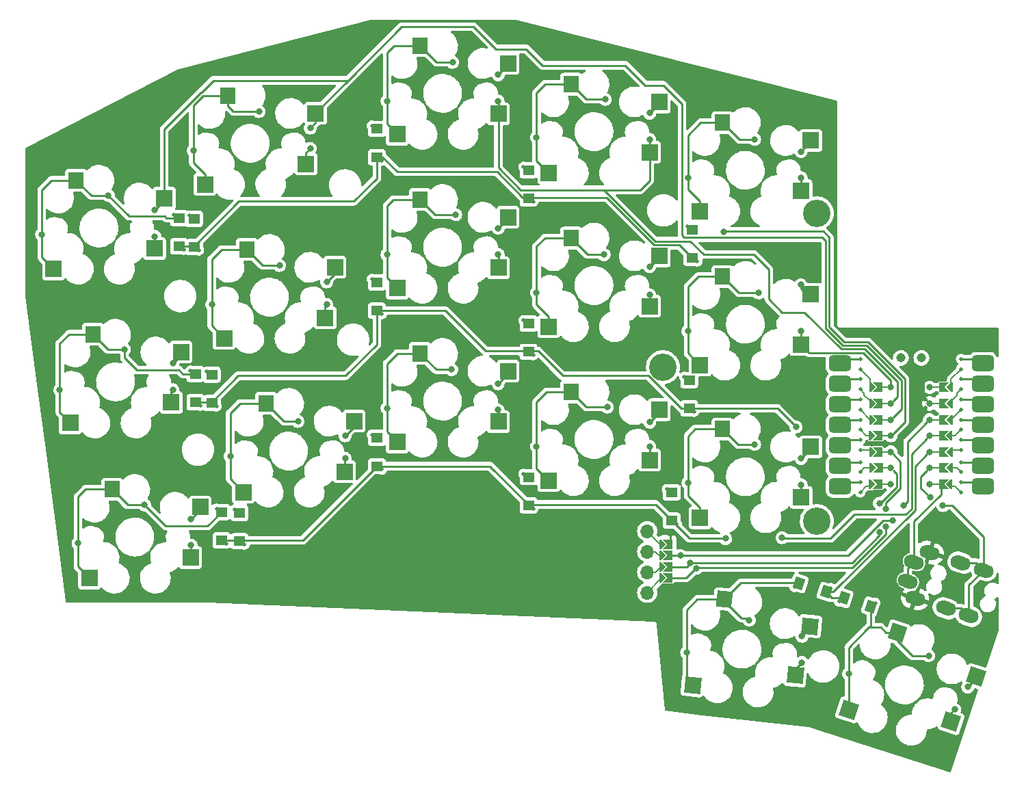
<source format=gbl>
%TF.GenerationSoftware,KiCad,Pcbnew,(6.0.8)*%
%TF.CreationDate,2022-10-28T13:13:08+09:00*%
%TF.ProjectId,selen-rev2,73656c65-6e2d-4726-9576-322e6b696361,rev?*%
%TF.SameCoordinates,Original*%
%TF.FileFunction,Copper,L2,Bot*%
%TF.FilePolarity,Positive*%
%FSLAX46Y46*%
G04 Gerber Fmt 4.6, Leading zero omitted, Abs format (unit mm)*
G04 Created by KiCad (PCBNEW (6.0.8)) date 2022-10-28 13:13:08*
%MOMM*%
%LPD*%
G01*
G04 APERTURE LIST*
G04 Aperture macros list*
%AMRoundRect*
0 Rectangle with rounded corners*
0 $1 Rounding radius*
0 $2 $3 $4 $5 $6 $7 $8 $9 X,Y pos of 4 corners*
0 Add a 4 corners polygon primitive as box body*
4,1,4,$2,$3,$4,$5,$6,$7,$8,$9,$2,$3,0*
0 Add four circle primitives for the rounded corners*
1,1,$1+$1,$2,$3*
1,1,$1+$1,$4,$5*
1,1,$1+$1,$6,$7*
1,1,$1+$1,$8,$9*
0 Add four rect primitives between the rounded corners*
20,1,$1+$1,$2,$3,$4,$5,0*
20,1,$1+$1,$4,$5,$6,$7,0*
20,1,$1+$1,$6,$7,$8,$9,0*
20,1,$1+$1,$8,$9,$2,$3,0*%
%AMHorizOval*
0 Thick line with rounded ends*
0 $1 width*
0 $2 $3 position (X,Y) of the first rounded end (center of the circle)*
0 $4 $5 position (X,Y) of the second rounded end (center of the circle)*
0 Add line between two ends*
20,1,$1,$2,$3,$4,$5,0*
0 Add two circle primitives to create the rounded ends*
1,1,$1,$2,$3*
1,1,$1,$4,$5*%
%AMRotRect*
0 Rectangle, with rotation*
0 The origin of the aperture is its center*
0 $1 length*
0 $2 width*
0 $3 Rotation angle, in degrees counterclockwise*
0 Add horizontal line*
21,1,$1,$2,0,0,$3*%
%AMFreePoly0*
4,1,6,0.600000,0.200000,0.000000,-0.400000,-0.600000,0.200000,-0.600000,0.400000,0.600000,0.400000,0.600000,0.200000,0.600000,0.200000,$1*%
%AMFreePoly1*
4,1,6,0.600000,-0.250000,-0.600000,-0.250000,-0.600000,1.000000,0.000000,0.400000,0.600000,1.000000,0.600000,-0.250000,0.600000,-0.250000,$1*%
G04 Aperture macros list end*
%TA.AperFunction,EtchedComponent*%
%ADD10C,0.200000*%
%TD*%
%TA.AperFunction,EtchedComponent*%
%ADD11C,0.250000*%
%TD*%
%TA.AperFunction,SMDPad,CuDef*%
%ADD12R,1.400000X1.200000*%
%TD*%
%TA.AperFunction,ComponentPad*%
%ADD13C,0.500000*%
%TD*%
%TA.AperFunction,ComponentPad*%
%ADD14O,1.700000X1.700000*%
%TD*%
%TA.AperFunction,SMDPad,CuDef*%
%ADD15FreePoly0,90.000000*%
%TD*%
%TA.AperFunction,SMDPad,CuDef*%
%ADD16FreePoly1,90.000000*%
%TD*%
%TA.AperFunction,SMDPad,CuDef*%
%ADD17RotRect,1.200000X1.400000X342.000000*%
%TD*%
%TA.AperFunction,SMDPad,CuDef*%
%ADD18R,2.000000X2.000000*%
%TD*%
%TA.AperFunction,SMDPad,CuDef*%
%ADD19R,1.900000X2.000000*%
%TD*%
%TA.AperFunction,ComponentPad*%
%ADD20C,3.400000*%
%TD*%
%TA.AperFunction,SMDPad,CuDef*%
%ADD21RotRect,2.000000X2.000000X354.000000*%
%TD*%
%TA.AperFunction,SMDPad,CuDef*%
%ADD22RotRect,1.900000X2.000000X354.000000*%
%TD*%
%TA.AperFunction,SMDPad,CuDef*%
%ADD23RotRect,2.000000X2.000000X342.000000*%
%TD*%
%TA.AperFunction,SMDPad,CuDef*%
%ADD24RotRect,1.900000X2.000000X342.000000*%
%TD*%
%TA.AperFunction,ComponentPad*%
%ADD25HorizOval,1.700000X-0.380423X0.123607X0.380423X-0.123607X0*%
%TD*%
%TA.AperFunction,SMDPad,CuDef*%
%ADD26RoundRect,0.499745X-0.874395X-0.499745X0.874395X-0.499745X0.874395X0.499745X-0.874395X0.499745X0*%
%TD*%
%TA.AperFunction,SMDPad,CuDef*%
%ADD27FreePoly0,270.000000*%
%TD*%
%TA.AperFunction,ComponentPad*%
%ADD28C,0.800000*%
%TD*%
%TA.AperFunction,SMDPad,CuDef*%
%ADD29FreePoly1,270.000000*%
%TD*%
%TA.AperFunction,SMDPad,CuDef*%
%ADD30C,1.143000*%
%TD*%
%TA.AperFunction,ViaPad*%
%ADD31C,0.800000*%
%TD*%
%TA.AperFunction,Conductor*%
%ADD32C,0.250000*%
%TD*%
G04 APERTURE END LIST*
D10*
%TO.C,J2*%
X168200000Y-121040000D02*
X169200000Y-121040000D01*
X168200000Y-123580000D02*
X169200000Y-123580000D01*
X168200000Y-118500000D02*
X169900000Y-120200000D01*
X169200000Y-123580000D02*
X169850000Y-122930000D01*
X169200000Y-121040000D02*
X169850000Y-121690000D01*
X168200000Y-126120000D02*
X169920000Y-124400000D01*
D11*
%TO.C,U1*%
X194563796Y-97187504D02*
X192962579Y-97187504D01*
D10*
X195063796Y-110687504D02*
X195712572Y-110687504D01*
X203150408Y-108687504D02*
X204588184Y-108687504D01*
X203150408Y-112687504D02*
X204563796Y-112687504D01*
X198364408Y-108687504D02*
X197088184Y-108687504D01*
D11*
X194563796Y-104687504D02*
X192962579Y-104687504D01*
D10*
X207063796Y-100937504D02*
X206563796Y-101437504D01*
X194563796Y-105937504D02*
X195313796Y-106687504D01*
X207063796Y-113687504D02*
X206313796Y-112937504D01*
X206313796Y-112937504D02*
X205613796Y-112937504D01*
X206563796Y-101437504D02*
X206563796Y-101687504D01*
X195313796Y-106687504D02*
X195663796Y-106687504D01*
X203150408Y-106687504D02*
X204563796Y-106687504D01*
X192962579Y-105073511D02*
X192962579Y-105351296D01*
X207063796Y-111187504D02*
X206563796Y-110687504D01*
X207063796Y-98437504D02*
X205813796Y-99687504D01*
X195813796Y-99687504D02*
X195813796Y-100087504D01*
X198364408Y-112687504D02*
X197063796Y-112687504D01*
X203150408Y-100687504D02*
X204588184Y-100687504D01*
D11*
X207063796Y-112437504D02*
X208380924Y-112437504D01*
D10*
X207063796Y-105937504D02*
X206313796Y-106687504D01*
X194563796Y-98437504D02*
X195813796Y-99687504D01*
D11*
X207063796Y-97187504D02*
X208380924Y-97187504D01*
X207063796Y-104687504D02*
X208880669Y-104687504D01*
X194563796Y-109937504D02*
X192962579Y-109937504D01*
D10*
X203150408Y-110687504D02*
X204588184Y-110687504D01*
D11*
X194563796Y-99687504D02*
X192962579Y-99687504D01*
D10*
X198364408Y-110687504D02*
X197112572Y-110687504D01*
X198364408Y-104687504D02*
X197088184Y-104687504D01*
X195063796Y-101687504D02*
X195688184Y-102311892D01*
D11*
X207063796Y-109937504D02*
X208880669Y-109937504D01*
D10*
X194563796Y-103437504D02*
X195813796Y-104687504D01*
D11*
X207063796Y-107187504D02*
X208880669Y-107187504D01*
D10*
X194563796Y-113687504D02*
X195313796Y-112937504D01*
D11*
X207063796Y-102187504D02*
X208563796Y-102187504D01*
D10*
X198364408Y-100687504D02*
X197088184Y-100687504D01*
X195313796Y-112937504D02*
X196013796Y-112937504D01*
X206313796Y-106687504D02*
X205613796Y-106687504D01*
D11*
X207063796Y-99687504D02*
X208380924Y-99687504D01*
D10*
X198364408Y-102687504D02*
X197088184Y-102687504D01*
X207063796Y-108437504D02*
X205638184Y-108437504D01*
X203150408Y-102687504D02*
X204588184Y-102687504D01*
X195063796Y-101437504D02*
X195063796Y-101687504D01*
X194563796Y-108437504D02*
X195688184Y-108437504D01*
D11*
X194563796Y-107187504D02*
X192962579Y-107187504D01*
D10*
X194563796Y-100937504D02*
X195063796Y-101437504D01*
X198364408Y-106687504D02*
X197063796Y-106687504D01*
X207063796Y-103437504D02*
X205813796Y-104687504D01*
X205813796Y-99687504D02*
X205813796Y-100087504D01*
X206563796Y-110687504D02*
X205638184Y-110687504D01*
X203150408Y-104687504D02*
X204588184Y-104687504D01*
D11*
X194563796Y-112437504D02*
X192962579Y-112437504D01*
D10*
X194563796Y-111187504D02*
X195063796Y-110687504D01*
X206563796Y-101687504D02*
X205813796Y-102437504D01*
D11*
X194563796Y-102187504D02*
X192962579Y-102187504D01*
%TD*%
D12*
%TO.P,D9,1,K*%
%TO.N,Net-(D9-Pad1)*%
X153500000Y-92800000D03*
D13*
X152900000Y-92400000D03*
D12*
%TO.P,D9,2,A*%
%TO.N,row1*%
X153500000Y-96300000D03*
D13*
X154100000Y-96700000D03*
%TD*%
D12*
%TO.P,D4,1,K*%
%TO.N,Net-(D4-Pad1)*%
X153500000Y-73800000D03*
D13*
X152900000Y-73400000D03*
%TO.P,D4,2,A*%
%TO.N,row0*%
X154100000Y-77700000D03*
D12*
X153500000Y-77300000D03*
%TD*%
%TO.P,D12,1,K*%
%TO.N,Net-(D12-Pad1)*%
X117750000Y-116234000D03*
D13*
X117150000Y-115834000D03*
D12*
%TO.P,D12,2,A*%
%TO.N,row2*%
X117750000Y-119734000D03*
D13*
X118350000Y-120134000D03*
%TD*%
D14*
%TO.P,J2,*%
%TO.N,*%
X168200000Y-118500000D03*
X168200000Y-123580000D03*
D15*
X170100000Y-122900000D03*
X170100000Y-121500000D03*
D14*
X168200000Y-121040000D03*
D15*
X170100000Y-120100000D03*
D14*
X168200000Y-126120000D03*
D15*
X170100000Y-124300000D03*
D16*
%TO.P,J2,1,Pin_1*%
%TO.N,GND*%
X171100000Y-120100000D03*
%TO.P,J2,2,Pin_2*%
%TO.N,+3V3*%
X171100000Y-121500000D03*
%TO.P,J2,3,Pin_3*%
%TO.N,SCL*%
X171100000Y-122900000D03*
%TO.P,J2,4,Pin_4*%
%TO.N,SDA*%
X171100000Y-124300000D03*
%TD*%
D17*
%TO.P,D17,1,K*%
%TO.N,row3*%
X192532000Y-126746000D03*
D13*
X191966167Y-127193027D03*
%TO.P,D17,2,A*%
%TO.N,Net-(D17-Pad2)*%
X196426531Y-127380532D03*
D17*
X195860698Y-127827560D03*
%TD*%
D18*
%TO.P,SW1,1,1*%
%TO.N,col0*%
X108430000Y-77262500D03*
X107230000Y-83502500D03*
%TO.P,SW1,2,2*%
%TO.N,Net-(D1-Pad2)*%
X94730000Y-86042500D03*
D19*
X97530000Y-75062500D03*
%TD*%
D18*
%TO.P,SW13,1,1*%
%TO.N,col1*%
X150975000Y-98693750D03*
X149775000Y-104933750D03*
D19*
%TO.P,SW13,2,2*%
%TO.N,Net-(D13-Pad2)*%
X140075000Y-96493750D03*
D18*
X137275000Y-107473750D03*
%TD*%
D13*
%TO.P,D15,1,K*%
%TO.N,row2*%
X171850000Y-117600000D03*
D12*
X171250000Y-117200000D03*
D13*
%TO.P,D15,2,A*%
%TO.N,Net-(D15-Pad2)*%
X170650000Y-113300000D03*
D12*
X171250000Y-113700000D03*
%TD*%
D13*
%TO.P,D8,1,K*%
%TO.N,row1*%
X135350000Y-91600000D03*
D12*
X134750000Y-91200000D03*
%TO.P,D8,2,A*%
%TO.N,Net-(D8-Pad2)*%
X134750000Y-87700000D03*
D13*
X134150000Y-87300000D03*
%TD*%
D18*
%TO.P,SW7,1,1*%
%TO.N,col0*%
X128343750Y-92075000D03*
X129543750Y-85835000D03*
%TO.P,SW7,2,2*%
%TO.N,Net-(D7-Pad1)*%
X115843750Y-94615000D03*
D19*
X118643750Y-83635000D03*
%TD*%
D12*
%TO.P,D11,1,K*%
%TO.N,row2*%
X115500000Y-119634000D03*
D13*
X116100000Y-120034000D03*
%TO.P,D11,2,A*%
%TO.N,Net-(D11-Pad2)*%
X114900000Y-115734000D03*
D12*
X115500000Y-116134000D03*
%TD*%
D18*
%TO.P,SW6,1,1*%
%TO.N,col0*%
X110493750Y-96312500D03*
X109293750Y-102552500D03*
%TO.P,SW6,2,2*%
%TO.N,Net-(D6-Pad2)*%
X96793750Y-105092500D03*
D19*
X99593750Y-94112500D03*
%TD*%
D18*
%TO.P,SW11,1,1*%
%TO.N,col0*%
X111675000Y-121761250D03*
X112875000Y-115521250D03*
D19*
%TO.P,SW11,2,2*%
%TO.N,Net-(D11-Pad2)*%
X101975000Y-113321250D03*
D18*
X99175000Y-124301250D03*
%TD*%
D20*
%TO.P,REF\u002A\u002A,1*%
%TO.N,N/C*%
X189200000Y-79150000D03*
X189200000Y-117250000D03*
X170150000Y-98200000D03*
%TD*%
D18*
%TO.P,SW8,1,1*%
%TO.N,col1*%
X149775000Y-85883750D03*
X150975000Y-79643750D03*
%TO.P,SW8,2,2*%
%TO.N,Net-(D8-Pad2)*%
X137275000Y-88423750D03*
D19*
X140075000Y-77443750D03*
%TD*%
D18*
%TO.P,SW10,1,1*%
%TO.N,col2*%
X188440000Y-89168750D03*
X187240000Y-95408750D03*
%TO.P,SW10,2,2*%
%TO.N,Net-(D10-Pad2)*%
X174740000Y-97948750D03*
D19*
X177540000Y-86968750D03*
%TD*%
D18*
%TO.P,SW15,1,1*%
%TO.N,col2*%
X187240000Y-114300000D03*
X188440000Y-108060000D03*
D19*
%TO.P,SW15,2,2*%
%TO.N,Net-(D15-Pad2)*%
X177540000Y-105860000D03*
D18*
X174740000Y-116840000D03*
%TD*%
%TO.P,SW3,1,1*%
%TO.N,col1*%
X149775000Y-66833750D03*
X150975000Y-60593750D03*
%TO.P,SW3,2,2*%
%TO.N,Net-(D3-Pad2)*%
X137275000Y-69373750D03*
D19*
X140075000Y-58393750D03*
%TD*%
D21*
%TO.P,SW16,1,1*%
%TO.N,col1*%
X186521831Y-136343914D03*
X188367515Y-130263532D03*
D22*
%TO.P,SW16,2,2*%
%TO.N,Net-(D16-Pad1)*%
X177757189Y-126936223D03*
D21*
X173824805Y-137563394D03*
%TD*%
D12*
%TO.P,D3,1,K*%
%TO.N,row0*%
X134750000Y-72200000D03*
D13*
X135350000Y-72600000D03*
D12*
%TO.P,D3,2,A*%
%TO.N,Net-(D3-Pad2)*%
X134750000Y-68700000D03*
D13*
X134150000Y-68300000D03*
%TD*%
%TO.P,D5,1,K*%
%TO.N,row0*%
X174400000Y-85100000D03*
D12*
X173800000Y-84700000D03*
D13*
%TO.P,D5,2,A*%
%TO.N,Net-(D5-Pad2)*%
X173200000Y-80800000D03*
D12*
X173800000Y-81200000D03*
%TD*%
D13*
%TO.P,D1,1,K*%
%TO.N,row0*%
X110836000Y-83634000D03*
D12*
X110236000Y-83234000D03*
D13*
%TO.P,D1,2,A*%
%TO.N,Net-(D1-Pad2)*%
X109636000Y-79334000D03*
D12*
X110236000Y-79734000D03*
%TD*%
D18*
%TO.P,SW2,1,1*%
%TO.N,col0*%
X125962500Y-73025000D03*
X127162500Y-66785000D03*
D19*
%TO.P,SW2,2,2*%
%TO.N,Net-(D2-Pad1)*%
X116262500Y-64585000D03*
D18*
X113462500Y-75565000D03*
%TD*%
%TO.P,SW9,1,1*%
%TO.N,col1*%
X168507500Y-90646250D03*
X169707500Y-84406250D03*
D19*
%TO.P,SW9,2,2*%
%TO.N,Net-(D9-Pad1)*%
X158807500Y-82206250D03*
D18*
X156007500Y-93186250D03*
%TD*%
%TO.P,SW5,1,1*%
%TO.N,col2*%
X187240000Y-76358750D03*
X188440000Y-70118750D03*
%TO.P,SW5,2,2*%
%TO.N,Net-(D5-Pad2)*%
X174740000Y-78898750D03*
D19*
X177540000Y-67918750D03*
%TD*%
D13*
%TO.P,D16,1,K*%
%TO.N,Net-(D16-Pad1)*%
X186446575Y-125380369D03*
D17*
X187012408Y-124933342D03*
D13*
%TO.P,D16,2,A*%
%TO.N,row3*%
X190906939Y-125567874D03*
D17*
X190341106Y-126014902D03*
%TD*%
D13*
%TO.P,D13,1,K*%
%TO.N,row2*%
X135350000Y-110850000D03*
D12*
X134750000Y-110450000D03*
D13*
%TO.P,D13,2,A*%
%TO.N,Net-(D13-Pad2)*%
X134150000Y-106550000D03*
D12*
X134750000Y-106950000D03*
%TD*%
D13*
%TO.P,D10,1,K*%
%TO.N,row1*%
X174000000Y-103700000D03*
D12*
X173400000Y-103300000D03*
D13*
%TO.P,D10,2,A*%
%TO.N,Net-(D10-Pad2)*%
X172800000Y-99400000D03*
D12*
X173400000Y-99800000D03*
%TD*%
D23*
%TO.P,SW17,1,1*%
%TO.N,col2*%
X205814936Y-142071202D03*
X208884470Y-136507430D03*
%TO.P,SW17,2,2*%
%TO.N,Net-(D17-Pad2)*%
X193141826Y-140624173D03*
D24*
X199197791Y-131046820D03*
%TD*%
D18*
%TO.P,SW12,1,1*%
%TO.N,col0*%
X130725000Y-111125000D03*
X131925000Y-104885000D03*
%TO.P,SW12,2,2*%
%TO.N,Net-(D12-Pad1)*%
X118225000Y-113665000D03*
D19*
X121025000Y-102685000D03*
%TD*%
D13*
%TO.P,D14,1,K*%
%TO.N,Net-(D14-Pad1)*%
X152900000Y-111400000D03*
D12*
X153500000Y-111800000D03*
%TO.P,D14,2,A*%
%TO.N,row2*%
X153500000Y-115300000D03*
D13*
X154100000Y-115700000D03*
%TD*%
D25*
%TO.P,J1,A*%
%TO.N,data*%
X201226469Y-122356381D03*
X200469377Y-124686469D03*
%TO.P,J1,B*%
%TO.N,+3V3*%
X209851229Y-123318676D03*
X208012578Y-128977463D03*
%TO.P,J1,C*%
X206998059Y-122391625D03*
X205159408Y-128050412D03*
%TO.P,J1,D*%
%TO.N,GND*%
X201355182Y-126814344D03*
X203193833Y-121155557D03*
%TD*%
D12*
%TO.P,D2,1,K*%
%TO.N,Net-(D2-Pad1)*%
X112111000Y-79834000D03*
D13*
X111511000Y-79434000D03*
D12*
%TO.P,D2,2,A*%
%TO.N,row0*%
X112111000Y-83334000D03*
D13*
X112711000Y-83734000D03*
%TD*%
D18*
%TO.P,SW14,1,1*%
%TO.N,col1*%
X169707500Y-103456250D03*
X168507500Y-109696250D03*
D19*
%TO.P,SW14,2,2*%
%TO.N,Net-(D14-Pad1)*%
X158807500Y-101256250D03*
D18*
X156007500Y-112236250D03*
%TD*%
D12*
%TO.P,D7,1,K*%
%TO.N,Net-(D7-Pad1)*%
X114300000Y-99138000D03*
D13*
X113700000Y-98738000D03*
%TO.P,D7,2,A*%
%TO.N,row1*%
X114900000Y-103038000D03*
D12*
X114300000Y-102638000D03*
%TD*%
D18*
%TO.P,SW4,1,1*%
%TO.N,col1*%
X169707500Y-65356250D03*
X168507500Y-71596250D03*
%TO.P,SW4,2,2*%
%TO.N,Net-(D4-Pad1)*%
X156007500Y-74136250D03*
D19*
X158807500Y-63156250D03*
%TD*%
D15*
%TO.P,U1,*%
%TO.N,*%
X196088184Y-108687504D03*
D26*
X192088184Y-97731296D03*
D13*
X194563796Y-112437504D03*
D15*
X196112572Y-110687504D03*
D26*
X209755064Y-105351296D03*
D13*
X194563796Y-99687504D03*
X207063796Y-98437504D03*
D15*
X196088184Y-102687504D03*
D13*
X194563796Y-108437504D03*
X207063796Y-103437504D03*
X194563796Y-107187504D03*
D26*
X209755064Y-100271296D03*
D13*
X194563796Y-97187504D03*
D26*
X192088184Y-112971296D03*
D13*
X194563796Y-104687504D03*
D26*
X192088184Y-102811296D03*
D13*
X194563796Y-113687504D03*
D15*
X196063796Y-112687504D03*
D26*
X209755064Y-112971296D03*
D13*
X194563796Y-103437504D03*
D26*
X209755064Y-102811296D03*
D27*
X205588184Y-100687504D03*
X205588184Y-110687504D03*
D15*
X196088184Y-100687504D03*
D13*
X194563796Y-109937504D03*
D27*
X205563796Y-112687504D03*
X205588184Y-104687504D03*
D13*
X207063796Y-109937504D03*
X207063796Y-99687504D03*
X207063796Y-108437504D03*
X194563796Y-100937504D03*
D26*
X209755064Y-97731296D03*
D27*
X205588184Y-102687504D03*
D13*
X207063796Y-105937504D03*
D27*
X205563796Y-106687504D03*
D13*
X207063796Y-112437504D03*
X207063796Y-107187504D03*
X207063796Y-104687504D03*
D26*
X192088184Y-107891296D03*
D13*
X207063796Y-97187504D03*
D15*
X196063796Y-106687504D03*
D26*
X192088184Y-100271296D03*
D13*
X207063796Y-100937504D03*
D26*
X209755064Y-107891296D03*
D13*
X207063796Y-102187504D03*
D15*
X196088184Y-104687504D03*
D26*
X192088184Y-105351296D03*
D13*
X194563796Y-98437504D03*
X194563796Y-102187504D03*
D26*
X192088184Y-110431296D03*
D13*
X207063796Y-113687504D03*
X194563796Y-105937504D03*
X194563796Y-111187504D03*
D26*
X209755064Y-110431296D03*
D27*
X205588184Y-108687504D03*
D13*
X207063796Y-111187504D03*
D16*
%TO.P,U1,1,D0*%
%TO.N,col2*%
X197088184Y-100687504D03*
D28*
X198364408Y-100687504D03*
%TO.P,U1,2,D1*%
%TO.N,col1*%
X198364408Y-102687504D03*
D16*
X197088184Y-102687504D03*
D28*
%TO.P,U1,3,D2*%
%TO.N,col0*%
X198364408Y-104687504D03*
D16*
X197088184Y-104687504D03*
%TO.P,U1,4,D3*%
%TO.N,row0*%
X197063796Y-106687504D03*
D28*
X198364408Y-106687504D03*
D16*
%TO.P,U1,5,D4*%
%TO.N,SDA*%
X197088184Y-108687504D03*
D28*
X198364408Y-108687504D03*
D16*
%TO.P,U1,6,D5*%
%TO.N,SCL*%
X197112572Y-110687504D03*
D28*
X198364408Y-110687504D03*
D16*
%TO.P,U1,7,D6*%
%TO.N,unconnected-(U1-Pad7)*%
X197063796Y-112687504D03*
D28*
X198364408Y-112687504D03*
D29*
%TO.P,U1,8,D7*%
%TO.N,data*%
X204563796Y-112687504D03*
D28*
X203150408Y-112687504D03*
%TO.P,U1,9,D8*%
%TO.N,row1*%
X203150408Y-110687504D03*
D29*
X204588184Y-110687504D03*
%TO.P,U1,10,D9*%
%TO.N,row3*%
X204588184Y-108687504D03*
D28*
X203150408Y-108687504D03*
D29*
%TO.P,U1,11,D10*%
%TO.N,row2*%
X204563796Y-106687504D03*
D28*
X203150408Y-106687504D03*
D29*
%TO.P,U1,12,3V3*%
%TO.N,+3V3*%
X204588184Y-104687504D03*
D28*
X203150408Y-104687504D03*
D29*
%TO.P,U1,13,GND*%
%TO.N,GND*%
X204588184Y-102687504D03*
D28*
X203150408Y-102687504D03*
D29*
%TO.P,U1,14,5V*%
%TO.N,unconnected-(U1-Pad14)*%
X204588184Y-100687504D03*
D28*
X203150408Y-100687504D03*
D30*
%TO.P,U1,17*%
%TO.N,N/C*%
X202139381Y-97044929D03*
%TO.P,U1,18*%
X199599381Y-97044929D03*
%TD*%
D13*
%TO.P,D6,1,K*%
%TO.N,row1*%
X112868000Y-102938000D03*
D12*
X112268000Y-102538000D03*
%TO.P,D6,2,A*%
%TO.N,Net-(D6-Pad2)*%
X112268000Y-99038000D03*
D13*
X111668000Y-98638000D03*
%TD*%
D31*
%TO.N,row0*%
X177700000Y-81425500D03*
%TO.N,Net-(D1-Pad2)*%
X93250000Y-81750000D03*
X101500000Y-76937501D03*
%TO.N,Net-(D2-Pad1)*%
X112014000Y-71374000D03*
X120142000Y-66548000D03*
%TO.N,Net-(D3-Pad2)*%
X144106305Y-60450539D03*
X136000000Y-65250000D03*
%TO.N,Net-(D4-Pad1)*%
X154500000Y-69750000D03*
X163000000Y-65031251D03*
%TO.N,Net-(D5-Pad2)*%
X173250000Y-74750000D03*
X181500000Y-70000000D03*
%TO.N,row1*%
X203200000Y-114300000D03*
X186612299Y-105587701D03*
%TO.N,Net-(D6-Pad2)*%
X103500000Y-95987501D03*
X95500000Y-101000000D03*
%TO.N,Net-(D7-Pad1)*%
X122682000Y-85598000D03*
X114300000Y-90424000D03*
%TO.N,Net-(D8-Pad2)*%
X136000000Y-84250000D03*
X144500000Y-79318751D03*
%TO.N,Net-(D9-Pad1)*%
X154500000Y-89000000D03*
X162856653Y-84262355D03*
%TO.N,Net-(D10-Pad2)*%
X173250000Y-93750000D03*
X182000000Y-89000000D03*
%TO.N,row2*%
X177900000Y-119400000D03*
X184900000Y-119300000D03*
%TO.N,Net-(D11-Pad2)*%
X97750000Y-120000000D03*
X106000000Y-115250000D03*
%TO.N,Net-(D12-Pad1)*%
X124968000Y-104902000D03*
X116586000Y-109220000D03*
%TO.N,Net-(D13-Pad2)*%
X144000000Y-98500000D03*
X136000000Y-103250000D03*
%TO.N,Net-(D14-Pad1)*%
X163250000Y-103131251D03*
X154500000Y-108000000D03*
%TO.N,Net-(D15-Pad2)*%
X181500000Y-107750000D03*
X173250000Y-112500000D03*
%TO.N,Net-(D16-Pad1)*%
X180844000Y-129500000D03*
X173090244Y-133503756D03*
%TO.N,Net-(D17-Pad2)*%
X193141826Y-136171981D03*
X203030646Y-133910801D03*
%TO.N,col0*%
X107250000Y-78750000D03*
X126492000Y-71120000D03*
X128524000Y-87630000D03*
X126492000Y-68580000D03*
X111750000Y-120250000D03*
X130810000Y-109474000D03*
X130810000Y-106680000D03*
X111750000Y-117000000D03*
X109500000Y-101000000D03*
X109500000Y-97725500D03*
X107250000Y-82000000D03*
X128524000Y-90424000D03*
%TO.N,col1*%
X168500000Y-85750000D03*
X168500000Y-66750000D03*
X168500000Y-89250000D03*
X187344000Y-131500000D03*
X168500000Y-70000000D03*
X149750000Y-100250000D03*
X149750000Y-103500000D03*
X168500000Y-105000000D03*
X187344000Y-134750000D03*
X168500000Y-108000000D03*
X149750000Y-84250000D03*
X149750000Y-81000000D03*
X149750000Y-62000000D03*
X149750000Y-65250000D03*
%TO.N,col2*%
X187250000Y-93750000D03*
X187250000Y-112750000D03*
X187250000Y-109500000D03*
X187250000Y-71500000D03*
X187250000Y-74750000D03*
X206255646Y-140547895D03*
X187215001Y-88000000D03*
X207880646Y-137776646D03*
%TO.N,SDA*%
X197700000Y-115700500D03*
X197699500Y-117900000D03*
X174250000Y-123106302D03*
%TO.N,SCL*%
X173525500Y-122381802D03*
X196975451Y-118599951D03*
X196941389Y-115049720D03*
%TO.N,+3V3*%
X199898000Y-115316000D03*
X204800000Y-115316000D03*
X172300000Y-121524500D03*
X198600000Y-117200000D03*
%TO.N,GND*%
X203900000Y-98000000D03*
X188722000Y-67056000D03*
X170300000Y-75600000D03*
X171100000Y-118800000D03*
X178200000Y-83300000D03*
X130556000Y-70358000D03*
X172000000Y-105400000D03*
X171200000Y-125500000D03*
%TD*%
D32*
%TO.N,row0*%
X149613604Y-74000000D02*
X152813604Y-77200000D01*
X134750000Y-74800000D02*
X134750000Y-72200000D01*
X163163604Y-77200000D02*
X169044854Y-83081250D01*
X112111000Y-83234000D02*
X117677999Y-77667001D01*
X190000000Y-81400000D02*
X190750000Y-82150000D01*
X190750000Y-82150000D02*
X190750000Y-93227208D01*
X169044854Y-83081250D02*
X172181250Y-83081250D01*
X137250000Y-74000000D02*
X149613604Y-74000000D01*
X110236000Y-83234000D02*
X112111000Y-83234000D01*
X117677999Y-77667001D02*
X131882999Y-77667001D01*
X135450000Y-72200000D02*
X137250000Y-74000000D01*
X134750000Y-72200000D02*
X135450000Y-72200000D01*
X152813604Y-77200000D02*
X153500000Y-77200000D01*
X195515202Y-95056806D02*
X200094000Y-99635604D01*
X172181250Y-83081250D02*
X173800000Y-84700000D01*
X200094000Y-104957912D02*
X198664928Y-106386984D01*
X177700000Y-81425500D02*
X177725500Y-81400000D01*
X177725500Y-81400000D02*
X190000000Y-81400000D01*
X131882999Y-77667001D02*
X134750000Y-74800000D01*
X153500000Y-77200000D02*
X163163604Y-77200000D01*
X190750000Y-93227208D02*
X192579598Y-95056806D01*
X192579598Y-95056806D02*
X195515202Y-95056806D01*
X200094000Y-99635604D02*
X200094000Y-104957912D01*
%TO.N,Net-(D1-Pad2)*%
X101500000Y-76937501D02*
X104064499Y-79502000D01*
X108458000Y-79502000D02*
X108690000Y-79734000D01*
X93250000Y-81750000D02*
X93250000Y-76250000D01*
X94437500Y-75062500D02*
X97530000Y-75062500D01*
X104064499Y-79502000D02*
X108458000Y-79502000D01*
X108690000Y-79734000D02*
X110236000Y-79734000D01*
X97530000Y-75062500D02*
X99405001Y-76937501D01*
X94730000Y-86042500D02*
X93250000Y-84562500D01*
X93250000Y-84562500D02*
X93250000Y-81750000D01*
X99405001Y-76937501D02*
X101500000Y-76937501D01*
X93250000Y-76250000D02*
X94437500Y-75062500D01*
%TO.N,Net-(D2-Pad1)*%
X116975500Y-66548000D02*
X120142000Y-66548000D01*
X113462500Y-74315000D02*
X112014000Y-72866500D01*
X112014000Y-72866500D02*
X112014000Y-71374000D01*
X116262500Y-65835000D02*
X116975500Y-66548000D01*
X112014000Y-65786000D02*
X113215000Y-64585000D01*
X112014000Y-71374000D02*
X112014000Y-65786000D01*
X113462500Y-75565000D02*
X113462500Y-74315000D01*
X116262500Y-64585000D02*
X116262500Y-65835000D01*
X113215000Y-64585000D02*
X116262500Y-64585000D01*
%TO.N,Net-(D3-Pad2)*%
X140075000Y-58393750D02*
X142131789Y-60450539D01*
X136000000Y-65250000D02*
X136000000Y-59250000D01*
X136856250Y-58393750D02*
X140075000Y-58393750D01*
X136000000Y-59250000D02*
X136856250Y-58393750D01*
X136000000Y-68098750D02*
X136000000Y-65250000D01*
X137275000Y-69373750D02*
X136000000Y-68098750D01*
X142131789Y-60450539D02*
X144106305Y-60450539D01*
%TO.N,Net-(D4-Pad1)*%
X156007500Y-74136250D02*
X154500000Y-72628750D01*
X155593750Y-63156250D02*
X158807500Y-63156250D01*
X154500000Y-72628750D02*
X154500000Y-69750000D01*
X154500000Y-64250000D02*
X155593750Y-63156250D01*
X158807500Y-63156250D02*
X160682501Y-65031251D01*
X160682501Y-65031251D02*
X163000000Y-65031251D01*
X154500000Y-69750000D02*
X154500000Y-64250000D01*
%TO.N,Net-(D5-Pad2)*%
X173250000Y-74750000D02*
X173250000Y-69500000D01*
X173250000Y-69500000D02*
X174831250Y-67918750D01*
X179621250Y-70000000D02*
X181500000Y-70000000D01*
X174740000Y-78898750D02*
X174740000Y-77648750D01*
X174740000Y-77648750D02*
X173250000Y-76158750D01*
X174831250Y-67918750D02*
X177540000Y-67918750D01*
X177540000Y-67918750D02*
X179621250Y-70000000D01*
X173250000Y-76158750D02*
X173250000Y-74750000D01*
%TO.N,row1*%
X184324598Y-103300000D02*
X186612299Y-105587701D01*
X173400000Y-103300000D02*
X184324598Y-103300000D01*
X168400000Y-99250000D02*
X172450000Y-103300000D01*
X112268000Y-102538000D02*
X114300000Y-102538000D01*
X143200000Y-91200000D02*
X148200000Y-96200000D01*
X130867302Y-99256698D02*
X134750000Y-95374000D01*
X134750000Y-95374000D02*
X134750000Y-91200000D01*
X202062493Y-111775419D02*
X202849888Y-110988024D01*
X202062493Y-113162493D02*
X202062493Y-111775419D01*
X134750000Y-91200000D02*
X143200000Y-91200000D01*
X117581302Y-99256698D02*
X130867302Y-99256698D01*
X148200000Y-96200000D02*
X153500000Y-96200000D01*
X114300000Y-102538000D02*
X117581302Y-99256698D01*
X157750000Y-99250000D02*
X168400000Y-99250000D01*
X203200000Y-114300000D02*
X202062493Y-113162493D01*
X154700000Y-96200000D02*
X157750000Y-99250000D01*
X153500000Y-96200000D02*
X154700000Y-96200000D01*
X172450000Y-103300000D02*
X173400000Y-103300000D01*
%TO.N,Net-(D6-Pad2)*%
X101468751Y-95987501D02*
X103500000Y-95987501D01*
X104998427Y-98552000D02*
X110236000Y-98552000D01*
X110722000Y-99038000D02*
X112268000Y-99038000D01*
X95500000Y-103798750D02*
X95500000Y-101000000D01*
X110236000Y-98552000D02*
X110722000Y-99038000D01*
X103500000Y-97053573D02*
X104998427Y-98552000D01*
X96793750Y-105092500D02*
X95500000Y-103798750D01*
X95500000Y-101000000D02*
X95500000Y-95250000D01*
X103500000Y-95987501D02*
X103500000Y-97053573D01*
X95500000Y-95250000D02*
X96637500Y-94112500D01*
X96637500Y-94112500D02*
X99593750Y-94112500D01*
X99593750Y-94112500D02*
X101468751Y-95987501D01*
%TO.N,Net-(D7-Pad1)*%
X115501000Y-83635000D02*
X118643750Y-83635000D01*
X120606750Y-85598000D02*
X122682000Y-85598000D01*
X114300000Y-93071250D02*
X114300000Y-90424000D01*
X115843750Y-94615000D02*
X114300000Y-93071250D01*
X114300000Y-84836000D02*
X115501000Y-83635000D01*
X118643750Y-83635000D02*
X120606750Y-85598000D01*
X114300000Y-90424000D02*
X114300000Y-84836000D01*
%TO.N,Net-(D8-Pad2)*%
X136000000Y-78250000D02*
X136806250Y-77443750D01*
X137275000Y-88423750D02*
X136000000Y-87148750D01*
X136000000Y-87148750D02*
X136000000Y-84250000D01*
X136000000Y-84250000D02*
X136000000Y-78250000D01*
X140075000Y-77443750D02*
X141950001Y-79318751D01*
X141950001Y-79318751D02*
X144500000Y-79318751D01*
X136806250Y-77443750D02*
X140075000Y-77443750D01*
%TO.N,Net-(D9-Pad1)*%
X154500000Y-83250000D02*
X155543750Y-82206250D01*
X156007500Y-93186250D02*
X156007500Y-91936250D01*
X154500000Y-90428750D02*
X154500000Y-89000000D01*
X155543750Y-82206250D02*
X158807500Y-82206250D01*
X158807500Y-82206250D02*
X160863605Y-84262355D01*
X156007500Y-91936250D02*
X154500000Y-90428750D01*
X154500000Y-89000000D02*
X154500000Y-83250000D01*
X160863605Y-84262355D02*
X162856653Y-84262355D01*
%TO.N,Net-(D10-Pad2)*%
X174531250Y-86968750D02*
X177540000Y-86968750D01*
X174740000Y-97948750D02*
X173250000Y-96458750D01*
X179571250Y-89000000D02*
X182000000Y-89000000D01*
X173250000Y-96458750D02*
X173250000Y-93750000D01*
X173250000Y-88250000D02*
X174531250Y-86968750D01*
X177540000Y-86968750D02*
X179571250Y-89000000D01*
X173250000Y-93750000D02*
X173250000Y-88250000D01*
%TO.N,row2*%
X169250000Y-115200000D02*
X171250000Y-117200000D01*
X115500000Y-119634000D02*
X117750000Y-119634000D01*
X200914000Y-115709805D02*
X200914000Y-108923912D01*
X117750000Y-119634000D02*
X125566000Y-119634000D01*
X125566000Y-119634000D02*
X134750000Y-110450000D01*
X134750000Y-110450000D02*
X148750000Y-110450000D01*
X177900000Y-119400000D02*
X173450000Y-119400000D01*
X148750000Y-110450000D02*
X153500000Y-115200000D01*
X184900000Y-119300000D02*
X185000000Y-119400000D01*
X190900000Y-119400000D02*
X193875000Y-116425000D01*
X153500000Y-115200000D02*
X169250000Y-115200000D01*
X200914000Y-108923912D02*
X202849888Y-106988024D01*
X200198805Y-116425000D02*
X200914000Y-115709805D01*
X173450000Y-119400000D02*
X171250000Y-117200000D01*
X185000000Y-119400000D02*
X190900000Y-119400000D01*
X193875000Y-116425000D02*
X200198805Y-116425000D01*
%TO.N,Net-(D11-Pad2)*%
X113778000Y-117856000D02*
X115500000Y-116134000D01*
X103903750Y-115250000D02*
X106000000Y-115250000D01*
X97750000Y-122876250D02*
X97750000Y-120000000D01*
X108606000Y-117856000D02*
X113778000Y-117856000D01*
X106000000Y-115250000D02*
X108606000Y-117856000D01*
X101975000Y-113321250D02*
X103903750Y-115250000D01*
X99175000Y-124301250D02*
X97750000Y-122876250D01*
X97750000Y-120000000D02*
X97750000Y-114250000D01*
X98678750Y-113321250D02*
X101975000Y-113321250D01*
X97750000Y-114250000D02*
X98678750Y-113321250D01*
%TO.N,Net-(D12-Pad1)*%
X117787000Y-102685000D02*
X121025000Y-102685000D01*
X117250000Y-115700000D02*
X117300000Y-115700000D01*
X123242000Y-104902000D02*
X124968000Y-104902000D01*
X116586000Y-112026000D02*
X116586000Y-109220000D01*
X118225000Y-113665000D02*
X116586000Y-112026000D01*
X121025000Y-102685000D02*
X123242000Y-104902000D01*
X116586000Y-109220000D02*
X116586000Y-103886000D01*
X116586000Y-103886000D02*
X117787000Y-102685000D01*
%TO.N,Net-(D13-Pad2)*%
X136000000Y-106198750D02*
X136000000Y-103250000D01*
X142081250Y-98500000D02*
X144000000Y-98500000D01*
X137275000Y-107473750D02*
X136000000Y-106198750D01*
X137256250Y-96493750D02*
X140075000Y-96493750D01*
X140075000Y-96493750D02*
X142081250Y-98500000D01*
X136000000Y-97750000D02*
X137256250Y-96493750D01*
X136000000Y-103250000D02*
X136000000Y-97750000D01*
%TO.N,Net-(D14-Pad1)*%
X154500000Y-102500000D02*
X155743750Y-101256250D01*
X155743750Y-101256250D02*
X158807500Y-101256250D01*
X156007500Y-112236250D02*
X154500000Y-110728750D01*
X158807500Y-101256250D02*
X160682501Y-103131251D01*
X154500000Y-108000000D02*
X154500000Y-102500000D01*
X160682501Y-103131251D02*
X163250000Y-103131251D01*
X154500000Y-110728750D02*
X154500000Y-108000000D01*
%TO.N,Net-(D15-Pad2)*%
X174140000Y-105860000D02*
X177540000Y-105860000D01*
X177540000Y-105860000D02*
X179430000Y-107750000D01*
X173250000Y-106750000D02*
X174140000Y-105860000D01*
X174740000Y-116840000D02*
X174740000Y-115590000D01*
X173250000Y-114100000D02*
X173250000Y-112500000D01*
X174740000Y-115590000D02*
X173250000Y-114100000D01*
X173250000Y-112500000D02*
X173250000Y-106750000D01*
X179430000Y-107750000D02*
X181500000Y-107750000D01*
%TO.N,row3*%
X190341106Y-126014902D02*
X191245299Y-126014902D01*
X201364000Y-115896201D02*
X201364000Y-110473913D01*
X191245299Y-126014902D02*
X201364000Y-115896201D01*
X190246000Y-125984000D02*
X191008000Y-126746000D01*
X191008000Y-126746000D02*
X192532000Y-126746000D01*
X201364000Y-110473913D02*
X202849888Y-108988025D01*
%TO.N,Net-(D16-Pad1)*%
X180594000Y-129250000D02*
X180844000Y-129500000D01*
X173090244Y-133503756D02*
X173090244Y-128253756D01*
X177757189Y-126936223D02*
X179790972Y-124902440D01*
X173090244Y-136828833D02*
X173090244Y-133503756D01*
X177757189Y-127163189D02*
X177757189Y-126936223D01*
X174407777Y-126936223D02*
X177757189Y-126936223D01*
X173824805Y-137563394D02*
X173090244Y-136828833D01*
X179790972Y-124902440D02*
X186917302Y-124902440D01*
X173090244Y-128253756D02*
X174407777Y-126936223D01*
X179844000Y-129250000D02*
X180594000Y-129250000D01*
X179844000Y-129250000D02*
X177757189Y-127163189D01*
%TO.N,Net-(D17-Pad2)*%
X197766665Y-131046820D02*
X199197791Y-131046820D01*
X193141826Y-140624173D02*
X193141826Y-136171981D01*
X195630646Y-130410801D02*
X197130646Y-130410801D01*
X202380646Y-133910801D02*
X203030646Y-133910801D01*
X197130646Y-130410801D02*
X197766665Y-131046820D01*
X199197791Y-132098282D02*
X201010310Y-133910801D01*
X193141826Y-136171981D02*
X193141826Y-132899621D01*
X195860698Y-127827560D02*
X195860698Y-130180750D01*
X195860698Y-130180750D02*
X195405724Y-130635724D01*
X199197791Y-131046820D02*
X199197791Y-132098282D01*
X195405724Y-130635724D02*
X195630646Y-130410801D01*
X193141826Y-132899621D02*
X195405724Y-130635724D01*
X201010310Y-133910801D02*
X202380646Y-133910801D01*
%TO.N,col0*%
X167952574Y-63297427D02*
X170197427Y-63297427D01*
X155250000Y-60831249D02*
X165486396Y-60831249D01*
X108430000Y-68733604D02*
X113028604Y-64135000D01*
X127162500Y-66785000D02*
X127162500Y-67909500D01*
X112875000Y-115521250D02*
X112875000Y-115875000D01*
X127162500Y-66785000D02*
X127162500Y-66701104D01*
X111675000Y-121761250D02*
X111675000Y-120325000D01*
X199644000Y-99822000D02*
X199644000Y-103407912D01*
X131925000Y-105565000D02*
X130810000Y-106680000D01*
X113040000Y-64135000D02*
X114475000Y-62700000D01*
X108430000Y-77570000D02*
X107250000Y-78750000D01*
X128343750Y-92075000D02*
X128343750Y-90604250D01*
X108430000Y-77262500D02*
X108430000Y-77570000D01*
X130725000Y-109559000D02*
X130810000Y-109474000D01*
X109293750Y-102552500D02*
X109293750Y-101206250D01*
X125962500Y-71649500D02*
X126492000Y-71120000D01*
X199644000Y-103407912D02*
X198664928Y-104386984D01*
X111675000Y-120325000D02*
X111750000Y-120250000D01*
X130725000Y-111125000D02*
X130725000Y-109559000D01*
X190300000Y-82600000D02*
X190300000Y-93413604D01*
X110493750Y-96312500D02*
X110493750Y-96731750D01*
X108430000Y-77262500D02*
X108430000Y-68733604D01*
X125962500Y-73025000D02*
X125962500Y-71649500D01*
X128343750Y-90604250D02*
X128524000Y-90424000D01*
X129543750Y-85835000D02*
X129543750Y-86610250D01*
X149436396Y-58800000D02*
X153218751Y-58800000D01*
X107230000Y-83502500D02*
X107230000Y-82020000D01*
X112875000Y-115875000D02*
X111750000Y-117000000D01*
X127162500Y-66701104D02*
X131331802Y-62531802D01*
X146686396Y-56050000D02*
X149436396Y-58800000D01*
X113028604Y-64135000D02*
X113040000Y-64135000D01*
X192393202Y-95506806D02*
X195328806Y-95506806D01*
X127162500Y-67909500D02*
X126492000Y-68580000D01*
X189850000Y-82150000D02*
X190250000Y-82550000D01*
X190300000Y-93413604D02*
X192393202Y-95506806D01*
X153218751Y-58800000D02*
X155250000Y-60831249D01*
X172800000Y-82150000D02*
X189850000Y-82150000D01*
X131163604Y-62700000D02*
X131331802Y-62531802D01*
X114475000Y-62700000D02*
X131163604Y-62700000D01*
X165486396Y-60831249D02*
X167952574Y-63297427D01*
X131331802Y-62531802D02*
X137813604Y-56050000D01*
X172500000Y-81850000D02*
X172800000Y-82150000D01*
X137813604Y-56050000D02*
X146686396Y-56050000D01*
X195328806Y-95506806D02*
X199644000Y-99822000D01*
X107230000Y-82020000D02*
X107250000Y-82000000D01*
X109293750Y-101206250D02*
X109500000Y-101000000D01*
X172500000Y-65600000D02*
X172500000Y-81850000D01*
X110493750Y-96731750D02*
X109500000Y-97725500D01*
X129543750Y-86610250D02*
X128524000Y-87630000D01*
X131925000Y-104885000D02*
X131925000Y-105565000D01*
X170197427Y-63297427D02*
X172500000Y-65600000D01*
%TO.N,col1*%
X152500000Y-76250000D02*
X162850000Y-76250000D01*
X169707500Y-65542500D02*
X168500000Y-66750000D01*
X186521831Y-136343914D02*
X186521831Y-135572169D01*
X186521831Y-135572169D02*
X187344000Y-134750000D01*
X199194000Y-101857911D02*
X198664928Y-102386983D01*
X149775000Y-66833750D02*
X149775000Y-73525000D01*
X181386396Y-84250000D02*
X183250000Y-86113604D01*
X183250000Y-86113604D02*
X183250000Y-89750000D01*
X183250000Y-89750000D02*
X184900000Y-91400000D01*
X162850000Y-76250000D02*
X169200000Y-82600000D01*
X169707500Y-65356250D02*
X169707500Y-65542500D01*
X167337053Y-76250000D02*
X162850000Y-76250000D01*
X149775000Y-104933750D02*
X149775000Y-103525000D01*
X168507500Y-71596250D02*
X168507500Y-75079553D01*
X150975000Y-60593750D02*
X150975000Y-60775000D01*
X188367515Y-130263532D02*
X188367515Y-130476485D01*
X149775000Y-65275000D02*
X149750000Y-65250000D01*
X173550000Y-82600000D02*
X175200000Y-84250000D01*
X150975000Y-79775000D02*
X149750000Y-81000000D01*
X149775000Y-84275000D02*
X149750000Y-84250000D01*
X149775000Y-73525000D02*
X152500000Y-76250000D01*
X169707500Y-84406250D02*
X169707500Y-84542500D01*
X150975000Y-60775000D02*
X149750000Y-62000000D01*
X149775000Y-103525000D02*
X149750000Y-103500000D01*
X184900000Y-91400000D02*
X187650000Y-91400000D01*
X150975000Y-98693750D02*
X150975000Y-99025000D01*
X168507500Y-70007500D02*
X168500000Y-70000000D01*
X169707500Y-103456250D02*
X169707500Y-103792500D01*
X168507500Y-109696250D02*
X168507500Y-108007500D01*
X188367515Y-130476485D02*
X187344000Y-131500000D01*
X175200000Y-84250000D02*
X181386396Y-84250000D01*
X195142410Y-95956806D02*
X199194000Y-100008396D01*
X150975000Y-79643750D02*
X150975000Y-79775000D01*
X199194000Y-100008396D02*
X199194000Y-101857911D01*
X168507500Y-89257500D02*
X168500000Y-89250000D01*
X150975000Y-99025000D02*
X149750000Y-100250000D01*
X192206806Y-95956806D02*
X195142410Y-95956806D01*
X168507500Y-90646250D02*
X168507500Y-89257500D01*
X168507500Y-71596250D02*
X168507500Y-70007500D01*
X169200000Y-82600000D02*
X173550000Y-82600000D01*
X168507500Y-75079553D02*
X167337053Y-76250000D01*
X169707500Y-84542500D02*
X168500000Y-85750000D01*
X168507500Y-108007500D02*
X168500000Y-108000000D01*
X149775000Y-85883750D02*
X149775000Y-84275000D01*
X169707500Y-103792500D02*
X168500000Y-105000000D01*
X187650000Y-91400000D02*
X192206806Y-95956806D01*
X149775000Y-66833750D02*
X149775000Y-65275000D01*
%TO.N,col2*%
X187240000Y-95408750D02*
X188238056Y-96406806D01*
X188440000Y-70118750D02*
X188440000Y-70310000D01*
X187240000Y-74760000D02*
X187250000Y-74750000D01*
X187215001Y-88449013D02*
X187215001Y-88000000D01*
X208884470Y-136507430D02*
X208884470Y-136772822D01*
X187240000Y-114300000D02*
X187240000Y-112760000D01*
X194956014Y-96406806D02*
X198364408Y-99815200D01*
X188440000Y-89168750D02*
X187934738Y-89168750D01*
X187934738Y-89168750D02*
X187215001Y-88449013D01*
X205814936Y-142071202D02*
X205814936Y-140988605D01*
X205814936Y-140988605D02*
X206255646Y-140547895D01*
X188440000Y-108060000D02*
X188440000Y-108310000D01*
X187240000Y-112760000D02*
X187250000Y-112750000D01*
X187240000Y-95408750D02*
X187240000Y-93760000D01*
X188440000Y-70310000D02*
X187250000Y-71500000D01*
X198364408Y-99815200D02*
X198364408Y-100262504D01*
X187240000Y-76358750D02*
X187240000Y-74760000D01*
X187240000Y-93760000D02*
X187250000Y-93750000D01*
X188440000Y-108310000D02*
X187250000Y-109500000D01*
X208884470Y-136772822D02*
X207880646Y-137776646D01*
X188440000Y-70118750D02*
X188440000Y-70560000D01*
X188440000Y-89168750D02*
X188440000Y-89560000D01*
X188238056Y-96406806D02*
X194956014Y-96406806D01*
%TO.N,SDA*%
X199539408Y-109862502D02*
X198664929Y-108988023D01*
X197700451Y-117900951D02*
X197700451Y-118899549D01*
X199539408Y-113174205D02*
X199539408Y-109862502D01*
X197699500Y-117900000D02*
X197700451Y-117900951D01*
X197700000Y-115013613D02*
X199539408Y-113174205D01*
X197700451Y-118899549D02*
X193600000Y-123000000D01*
X174300000Y-123000000D02*
X173000000Y-124300000D01*
X197700000Y-115700500D02*
X197700000Y-115013613D01*
X173000000Y-124300000D02*
X171100000Y-124300000D01*
X193600000Y-123000000D02*
X174300000Y-123000000D01*
%TO.N,SCL*%
X173100000Y-122900000D02*
X171100000Y-122900000D01*
X197027497Y-115049720D02*
X199089408Y-112987809D01*
X193581802Y-122381802D02*
X173618198Y-122381802D01*
X173618198Y-122381802D02*
X173100000Y-122900000D01*
X199089408Y-111412504D02*
X198664928Y-110988024D01*
X196975451Y-118599951D02*
X196975451Y-118988153D01*
X196941389Y-115049720D02*
X197027497Y-115049720D01*
X196975451Y-118988153D02*
X193581802Y-122381802D01*
X199089408Y-112987809D02*
X199089408Y-111412504D01*
%TO.N,data*%
X200469377Y-124686469D02*
X200469377Y-123113473D01*
X200469377Y-123113473D02*
X201226469Y-122356381D01*
X204563796Y-113961509D02*
X204563796Y-113112504D01*
X201226469Y-122356381D02*
X201226469Y-117298836D01*
X201226469Y-117298836D02*
X204563796Y-113961509D01*
%TO.N,+3V3*%
X205975000Y-115316000D02*
X209851229Y-119192229D01*
X204800000Y-115316000D02*
X205975000Y-115316000D01*
X172300000Y-121524500D02*
X172324500Y-121500000D01*
X197375097Y-117175000D02*
X198575000Y-117175000D01*
X200439408Y-107398504D02*
X202849888Y-104988024D01*
X209851229Y-123318676D02*
X208012578Y-125157327D01*
X207085527Y-128050412D02*
X208012578Y-128977463D01*
X209851229Y-119192229D02*
X209851229Y-123318676D01*
X208012578Y-125157327D02*
X208012578Y-128977463D01*
X193050097Y-121500000D02*
X197375097Y-117175000D01*
X205159408Y-128050412D02*
X207085527Y-128050412D01*
X207422774Y-122811009D02*
X206396714Y-121784949D01*
X199898000Y-115316000D02*
X200439408Y-114774592D01*
X172324500Y-121500000D02*
X193050097Y-121500000D01*
X172300000Y-121524500D02*
X172275500Y-121500000D01*
X172275500Y-121500000D02*
X171100000Y-121500000D01*
X198575000Y-117175000D02*
X198600000Y-117200000D01*
X208924178Y-122391625D02*
X209851229Y-123318676D01*
X200439408Y-114774592D02*
X200439408Y-107398504D01*
X206998059Y-122391625D02*
X208924178Y-122391625D01*
%TO.N,GND*%
X202425408Y-101925409D02*
X202868435Y-102368436D01*
X202425408Y-99474592D02*
X202425408Y-101925409D01*
X171100000Y-120100000D02*
X171100000Y-118800000D01*
X202868435Y-102368436D02*
X202849887Y-102386984D01*
X203900000Y-98000000D02*
X202425408Y-99474592D01*
%TD*%
%TA.AperFunction,Conductor*%
%TO.N,GND*%
G36*
X151957402Y-55204335D02*
G01*
X191604349Y-65215911D01*
X191665499Y-65251982D01*
X191697441Y-65315388D01*
X191699500Y-65338076D01*
X191699500Y-92858564D01*
X191697949Y-92878274D01*
X191694508Y-92900000D01*
X191696059Y-92909793D01*
X191699500Y-92931519D01*
X191699501Y-92931532D01*
X191706753Y-92977315D01*
X191706754Y-92977317D01*
X191714354Y-93025304D01*
X191718855Y-93034137D01*
X191718855Y-93034138D01*
X191728040Y-93052165D01*
X191771950Y-93138342D01*
X191861658Y-93228050D01*
X191941764Y-93268866D01*
X191959606Y-93277957D01*
X191974696Y-93285646D01*
X191984489Y-93287197D01*
X192001688Y-93289921D01*
X192082467Y-93302715D01*
X192100000Y-93305492D01*
X192121726Y-93302051D01*
X192141436Y-93300500D01*
X211573500Y-93300500D01*
X211641621Y-93320502D01*
X211688114Y-93374158D01*
X211699500Y-93426500D01*
X211699500Y-96823836D01*
X211679498Y-96891957D01*
X211625842Y-96938450D01*
X211555568Y-96948554D01*
X211490988Y-96919060D01*
X211461233Y-96881039D01*
X211456568Y-96871883D01*
X211388627Y-96738542D01*
X211323069Y-96657584D01*
X211273686Y-96596601D01*
X211269535Y-96591475D01*
X211252300Y-96577518D01*
X211127599Y-96476538D01*
X211122468Y-96472383D01*
X210953855Y-96386470D01*
X210922487Y-96378065D01*
X210776642Y-96338986D01*
X210776636Y-96338985D01*
X210771064Y-96337492D01*
X210759367Y-96336571D01*
X210694923Y-96331499D01*
X210694915Y-96331499D01*
X210692467Y-96331306D01*
X209755444Y-96331306D01*
X208817662Y-96331307D01*
X208815216Y-96331500D01*
X208815203Y-96331500D01*
X208744819Y-96337039D01*
X208744818Y-96337039D01*
X208739064Y-96337492D01*
X208733489Y-96338986D01*
X208733488Y-96338986D01*
X208595229Y-96376032D01*
X208556273Y-96386470D01*
X208387660Y-96472383D01*
X208382529Y-96476538D01*
X208257829Y-96577518D01*
X208240593Y-96591475D01*
X208236442Y-96596601D01*
X208236439Y-96596604D01*
X208221302Y-96615297D01*
X208162889Y-96655650D01*
X208123381Y-96662004D01*
X207492831Y-96662004D01*
X207433872Y-96647358D01*
X207305339Y-96579303D01*
X207305340Y-96579303D01*
X207298627Y-96575749D01*
X207256526Y-96565174D01*
X207153294Y-96539244D01*
X207153292Y-96539244D01*
X207145924Y-96537393D01*
X207138326Y-96537353D01*
X207138324Y-96537353D01*
X207071115Y-96537001D01*
X206988480Y-96536569D01*
X206981101Y-96538341D01*
X206981097Y-96538341D01*
X206842763Y-96571552D01*
X206842759Y-96571553D01*
X206835384Y-96573324D01*
X206790280Y-96596604D01*
X206729606Y-96627920D01*
X206695475Y-96645536D01*
X206689753Y-96650528D01*
X206689751Y-96650529D01*
X206582555Y-96744042D01*
X206582552Y-96744045D01*
X206576830Y-96749037D01*
X206544951Y-96794396D01*
X206492227Y-96869415D01*
X206486297Y-96877852D01*
X206429105Y-97024543D01*
X206428114Y-97032072D01*
X206409822Y-97171012D01*
X206408554Y-97180642D01*
X206425831Y-97337137D01*
X206479939Y-97484994D01*
X206484176Y-97491300D01*
X206484178Y-97491303D01*
X206506155Y-97524007D01*
X206567754Y-97615676D01*
X206573369Y-97620785D01*
X206573374Y-97620791D01*
X206682693Y-97720264D01*
X206719615Y-97780904D01*
X206717892Y-97851880D01*
X206680722Y-97908406D01*
X206678819Y-97910066D01*
X206582555Y-97994042D01*
X206582552Y-97994045D01*
X206576830Y-97999037D01*
X206550240Y-98036871D01*
X206492931Y-98118413D01*
X206486297Y-98127852D01*
X206429105Y-98274543D01*
X206428114Y-98282068D01*
X206428113Y-98282073D01*
X206421067Y-98335597D01*
X206392345Y-98400524D01*
X206385240Y-98408246D01*
X205509516Y-99283970D01*
X205500172Y-99291436D01*
X205500504Y-99291826D01*
X205493668Y-99297644D01*
X205486076Y-99302434D01*
X205480134Y-99309162D01*
X205480133Y-99309163D01*
X205451041Y-99342104D01*
X205445694Y-99347792D01*
X205434476Y-99359010D01*
X205431787Y-99362598D01*
X205431786Y-99362599D01*
X205428346Y-99367188D01*
X205421964Y-99375027D01*
X205418703Y-99378720D01*
X205391173Y-99409892D01*
X205387359Y-99418015D01*
X205385288Y-99421168D01*
X205377469Y-99434180D01*
X205375652Y-99437499D01*
X205370270Y-99444680D01*
X205367121Y-99453081D01*
X205367120Y-99453082D01*
X205353940Y-99488240D01*
X205350013Y-99497557D01*
X205334059Y-99531538D01*
X205334058Y-99531541D01*
X205330243Y-99539667D01*
X205328861Y-99548541D01*
X205327757Y-99552154D01*
X205323911Y-99566811D01*
X205323097Y-99570514D01*
X205319944Y-99578924D01*
X205316494Y-99625347D01*
X205315344Y-99635360D01*
X205313296Y-99648513D01*
X205313296Y-99663708D01*
X205312950Y-99673045D01*
X205309320Y-99721896D01*
X205311193Y-99730672D01*
X205311804Y-99739629D01*
X205311798Y-99739629D01*
X205313296Y-99753822D01*
X205313296Y-99859035D01*
X205293294Y-99927156D01*
X205239638Y-99973649D01*
X205187296Y-99985035D01*
X204338184Y-99985035D01*
X204298971Y-99992835D01*
X204265727Y-100015047D01*
X204243515Y-100048291D01*
X204236097Y-100085584D01*
X204203191Y-100148494D01*
X204141496Y-100183627D01*
X204112518Y-100187004D01*
X203834049Y-100187004D01*
X203765928Y-100167002D01*
X203744643Y-100149788D01*
X203660141Y-100064694D01*
X203660137Y-100064691D01*
X203655178Y-100059697D01*
X203644169Y-100052710D01*
X203584414Y-100014789D01*
X203503544Y-99963467D01*
X203415433Y-99932092D01*
X203340994Y-99905585D01*
X203340989Y-99905584D01*
X203334359Y-99903223D01*
X203327373Y-99902390D01*
X203327369Y-99902389D01*
X203199585Y-99887152D01*
X203156032Y-99881959D01*
X203149029Y-99882695D01*
X203149028Y-99882695D01*
X202984433Y-99899994D01*
X202984429Y-99899995D01*
X202977425Y-99900731D01*
X202970754Y-99903002D01*
X202814085Y-99956336D01*
X202814082Y-99956337D01*
X202807415Y-99958607D01*
X202801417Y-99962297D01*
X202801415Y-99962298D01*
X202753781Y-99991603D01*
X202654453Y-100052710D01*
X202649422Y-100057636D01*
X202649419Y-100057639D01*
X202592653Y-100113229D01*
X202526140Y-100178363D01*
X202522321Y-100184288D01*
X202522320Y-100184290D01*
X202460057Y-100280904D01*
X202428854Y-100329321D01*
X202426445Y-100335941D01*
X202426443Y-100335944D01*
X202413250Y-100372193D01*
X202367430Y-100498082D01*
X202344922Y-100676257D01*
X202345609Y-100683264D01*
X202345609Y-100683267D01*
X202352925Y-100757881D01*
X202362447Y-100854990D01*
X202364670Y-100861672D01*
X202364670Y-100861673D01*
X202416240Y-101016699D01*
X202419134Y-101025400D01*
X202422781Y-101031422D01*
X202503725Y-101165076D01*
X202512167Y-101179016D01*
X202517056Y-101184079D01*
X202517057Y-101184080D01*
X202572317Y-101241303D01*
X202636922Y-101308203D01*
X202787197Y-101406540D01*
X202955524Y-101469140D01*
X202962505Y-101470071D01*
X202962507Y-101470072D01*
X203126557Y-101491961D01*
X203126561Y-101491961D01*
X203133538Y-101492892D01*
X203140550Y-101492254D01*
X203140554Y-101492254D01*
X203305368Y-101477255D01*
X203305369Y-101477255D01*
X203312389Y-101476616D01*
X203483190Y-101421119D01*
X203489241Y-101417512D01*
X203631400Y-101332769D01*
X203631402Y-101332768D01*
X203637452Y-101329161D01*
X203749186Y-101222758D01*
X203812311Y-101190266D01*
X203836078Y-101188004D01*
X204112518Y-101188004D01*
X204180639Y-101208006D01*
X204227132Y-101261662D01*
X204236097Y-101289423D01*
X204243515Y-101326717D01*
X204265727Y-101359961D01*
X204276042Y-101366853D01*
X204284822Y-101375633D01*
X204282386Y-101378069D01*
X204314709Y-101416748D01*
X204323555Y-101487192D01*
X204292913Y-101551235D01*
X204234678Y-101587929D01*
X204172827Y-101606090D01*
X204133419Y-101617661D01*
X204133417Y-101617662D01*
X204124773Y-101620200D01*
X204102334Y-101634621D01*
X204009343Y-101694382D01*
X204009340Y-101694384D01*
X204001763Y-101699254D01*
X203995862Y-101706064D01*
X203911910Y-101802949D01*
X203911908Y-101802952D01*
X203906008Y-101809761D01*
X203902264Y-101817958D01*
X203902264Y-101817959D01*
X203865650Y-101898133D01*
X203819157Y-101951789D01*
X203751036Y-101971791D01*
X203682915Y-101951789D01*
X203676975Y-101947727D01*
X203612251Y-101900702D01*
X203600879Y-101894136D01*
X203438567Y-101821870D01*
X203426088Y-101817815D01*
X203252301Y-101780877D01*
X203239240Y-101779504D01*
X203061576Y-101779504D01*
X203048515Y-101780877D01*
X202874728Y-101817815D01*
X202862249Y-101821870D01*
X202727775Y-101881743D01*
X202717030Y-101890876D01*
X202718627Y-101896513D01*
X202893524Y-102071410D01*
X202927550Y-102133722D01*
X202922485Y-102204537D01*
X202880781Y-102260246D01*
X202877980Y-102261520D01*
X202871181Y-102267378D01*
X202871180Y-102267379D01*
X202776171Y-102349244D01*
X202776168Y-102349247D01*
X202769371Y-102355104D01*
X202731937Y-102412858D01*
X202678104Y-102459139D01*
X202607791Y-102468970D01*
X202543325Y-102439226D01*
X202537112Y-102433418D01*
X202367038Y-102263344D01*
X202354658Y-102256584D01*
X202347743Y-102261760D01*
X202319638Y-102310440D01*
X202314300Y-102322429D01*
X202259397Y-102491402D01*
X202256667Y-102504243D01*
X202238096Y-102680939D01*
X202238096Y-102694069D01*
X202256667Y-102870765D01*
X202259397Y-102883606D01*
X202314300Y-103052579D01*
X202319638Y-103064568D01*
X202345169Y-103108789D01*
X202355373Y-103118519D01*
X202363394Y-103115308D01*
X202537052Y-102941650D01*
X202599364Y-102907624D01*
X202670179Y-102912689D01*
X202727015Y-102955236D01*
X202732709Y-102963510D01*
X202765338Y-103015224D01*
X202772066Y-103021166D01*
X202772067Y-103021167D01*
X202815612Y-103059624D01*
X202872796Y-103110127D01*
X202875565Y-103111427D01*
X202919593Y-103163275D01*
X202928994Y-103233647D01*
X202898857Y-103297930D01*
X202893557Y-103303565D01*
X202724037Y-103473085D01*
X202717277Y-103485465D01*
X202720788Y-103490155D01*
X202862249Y-103553138D01*
X202874728Y-103557193D01*
X203048515Y-103594131D01*
X203061576Y-103595504D01*
X203239240Y-103595504D01*
X203252301Y-103594131D01*
X203426088Y-103557193D01*
X203438567Y-103553138D01*
X203600879Y-103480872D01*
X203612251Y-103474306D01*
X203674367Y-103429176D01*
X203741235Y-103405317D01*
X203810386Y-103421398D01*
X203859867Y-103472312D01*
X203864968Y-103484882D01*
X203868341Y-103492268D01*
X203870880Y-103500915D01*
X203895975Y-103539963D01*
X203945062Y-103616345D01*
X203945064Y-103616348D01*
X203949934Y-103623925D01*
X203956744Y-103629826D01*
X204053629Y-103713778D01*
X204053632Y-103713780D01*
X204060441Y-103719680D01*
X204068638Y-103723424D01*
X204068639Y-103723424D01*
X204110049Y-103742335D01*
X204193450Y-103780423D01*
X204216412Y-103783725D01*
X204280990Y-103813216D01*
X204319375Y-103872941D01*
X204319376Y-103943938D01*
X204284169Y-103998722D01*
X204284822Y-103999375D01*
X204281820Y-104002377D01*
X204280993Y-104003664D01*
X204279055Y-104005142D01*
X204276042Y-104008155D01*
X204265727Y-104015047D01*
X204243515Y-104048291D01*
X204236097Y-104085584D01*
X204203191Y-104148494D01*
X204141496Y-104183627D01*
X204112518Y-104187004D01*
X203834049Y-104187004D01*
X203765928Y-104167002D01*
X203744643Y-104149788D01*
X203660141Y-104064694D01*
X203660137Y-104064691D01*
X203655178Y-104059697D01*
X203646268Y-104054042D01*
X203576246Y-104009605D01*
X203503544Y-103963467D01*
X203468861Y-103951117D01*
X203340994Y-103905585D01*
X203340989Y-103905584D01*
X203334359Y-103903223D01*
X203327373Y-103902390D01*
X203327369Y-103902389D01*
X203181954Y-103885050D01*
X203156032Y-103881959D01*
X203149029Y-103882695D01*
X203149028Y-103882695D01*
X202984433Y-103899994D01*
X202984429Y-103899995D01*
X202977425Y-103900731D01*
X202970754Y-103903002D01*
X202814085Y-103956336D01*
X202814082Y-103956337D01*
X202807415Y-103958607D01*
X202801417Y-103962297D01*
X202801415Y-103962298D01*
X202751778Y-103992835D01*
X202654453Y-104052710D01*
X202649424Y-104057635D01*
X202649419Y-104057639D01*
X202617218Y-104089173D01*
X202526140Y-104178363D01*
X202522321Y-104184288D01*
X202522320Y-104184290D01*
X202447428Y-104300500D01*
X202428854Y-104329321D01*
X202426445Y-104335941D01*
X202426443Y-104335944D01*
X202407994Y-104386634D01*
X202367430Y-104498082D01*
X202344922Y-104676257D01*
X202345609Y-104683264D01*
X202345609Y-104683266D01*
X202345679Y-104683977D01*
X202345593Y-104684429D01*
X202345511Y-104690311D01*
X202344478Y-104690297D01*
X202332420Y-104753724D01*
X202309375Y-104785368D01*
X200078044Y-107016699D01*
X200074235Y-107020352D01*
X200030696Y-107060388D01*
X200026168Y-107067691D01*
X200026167Y-107067692D01*
X200008951Y-107095459D01*
X200002228Y-107105241D01*
X199977280Y-107138108D01*
X199974118Y-107146095D01*
X199974116Y-107146098D01*
X199972180Y-107150987D01*
X199962121Y-107170988D01*
X199954826Y-107182754D01*
X199944562Y-107218081D01*
X199943313Y-107222381D01*
X199939468Y-107233609D01*
X199927441Y-107263988D01*
X199927440Y-107263991D01*
X199924279Y-107271976D01*
X199923382Y-107280513D01*
X199923380Y-107280520D01*
X199922831Y-107285743D01*
X199918520Y-107307720D01*
X199916864Y-107313421D01*
X199914657Y-107321016D01*
X199913908Y-107331216D01*
X199913908Y-107364043D01*
X199913218Y-107377214D01*
X199909229Y-107415166D01*
X199910661Y-107423632D01*
X199910661Y-107423635D01*
X199912144Y-107432402D01*
X199913908Y-107453414D01*
X199913908Y-109189643D01*
X199893906Y-109257764D01*
X199840250Y-109304257D01*
X199769976Y-109314361D01*
X199705396Y-109284867D01*
X199698813Y-109278738D01*
X199206750Y-108786675D01*
X199172724Y-108724363D01*
X199169857Y-108695823D01*
X199169918Y-108691468D01*
X199169918Y-108691463D01*
X199169973Y-108687504D01*
X199149954Y-108509032D01*
X199145617Y-108496576D01*
X199105798Y-108382232D01*
X199090893Y-108339431D01*
X199085761Y-108331217D01*
X198999457Y-108193103D01*
X198995724Y-108187129D01*
X198913667Y-108104497D01*
X198874141Y-108064694D01*
X198874137Y-108064691D01*
X198869178Y-108059697D01*
X198861787Y-108055006D01*
X198794352Y-108012211D01*
X198717544Y-107963467D01*
X198645328Y-107937752D01*
X198554994Y-107905585D01*
X198554989Y-107905584D01*
X198548359Y-107903223D01*
X198541373Y-107902390D01*
X198541369Y-107902389D01*
X198400835Y-107885632D01*
X198370032Y-107881959D01*
X198363029Y-107882695D01*
X198363028Y-107882695D01*
X198198433Y-107899994D01*
X198198429Y-107899995D01*
X198191425Y-107900731D01*
X198184754Y-107903002D01*
X198028085Y-107956336D01*
X198028082Y-107956337D01*
X198021415Y-107958607D01*
X198015417Y-107962297D01*
X198015415Y-107962298D01*
X197969712Y-107990415D01*
X197868453Y-108052710D01*
X197768052Y-108151030D01*
X197705389Y-108184398D01*
X197679897Y-108187004D01*
X197563850Y-108187004D01*
X197495729Y-108167002D01*
X197449236Y-108113346D01*
X197440271Y-108085584D01*
X197435274Y-108060463D01*
X197432853Y-108048291D01*
X197410641Y-108015047D01*
X197377397Y-107992835D01*
X197338184Y-107985035D01*
X196088184Y-107985035D01*
X196048971Y-107992835D01*
X196038657Y-107999727D01*
X196036398Y-108000662D01*
X195965808Y-108008249D01*
X195939969Y-108000663D01*
X195937716Y-107999730D01*
X195927397Y-107992835D01*
X195915222Y-107990413D01*
X195904853Y-107986119D01*
X195899517Y-107983762D01*
X195844151Y-107957767D01*
X195844144Y-107957765D01*
X195836021Y-107953951D01*
X195727175Y-107937004D01*
X195029450Y-107937004D01*
X194961329Y-107917002D01*
X194914836Y-107863346D01*
X194904732Y-107793072D01*
X194934226Y-107728492D01*
X194947620Y-107715193D01*
X194948958Y-107714051D01*
X194984693Y-107683530D01*
X195040370Y-107635978D01*
X195040372Y-107635975D01*
X195046144Y-107631046D01*
X195138020Y-107503187D01*
X195144959Y-107485927D01*
X195162283Y-107442830D01*
X195196746Y-107357102D01*
X195204986Y-107299203D01*
X195234386Y-107234580D01*
X195294058Y-107196111D01*
X195330300Y-107192240D01*
X195330279Y-107191926D01*
X195338456Y-107191369D01*
X195339069Y-107191303D01*
X195339235Y-107191315D01*
X195339236Y-107191315D01*
X195348187Y-107191980D01*
X195356963Y-107190107D01*
X195365920Y-107189496D01*
X195365920Y-107189502D01*
X195380113Y-107188004D01*
X195438130Y-107188004D01*
X195506251Y-107208006D01*
X195552744Y-107261662D01*
X195561709Y-107289423D01*
X195569127Y-107326717D01*
X195591339Y-107359961D01*
X195624583Y-107382173D01*
X195663796Y-107389973D01*
X195863796Y-107389973D01*
X195903009Y-107382173D01*
X195913326Y-107375279D01*
X195915580Y-107374346D01*
X195986169Y-107366758D01*
X196012012Y-107374346D01*
X196014266Y-107375279D01*
X196024583Y-107382173D01*
X196063796Y-107389973D01*
X197313796Y-107389973D01*
X197353009Y-107382173D01*
X197386253Y-107359961D01*
X197408465Y-107326717D01*
X197415883Y-107289424D01*
X197448789Y-107226514D01*
X197510484Y-107191381D01*
X197539462Y-107188004D01*
X197681363Y-107188004D01*
X197749484Y-107208006D01*
X197772000Y-107226477D01*
X197850922Y-107308203D01*
X198001197Y-107406540D01*
X198169524Y-107469140D01*
X198176505Y-107470071D01*
X198176507Y-107470072D01*
X198340557Y-107491961D01*
X198340561Y-107491961D01*
X198347538Y-107492892D01*
X198354550Y-107492254D01*
X198354554Y-107492254D01*
X198519368Y-107477255D01*
X198519369Y-107477255D01*
X198526389Y-107476616D01*
X198697190Y-107421119D01*
X198718218Y-107408584D01*
X198845400Y-107332769D01*
X198845402Y-107332768D01*
X198851452Y-107329161D01*
X198981507Y-107205311D01*
X198985492Y-107199314D01*
X199047993Y-107105242D01*
X199080891Y-107055726D01*
X199097798Y-107011217D01*
X199142165Y-106894423D01*
X199142166Y-106894418D01*
X199144665Y-106887840D01*
X199146040Y-106878054D01*
X199169108Y-106713920D01*
X199169108Y-106713915D01*
X199169659Y-106709997D01*
X199169973Y-106687504D01*
X199169573Y-106683939D01*
X199186207Y-106615002D01*
X199206309Y-106588772D01*
X200455364Y-105339717D01*
X200459173Y-105336064D01*
X200496385Y-105301846D01*
X200502712Y-105296028D01*
X200512090Y-105280904D01*
X200524457Y-105260957D01*
X200531181Y-105251174D01*
X200550933Y-105225152D01*
X200556128Y-105218308D01*
X200559292Y-105210318D01*
X200561228Y-105205429D01*
X200571287Y-105185428D01*
X200578582Y-105173662D01*
X200590096Y-105134031D01*
X200593940Y-105122807D01*
X200605967Y-105092428D01*
X200605968Y-105092425D01*
X200609129Y-105084440D01*
X200610026Y-105075903D01*
X200610028Y-105075896D01*
X200610577Y-105070673D01*
X200614888Y-105048696D01*
X200616911Y-105041734D01*
X200616911Y-105041732D01*
X200618751Y-105035400D01*
X200619500Y-105025200D01*
X200619500Y-104992373D01*
X200620190Y-104979202D01*
X200623281Y-104949792D01*
X200624179Y-104941250D01*
X200622173Y-104929385D01*
X200621264Y-104924014D01*
X200619500Y-104903002D01*
X200619500Y-99650030D01*
X200619611Y-99644753D01*
X200619990Y-99635702D01*
X200622087Y-99585685D01*
X200615817Y-99558952D01*
X200612665Y-99545512D01*
X200610502Y-99533843D01*
X200608339Y-99518056D01*
X200604901Y-99492958D01*
X200599403Y-99480253D01*
X200592369Y-99458984D01*
X200591171Y-99453875D01*
X200591170Y-99453873D01*
X200589209Y-99445511D01*
X200585071Y-99437985D01*
X200585070Y-99437981D01*
X200569330Y-99409351D01*
X200564114Y-99398706D01*
X200547720Y-99360821D01*
X200539009Y-99350064D01*
X200526515Y-99331471D01*
X200523029Y-99325129D01*
X200523028Y-99325128D01*
X200519847Y-99319341D01*
X200513164Y-99311599D01*
X200489960Y-99288395D01*
X200481134Y-99278594D01*
X200478229Y-99275006D01*
X200457112Y-99248929D01*
X200442856Y-99238798D01*
X200426756Y-99225191D01*
X199432085Y-98230520D01*
X199398059Y-98168208D01*
X199403124Y-98097393D01*
X199445671Y-98040557D01*
X199512191Y-98015746D01*
X199536097Y-98016311D01*
X199578926Y-98021418D01*
X199585061Y-98020946D01*
X199585063Y-98020946D01*
X199762842Y-98007267D01*
X199762846Y-98007266D01*
X199768984Y-98006794D01*
X199774916Y-98005138D01*
X199774920Y-98005137D01*
X199946637Y-97957192D01*
X199946640Y-97957191D01*
X199952581Y-97955532D01*
X200037302Y-97912737D01*
X200117224Y-97872366D01*
X200117226Y-97872365D01*
X200122725Y-97869587D01*
X200272934Y-97752230D01*
X200276960Y-97747566D01*
X200276963Y-97747563D01*
X200393460Y-97612600D01*
X200393461Y-97612598D01*
X200397489Y-97607932D01*
X200479116Y-97464243D01*
X200488599Y-97447551D01*
X200488601Y-97447547D01*
X200491644Y-97442190D01*
X200524301Y-97344019D01*
X200549867Y-97267164D01*
X200549868Y-97267161D01*
X200551812Y-97261316D01*
X200575703Y-97072200D01*
X200575898Y-97058252D01*
X200576035Y-97048452D01*
X200576035Y-97048448D01*
X200576084Y-97044929D01*
X200574747Y-97031292D01*
X201162773Y-97031292D01*
X201163289Y-97037435D01*
X201178104Y-97213858D01*
X201178724Y-97221243D01*
X201180422Y-97227164D01*
X201180422Y-97227165D01*
X201228806Y-97395897D01*
X201231266Y-97404477D01*
X201243362Y-97428013D01*
X201297013Y-97532407D01*
X201318397Y-97574017D01*
X201322220Y-97578841D01*
X201322223Y-97578845D01*
X201404548Y-97682712D01*
X201436800Y-97723404D01*
X201441494Y-97727399D01*
X201567726Y-97834831D01*
X201581963Y-97846948D01*
X201587341Y-97849954D01*
X201587343Y-97849955D01*
X201678603Y-97900958D01*
X201748359Y-97939943D01*
X201754218Y-97941847D01*
X201754221Y-97941848D01*
X201787774Y-97952750D01*
X201929648Y-97998848D01*
X201935758Y-97999577D01*
X201935760Y-97999577D01*
X201996285Y-98006794D01*
X202118926Y-98021418D01*
X202125061Y-98020946D01*
X202125063Y-98020946D01*
X202302842Y-98007267D01*
X202302846Y-98007266D01*
X202308984Y-98006794D01*
X202314916Y-98005138D01*
X202314920Y-98005137D01*
X202486637Y-97957192D01*
X202486640Y-97957191D01*
X202492581Y-97955532D01*
X202577302Y-97912737D01*
X202657224Y-97872366D01*
X202657226Y-97872365D01*
X202662725Y-97869587D01*
X202812934Y-97752230D01*
X202816960Y-97747566D01*
X202816963Y-97747563D01*
X202933460Y-97612600D01*
X202933461Y-97612598D01*
X202937489Y-97607932D01*
X203019116Y-97464243D01*
X203028599Y-97447551D01*
X203028601Y-97447547D01*
X203031644Y-97442190D01*
X203064301Y-97344019D01*
X203089867Y-97267164D01*
X203089868Y-97267161D01*
X203091812Y-97261316D01*
X203115703Y-97072200D01*
X203115898Y-97058252D01*
X203116035Y-97048452D01*
X203116035Y-97048448D01*
X203116084Y-97044929D01*
X203097483Y-96855220D01*
X203042388Y-96672736D01*
X202989530Y-96573324D01*
X202955792Y-96509872D01*
X202955790Y-96509869D01*
X202952898Y-96504430D01*
X202949008Y-96499660D01*
X202949005Y-96499656D01*
X202836316Y-96361486D01*
X202836313Y-96361483D01*
X202832421Y-96356711D01*
X202825198Y-96350735D01*
X202690293Y-96239133D01*
X202685546Y-96235206D01*
X202534451Y-96153508D01*
X202523294Y-96147475D01*
X202523291Y-96147474D01*
X202517869Y-96144542D01*
X202438125Y-96119857D01*
X202341661Y-96089997D01*
X202341658Y-96089996D01*
X202335774Y-96088175D01*
X202329649Y-96087531D01*
X202329648Y-96087531D01*
X202152328Y-96068894D01*
X202152327Y-96068894D01*
X202146200Y-96068250D01*
X202034404Y-96078424D01*
X201962506Y-96084967D01*
X201962505Y-96084967D01*
X201956365Y-96085526D01*
X201773502Y-96139346D01*
X201604574Y-96227659D01*
X201456018Y-96347101D01*
X201452060Y-96351818D01*
X201452058Y-96351820D01*
X201377090Y-96441164D01*
X201333490Y-96493124D01*
X201241659Y-96660165D01*
X201239798Y-96666032D01*
X201239797Y-96666034D01*
X201227190Y-96705777D01*
X201184021Y-96841861D01*
X201162773Y-97031292D01*
X200574747Y-97031292D01*
X200557483Y-96855220D01*
X200502388Y-96672736D01*
X200449530Y-96573324D01*
X200415792Y-96509872D01*
X200415790Y-96509869D01*
X200412898Y-96504430D01*
X200409008Y-96499660D01*
X200409005Y-96499656D01*
X200296316Y-96361486D01*
X200296313Y-96361483D01*
X200292421Y-96356711D01*
X200285198Y-96350735D01*
X200150293Y-96239133D01*
X200145546Y-96235206D01*
X199994451Y-96153508D01*
X199983294Y-96147475D01*
X199983291Y-96147474D01*
X199977869Y-96144542D01*
X199898125Y-96119857D01*
X199801661Y-96089997D01*
X199801658Y-96089996D01*
X199795774Y-96088175D01*
X199789649Y-96087531D01*
X199789648Y-96087531D01*
X199612328Y-96068894D01*
X199612327Y-96068894D01*
X199606200Y-96068250D01*
X199494404Y-96078424D01*
X199422506Y-96084967D01*
X199422505Y-96084967D01*
X199416365Y-96085526D01*
X199233502Y-96139346D01*
X199064574Y-96227659D01*
X198916018Y-96347101D01*
X198912060Y-96351818D01*
X198912058Y-96351820D01*
X198837090Y-96441164D01*
X198793490Y-96493124D01*
X198701659Y-96660165D01*
X198699798Y-96666032D01*
X198699797Y-96666034D01*
X198687190Y-96705777D01*
X198644021Y-96841861D01*
X198622773Y-97031292D01*
X198629522Y-97111652D01*
X198629706Y-97113849D01*
X198615475Y-97183404D01*
X198565898Y-97234224D01*
X198496716Y-97250174D01*
X198429894Y-97226188D01*
X198415053Y-97213488D01*
X195897007Y-94695442D01*
X195893354Y-94691633D01*
X195859136Y-94654421D01*
X195853318Y-94648094D01*
X195818246Y-94626348D01*
X195808464Y-94619625D01*
X195793314Y-94608125D01*
X195775598Y-94594678D01*
X195767611Y-94591516D01*
X195767608Y-94591514D01*
X195762719Y-94589578D01*
X195742718Y-94579519D01*
X195730952Y-94572224D01*
X195691321Y-94560710D01*
X195680097Y-94556866D01*
X195649718Y-94544839D01*
X195649715Y-94544838D01*
X195641730Y-94541677D01*
X195633193Y-94540780D01*
X195633186Y-94540778D01*
X195627963Y-94540229D01*
X195605986Y-94535918D01*
X195599024Y-94533895D01*
X195599022Y-94533895D01*
X195592690Y-94532055D01*
X195585875Y-94531555D01*
X195584798Y-94531475D01*
X195584785Y-94531475D01*
X195582490Y-94531306D01*
X195549663Y-94531306D01*
X195536492Y-94530616D01*
X195498540Y-94526627D01*
X195490074Y-94528059D01*
X195490071Y-94528059D01*
X195481304Y-94529542D01*
X195460292Y-94531306D01*
X192849457Y-94531306D01*
X192781336Y-94511304D01*
X192760362Y-94494401D01*
X191312405Y-93046444D01*
X191278379Y-92984132D01*
X191275500Y-92957349D01*
X191275500Y-82164435D01*
X191275611Y-82159159D01*
X191277727Y-82108666D01*
X191278087Y-82100081D01*
X191268665Y-82059908D01*
X191266502Y-82048239D01*
X191263776Y-82028342D01*
X191260901Y-82007354D01*
X191255403Y-81994649D01*
X191248369Y-81973380D01*
X191247171Y-81968271D01*
X191247170Y-81968269D01*
X191245209Y-81959907D01*
X191241071Y-81952381D01*
X191241070Y-81952377D01*
X191225330Y-81923747D01*
X191220114Y-81913102D01*
X191203720Y-81875217D01*
X191195009Y-81864460D01*
X191182515Y-81845867D01*
X191179029Y-81839525D01*
X191179028Y-81839524D01*
X191175847Y-81833737D01*
X191169164Y-81825995D01*
X191145960Y-81802791D01*
X191137134Y-81792990D01*
X191133994Y-81789112D01*
X191113112Y-81763325D01*
X191098856Y-81753194D01*
X191082756Y-81739587D01*
X190400481Y-81057312D01*
X190366455Y-80995000D01*
X190371520Y-80924185D01*
X190411829Y-80869063D01*
X190605421Y-80717267D01*
X190608793Y-80714623D01*
X190617366Y-80705777D01*
X190750748Y-80568137D01*
X190808102Y-80508952D01*
X190810635Y-80505504D01*
X190810639Y-80505499D01*
X190975117Y-80281589D01*
X190977655Y-80278134D01*
X190979701Y-80274366D01*
X191112263Y-80030217D01*
X191112264Y-80030215D01*
X191114313Y-80026441D01*
X191215548Y-79758530D01*
X191248669Y-79613915D01*
X191278530Y-79483538D01*
X191278531Y-79483533D01*
X191279487Y-79479358D01*
X191304946Y-79194092D01*
X191305252Y-79164938D01*
X191305382Y-79152484D01*
X191305382Y-79152483D01*
X191305408Y-79150000D01*
X191305223Y-79147278D01*
X191296418Y-79018131D01*
X191285928Y-78864263D01*
X191284889Y-78859243D01*
X191238655Y-78635988D01*
X191227850Y-78583814D01*
X191132248Y-78313842D01*
X191043723Y-78142327D01*
X191002856Y-78063149D01*
X191002856Y-78063148D01*
X191000891Y-78059342D01*
X190998428Y-78055837D01*
X190838673Y-77828529D01*
X190838668Y-77828523D01*
X190836209Y-77825024D01*
X190737813Y-77719137D01*
X190644172Y-77618367D01*
X190644169Y-77618364D01*
X190641251Y-77615224D01*
X190637935Y-77612510D01*
X190637932Y-77612507D01*
X190499503Y-77499204D01*
X190419623Y-77433823D01*
X190204518Y-77302007D01*
X190179089Y-77286424D01*
X190179088Y-77286424D01*
X190175427Y-77284180D01*
X190154337Y-77274922D01*
X189917110Y-77170786D01*
X189917106Y-77170785D01*
X189913182Y-77169062D01*
X189637739Y-77090600D01*
X189427881Y-77060733D01*
X189358448Y-77050851D01*
X189358446Y-77050851D01*
X189354196Y-77050246D01*
X189202333Y-77049451D01*
X189072086Y-77048769D01*
X189072080Y-77048769D01*
X189067800Y-77048747D01*
X189063556Y-77049306D01*
X189063552Y-77049306D01*
X188783851Y-77086129D01*
X188783598Y-77084211D01*
X188720739Y-77078787D01*
X188664534Y-77035410D01*
X188640500Y-76961390D01*
X188640499Y-75332187D01*
X188640499Y-75327232D01*
X188638274Y-75313182D01*
X188627198Y-75243244D01*
X188627197Y-75243242D01*
X188625646Y-75233446D01*
X188568050Y-75120408D01*
X188478342Y-75030700D01*
X188365304Y-74973104D01*
X188355515Y-74971554D01*
X188355513Y-74971553D01*
X188328151Y-74967220D01*
X188271519Y-74958250D01*
X188174091Y-74958250D01*
X188105970Y-74938248D01*
X188059477Y-74884592D01*
X188049317Y-74814714D01*
X188054700Y-74776416D01*
X188054700Y-74776411D01*
X188055251Y-74772493D01*
X188055486Y-74755669D01*
X188055510Y-74753963D01*
X188055510Y-74753958D01*
X188055565Y-74750000D01*
X188035546Y-74571528D01*
X188023484Y-74536889D01*
X188006103Y-74486980D01*
X187976485Y-74401927D01*
X187956043Y-74369212D01*
X187885049Y-74255599D01*
X187881316Y-74249625D01*
X187809019Y-74176822D01*
X187759733Y-74127190D01*
X187759729Y-74127187D01*
X187754770Y-74122193D01*
X187732209Y-74107875D01*
X187687960Y-74079794D01*
X187603136Y-74025963D01*
X187573352Y-74015357D01*
X187440586Y-73968081D01*
X187440581Y-73968080D01*
X187433951Y-73965719D01*
X187426965Y-73964886D01*
X187426961Y-73964885D01*
X187318756Y-73951983D01*
X187306260Y-73950493D01*
X187240987Y-73922566D01*
X187201174Y-73863783D01*
X187195179Y-73825372D01*
X187195179Y-73824235D01*
X187195659Y-73818750D01*
X187191120Y-73766864D01*
X187186846Y-73718021D01*
X187175063Y-73583342D01*
X187166031Y-73549633D01*
X187115326Y-73360397D01*
X187115325Y-73360395D01*
X187113903Y-73355087D01*
X187111398Y-73349714D01*
X187016358Y-73145902D01*
X187016356Y-73145899D01*
X187014035Y-73140921D01*
X186878495Y-72947349D01*
X186711401Y-72780255D01*
X186517829Y-72644715D01*
X186512851Y-72642394D01*
X186512848Y-72642392D01*
X186308645Y-72547170D01*
X186308643Y-72547169D01*
X186303663Y-72544847D01*
X186298355Y-72543425D01*
X186298353Y-72543424D01*
X186080723Y-72485111D01*
X186080722Y-72485111D01*
X186075408Y-72483687D01*
X185960390Y-72473624D01*
X185901690Y-72468488D01*
X185901683Y-72468488D01*
X185898966Y-72468250D01*
X185781034Y-72468250D01*
X185778317Y-72468488D01*
X185778310Y-72468488D01*
X185719610Y-72473624D01*
X185604592Y-72483687D01*
X185599278Y-72485111D01*
X185599277Y-72485111D01*
X185381647Y-72543424D01*
X185381645Y-72543425D01*
X185376337Y-72544847D01*
X185371355Y-72547170D01*
X185371350Y-72547172D01*
X185337373Y-72563016D01*
X185295323Y-72574323D01*
X185197661Y-72583039D01*
X185192247Y-72584520D01*
X185192242Y-72584521D01*
X185083336Y-72614315D01*
X184982349Y-72641942D01*
X184977291Y-72644354D01*
X184977287Y-72644356D01*
X184952125Y-72656358D01*
X184780871Y-72738042D01*
X184599595Y-72868302D01*
X184562796Y-72906276D01*
X184449248Y-73023448D01*
X184444251Y-73028604D01*
X184319750Y-73213882D01*
X184317491Y-73219028D01*
X184317490Y-73219030D01*
X184285903Y-73290988D01*
X184230026Y-73418279D01*
X184228718Y-73423727D01*
X184228716Y-73423733D01*
X184189082Y-73588822D01*
X184177915Y-73635335D01*
X184175262Y-73681355D01*
X184166314Y-73836551D01*
X184165066Y-73858188D01*
X184191883Y-74079794D01*
X184240230Y-74236950D01*
X184257519Y-74293150D01*
X184255519Y-74293765D01*
X184261805Y-74355271D01*
X184229694Y-74418590D01*
X184168447Y-74454498D01*
X184137926Y-74458250D01*
X184079930Y-74458250D01*
X184077662Y-74458415D01*
X184077650Y-74458415D01*
X183943397Y-74468156D01*
X183874917Y-74473125D01*
X183870462Y-74474109D01*
X183870459Y-74474109D01*
X183610053Y-74531602D01*
X183610050Y-74531603D01*
X183605597Y-74532586D01*
X183347681Y-74630301D01*
X183343694Y-74632515D01*
X183343693Y-74632516D01*
X183133514Y-74749260D01*
X183106572Y-74764225D01*
X183051314Y-74806397D01*
X182949853Y-74883830D01*
X182887322Y-74931552D01*
X182884129Y-74934818D01*
X182884127Y-74934820D01*
X182697717Y-75125508D01*
X182697713Y-75125513D01*
X182694523Y-75128776D01*
X182691836Y-75132468D01*
X182691834Y-75132470D01*
X182535833Y-75346793D01*
X182532213Y-75351766D01*
X182403794Y-75595851D01*
X182311955Y-75855918D01*
X182299618Y-75918513D01*
X182260795Y-76115484D01*
X182258620Y-76126518D01*
X182258393Y-76131072D01*
X182258393Y-76131074D01*
X182246581Y-76368347D01*
X182244906Y-76401983D01*
X182271102Y-76676542D01*
X182272187Y-76680976D01*
X182272188Y-76680982D01*
X182335165Y-76938345D01*
X182336657Y-76944444D01*
X182336909Y-76945065D01*
X182338782Y-77015038D01*
X182302010Y-77075770D01*
X182261621Y-77100613D01*
X182077681Y-77170301D01*
X182073694Y-77172515D01*
X182073693Y-77172516D01*
X181971232Y-77229428D01*
X181836572Y-77304225D01*
X181832940Y-77306997D01*
X181646258Y-77449469D01*
X181617322Y-77471552D01*
X181614129Y-77474818D01*
X181614127Y-77474820D01*
X181427717Y-77665508D01*
X181427713Y-77665513D01*
X181424523Y-77668776D01*
X181421836Y-77672468D01*
X181421834Y-77672470D01*
X181268826Y-77882681D01*
X181262213Y-77891766D01*
X181133794Y-78135851D01*
X181041955Y-78395918D01*
X181038435Y-78413776D01*
X180995212Y-78633074D01*
X180988620Y-78666518D01*
X180988393Y-78671072D01*
X180988393Y-78671074D01*
X180976126Y-78917486D01*
X180974906Y-78941983D01*
X181001102Y-79216542D01*
X181066657Y-79484444D01*
X181170199Y-79740076D01*
X181172500Y-79744006D01*
X181172503Y-79744012D01*
X181307255Y-79974153D01*
X181307260Y-79974160D01*
X181309558Y-79978085D01*
X181312405Y-79981645D01*
X181436720Y-80137092D01*
X181481816Y-80193482D01*
X181485157Y-80196603D01*
X181657150Y-80357270D01*
X181683364Y-80381758D01*
X181909979Y-80538966D01*
X181914055Y-80540994D01*
X181914057Y-80540995D01*
X182104399Y-80635689D01*
X182156479Y-80683940D01*
X182174206Y-80752688D01*
X182151951Y-80820106D01*
X182096780Y-80864790D01*
X182048276Y-80874500D01*
X178637789Y-80874500D01*
X178569668Y-80854498D01*
X178523175Y-80800842D01*
X178513071Y-80730568D01*
X178542565Y-80665988D01*
X178593150Y-80630673D01*
X178602319Y-80627199D01*
X178630178Y-80611725D01*
X178839435Y-80495493D01*
X178839436Y-80495492D01*
X178843428Y-80493275D01*
X179062678Y-80325948D01*
X179065873Y-80322680D01*
X179252283Y-80131992D01*
X179252287Y-80131987D01*
X179255477Y-80128724D01*
X179258166Y-80125030D01*
X179415100Y-79909426D01*
X179415102Y-79909423D01*
X179417787Y-79905734D01*
X179546206Y-79661649D01*
X179638045Y-79401582D01*
X179672002Y-79229299D01*
X179690499Y-79135454D01*
X179690500Y-79135448D01*
X179691380Y-79130982D01*
X179691607Y-79126426D01*
X179704867Y-78860086D01*
X179704867Y-78860080D01*
X179705094Y-78855517D01*
X179678898Y-78580958D01*
X179675435Y-78566802D01*
X179614429Y-78317494D01*
X179613343Y-78313056D01*
X179509801Y-78057424D01*
X179507500Y-78053494D01*
X179507497Y-78053488D01*
X179372745Y-77823347D01*
X179372740Y-77823340D01*
X179370442Y-77819415D01*
X179350109Y-77793990D01*
X179201036Y-77607584D01*
X179201035Y-77607583D01*
X179198184Y-77604018D01*
X179181312Y-77588257D01*
X178999972Y-77418858D01*
X178999969Y-77418856D01*
X178996636Y-77415742D01*
X178770021Y-77258534D01*
X178666927Y-77207245D01*
X178527171Y-77137717D01*
X178527168Y-77137716D01*
X178523086Y-77135685D01*
X178479811Y-77121499D01*
X178419857Y-77101845D01*
X178361357Y-77061618D01*
X178333891Y-76996149D01*
X178340297Y-76940158D01*
X178343290Y-76931683D01*
X178368045Y-76861582D01*
X178398852Y-76705279D01*
X178420499Y-76595454D01*
X178420500Y-76595448D01*
X178421380Y-76590982D01*
X178425789Y-76502421D01*
X178434867Y-76320086D01*
X178434867Y-76320080D01*
X178435094Y-76315517D01*
X178408898Y-76040958D01*
X178406949Y-76032991D01*
X178344429Y-75777494D01*
X178343343Y-75773056D01*
X178239801Y-75517424D01*
X178237500Y-75513494D01*
X178237497Y-75513488D01*
X178102745Y-75283347D01*
X178102740Y-75283340D01*
X178100442Y-75279415D01*
X178013210Y-75170337D01*
X177931036Y-75067584D01*
X177931035Y-75067583D01*
X177928184Y-75064018D01*
X177899336Y-75037070D01*
X177729972Y-74878858D01*
X177729969Y-74878856D01*
X177726636Y-74875742D01*
X177500021Y-74718534D01*
X177475607Y-74706388D01*
X177257173Y-74597718D01*
X177257170Y-74597717D01*
X177253086Y-74595685D01*
X176991002Y-74509770D01*
X176986510Y-74508990D01*
X176723043Y-74463244D01*
X176723035Y-74463243D01*
X176719262Y-74462588D01*
X176709029Y-74462079D01*
X176633695Y-74458328D01*
X176633687Y-74458328D01*
X176632124Y-74458250D01*
X176537962Y-74458250D01*
X176469841Y-74438248D01*
X176423348Y-74384592D01*
X176413244Y-74314318D01*
X176422588Y-74281609D01*
X176449974Y-74219221D01*
X176451282Y-74213773D01*
X176451284Y-74213767D01*
X176500775Y-74007622D01*
X176500775Y-74007621D01*
X176502085Y-74002165D01*
X176510065Y-73863765D01*
X176514611Y-73784919D01*
X176514611Y-73784916D01*
X176514934Y-73779312D01*
X176507517Y-73718021D01*
X177936668Y-73718021D01*
X177936755Y-73722023D01*
X177936755Y-73722030D01*
X177942790Y-73998607D01*
X177943349Y-74024215D01*
X177988883Y-74327080D01*
X177989979Y-74330940D01*
X177989980Y-74330945D01*
X178020445Y-74438248D01*
X178072531Y-74621703D01*
X178074111Y-74625399D01*
X178074112Y-74625401D01*
X178091704Y-74666544D01*
X178192937Y-74903310D01*
X178348149Y-75167335D01*
X178535651Y-75409497D01*
X178583943Y-75457705D01*
X178744104Y-75617586D01*
X178752404Y-75625872D01*
X178755585Y-75628326D01*
X178755586Y-75628327D01*
X178991701Y-75810489D01*
X178991705Y-75810492D01*
X178994894Y-75812952D01*
X178998373Y-75814989D01*
X179253970Y-75964647D01*
X179259189Y-75967703D01*
X179262874Y-75969271D01*
X179262878Y-75969273D01*
X179348598Y-76005747D01*
X179541006Y-76087617D01*
X179835775Y-76170751D01*
X180021869Y-76198397D01*
X180135419Y-76215266D01*
X180135421Y-76215266D01*
X180138718Y-76215756D01*
X180142049Y-76215896D01*
X180142053Y-76215896D01*
X180178737Y-76217433D01*
X180222084Y-76219250D01*
X180417474Y-76219250D01*
X180553171Y-76210594D01*
X180641639Y-76204951D01*
X180641644Y-76204950D01*
X180645647Y-76204695D01*
X180649584Y-76203933D01*
X180649586Y-76203933D01*
X180942401Y-76147280D01*
X180942405Y-76147279D01*
X180946338Y-76146518D01*
X181237200Y-76050606D01*
X181513518Y-75918513D01*
X181610461Y-75855918D01*
X181767439Y-75754559D01*
X181767440Y-75754558D01*
X181770812Y-75752381D01*
X181790230Y-75736001D01*
X181928620Y-75619258D01*
X182004910Y-75554902D01*
X182171046Y-75373915D01*
X182209304Y-75332237D01*
X182209306Y-75332235D01*
X182212019Y-75329279D01*
X182216925Y-75322338D01*
X182325116Y-75169250D01*
X182388780Y-75079168D01*
X182532328Y-74808624D01*
X182552285Y-74755669D01*
X182638919Y-74525794D01*
X182638921Y-74525788D01*
X182640336Y-74522033D01*
X182666401Y-74412197D01*
X182710124Y-74227957D01*
X182710125Y-74227952D01*
X182711053Y-74224041D01*
X182743332Y-73919479D01*
X182743095Y-73908574D01*
X182736739Y-73617302D01*
X182736739Y-73617297D01*
X182736651Y-73613285D01*
X182691117Y-73310420D01*
X182688576Y-73301468D01*
X182622356Y-73068233D01*
X182607469Y-73015797D01*
X182594873Y-72986336D01*
X182568777Y-72925304D01*
X182487063Y-72734190D01*
X182331851Y-72470165D01*
X182144349Y-72228003D01*
X181927596Y-72011628D01*
X181906729Y-71995529D01*
X181688299Y-71827011D01*
X181688295Y-71827008D01*
X181685106Y-71824548D01*
X181568663Y-71756368D01*
X181424275Y-71671825D01*
X181424272Y-71671823D01*
X181420811Y-71669797D01*
X181417126Y-71668229D01*
X181417122Y-71668227D01*
X181267019Y-71604358D01*
X181138994Y-71549883D01*
X180844225Y-71466749D01*
X180585123Y-71428257D01*
X180544581Y-71422234D01*
X180544579Y-71422234D01*
X180541282Y-71421744D01*
X180537951Y-71421604D01*
X180537947Y-71421604D01*
X180501263Y-71420067D01*
X180457916Y-71418250D01*
X180262526Y-71418250D01*
X180139085Y-71426124D01*
X180038361Y-71432549D01*
X180038356Y-71432550D01*
X180034353Y-71432805D01*
X180030416Y-71433567D01*
X180030414Y-71433567D01*
X179737599Y-71490220D01*
X179737595Y-71490221D01*
X179733662Y-71490982D01*
X179442800Y-71586894D01*
X179166482Y-71718987D01*
X179163112Y-71721163D01*
X178917454Y-71879782D01*
X178909188Y-71885119D01*
X178906123Y-71887704D01*
X178906121Y-71887706D01*
X178832754Y-71949597D01*
X178675090Y-72082598D01*
X178547593Y-72221492D01*
X178492385Y-72281636D01*
X178467981Y-72308221D01*
X178465667Y-72311496D01*
X178465664Y-72311499D01*
X178432171Y-72358891D01*
X178291220Y-72558332D01*
X178147672Y-72828876D01*
X178146257Y-72832632D01*
X178146256Y-72832633D01*
X178044204Y-73103421D01*
X178039664Y-73115467D01*
X178033538Y-73141283D01*
X177971978Y-73400688D01*
X177968947Y-73413459D01*
X177936668Y-73718021D01*
X176507517Y-73718021D01*
X176488117Y-73557706D01*
X176422481Y-73344350D01*
X176418309Y-73336266D01*
X176322672Y-73150976D01*
X176320099Y-73145991D01*
X176316690Y-73141549D01*
X176316688Y-73141545D01*
X176187620Y-72973340D01*
X176184210Y-72968896D01*
X176019107Y-72818664D01*
X175830010Y-72700043D01*
X175639413Y-72623424D01*
X175628097Y-72618875D01*
X175628095Y-72618874D01*
X175622895Y-72616784D01*
X175617407Y-72615647D01*
X175617402Y-72615646D01*
X175452845Y-72581568D01*
X175404310Y-72571517D01*
X175399699Y-72571251D01*
X175399698Y-72571251D01*
X175378834Y-72570048D01*
X175332839Y-72558452D01*
X175303663Y-72544847D01*
X175075408Y-72483687D01*
X174960390Y-72473624D01*
X174901690Y-72468488D01*
X174901683Y-72468488D01*
X174898966Y-72468250D01*
X174781034Y-72468250D01*
X174778317Y-72468488D01*
X174778310Y-72468488D01*
X174719610Y-72473624D01*
X174604592Y-72483687D01*
X174599278Y-72485111D01*
X174599277Y-72485111D01*
X174381647Y-72543424D01*
X174381645Y-72543425D01*
X174376337Y-72544847D01*
X174371357Y-72547169D01*
X174371355Y-72547170D01*
X174167152Y-72642392D01*
X174167149Y-72642394D01*
X174162171Y-72644715D01*
X174066416Y-72711763D01*
X173973770Y-72776634D01*
X173906496Y-72799322D01*
X173837636Y-72782037D01*
X173789052Y-72730267D01*
X173775500Y-72673421D01*
X173775500Y-71548244D01*
X173795502Y-71480123D01*
X173849158Y-71433630D01*
X173919432Y-71423526D01*
X173987512Y-71456169D01*
X174136162Y-71595030D01*
X174143364Y-71601758D01*
X174369979Y-71758966D01*
X174374055Y-71760994D01*
X174374057Y-71760995D01*
X174612827Y-71879782D01*
X174612830Y-71879783D01*
X174616914Y-71881815D01*
X174878998Y-71967730D01*
X174883489Y-71968510D01*
X174883490Y-71968510D01*
X175146957Y-72014256D01*
X175146965Y-72014257D01*
X175150738Y-72014912D01*
X175154575Y-72015103D01*
X175236305Y-72019172D01*
X175236313Y-72019172D01*
X175237876Y-72019250D01*
X175410070Y-72019250D01*
X175412338Y-72019085D01*
X175412350Y-72019085D01*
X175557748Y-72008535D01*
X175615083Y-72004375D01*
X175619538Y-72003391D01*
X175619541Y-72003391D01*
X175879947Y-71945898D01*
X175879950Y-71945897D01*
X175884403Y-71944914D01*
X176142319Y-71847199D01*
X176161117Y-71836758D01*
X176379435Y-71715493D01*
X176379436Y-71715492D01*
X176383428Y-71713275D01*
X176534733Y-71597802D01*
X176599046Y-71548720D01*
X176599047Y-71548719D01*
X176602678Y-71545948D01*
X176605873Y-71542680D01*
X176792283Y-71351992D01*
X176792287Y-71351987D01*
X176795477Y-71348724D01*
X176798166Y-71345030D01*
X176955100Y-71129426D01*
X176955102Y-71129423D01*
X176957787Y-71125734D01*
X177086206Y-70881649D01*
X177178045Y-70621582D01*
X177202778Y-70496095D01*
X177230499Y-70355454D01*
X177230500Y-70355448D01*
X177231380Y-70350982D01*
X177232151Y-70335498D01*
X177244867Y-70080086D01*
X177244867Y-70080080D01*
X177245094Y-70075517D01*
X177218898Y-69800958D01*
X177213270Y-69777956D01*
X177154429Y-69537494D01*
X177153343Y-69533056D01*
X177151629Y-69528825D01*
X177151627Y-69528818D01*
X177136938Y-69492554D01*
X177129902Y-69421907D01*
X177162178Y-69358671D01*
X177223519Y-69322923D01*
X177253721Y-69319250D01*
X177950620Y-69319249D01*
X178145140Y-69319249D01*
X178213261Y-69339251D01*
X178234235Y-69356154D01*
X179239445Y-70361364D01*
X179243098Y-70365173D01*
X179283134Y-70408712D01*
X179290437Y-70413240D01*
X179290438Y-70413241D01*
X179318205Y-70430457D01*
X179327987Y-70437180D01*
X179360854Y-70462128D01*
X179368841Y-70465290D01*
X179368844Y-70465292D01*
X179373733Y-70467228D01*
X179393734Y-70477287D01*
X179405500Y-70484582D01*
X179445131Y-70496096D01*
X179456355Y-70499940D01*
X179486734Y-70511967D01*
X179486737Y-70511968D01*
X179494722Y-70515129D01*
X179503259Y-70516026D01*
X179503266Y-70516028D01*
X179508489Y-70516577D01*
X179530466Y-70520888D01*
X179537428Y-70522911D01*
X179537430Y-70522911D01*
X179543762Y-70524751D01*
X179550577Y-70525251D01*
X179551654Y-70525331D01*
X179551667Y-70525331D01*
X179553962Y-70525500D01*
X179586789Y-70525500D01*
X179599960Y-70526190D01*
X179637912Y-70530179D01*
X179646378Y-70528747D01*
X179646381Y-70528747D01*
X179655148Y-70527264D01*
X179676160Y-70525500D01*
X180841097Y-70525500D01*
X180909218Y-70545502D01*
X180931734Y-70563973D01*
X180986514Y-70620699D01*
X181136789Y-70719036D01*
X181305116Y-70781636D01*
X181312097Y-70782567D01*
X181312099Y-70782568D01*
X181476149Y-70804457D01*
X181476153Y-70804457D01*
X181483130Y-70805388D01*
X181490142Y-70804750D01*
X181490146Y-70804750D01*
X181654960Y-70789751D01*
X181654961Y-70789751D01*
X181661981Y-70789112D01*
X181794530Y-70746044D01*
X181826082Y-70735792D01*
X181832782Y-70733615D01*
X181898506Y-70694436D01*
X181980992Y-70645265D01*
X181980994Y-70645264D01*
X181987044Y-70641657D01*
X182117099Y-70517807D01*
X182129559Y-70499054D01*
X182179581Y-70423764D01*
X182216483Y-70368222D01*
X182234178Y-70321639D01*
X182277757Y-70206919D01*
X182277758Y-70206914D01*
X182280257Y-70200336D01*
X182283713Y-70175748D01*
X182285648Y-70161983D01*
X183434906Y-70161983D01*
X183461102Y-70436542D01*
X183462187Y-70440976D01*
X183462188Y-70440982D01*
X183515026Y-70656911D01*
X183526657Y-70704444D01*
X183630199Y-70960076D01*
X183632500Y-70964006D01*
X183632503Y-70964012D01*
X183767255Y-71194153D01*
X183767260Y-71194160D01*
X183769558Y-71198085D01*
X183772405Y-71201645D01*
X183937633Y-71408251D01*
X183941816Y-71413482D01*
X183945157Y-71416603D01*
X184136162Y-71595030D01*
X184143364Y-71601758D01*
X184369979Y-71758966D01*
X184374055Y-71760994D01*
X184374057Y-71760995D01*
X184612827Y-71879782D01*
X184612830Y-71879783D01*
X184616914Y-71881815D01*
X184878998Y-71967730D01*
X184883489Y-71968510D01*
X184883490Y-71968510D01*
X185146957Y-72014256D01*
X185146965Y-72014257D01*
X185150738Y-72014912D01*
X185154575Y-72015103D01*
X185236305Y-72019172D01*
X185236313Y-72019172D01*
X185237876Y-72019250D01*
X185410070Y-72019250D01*
X185412338Y-72019085D01*
X185412350Y-72019085D01*
X185557748Y-72008535D01*
X185615083Y-72004375D01*
X185619538Y-72003391D01*
X185619541Y-72003391D01*
X185879947Y-71945898D01*
X185879950Y-71945897D01*
X185884403Y-71944914D01*
X186142319Y-71847199D01*
X186161117Y-71836758D01*
X186203138Y-71813417D01*
X186329843Y-71743039D01*
X186399105Y-71727447D01*
X186465803Y-71751777D01*
X186510582Y-71813417D01*
X186516501Y-71831209D01*
X186516503Y-71831213D01*
X186518726Y-71837896D01*
X186522373Y-71843918D01*
X186606155Y-71982258D01*
X186611759Y-71991512D01*
X186616648Y-71996575D01*
X186616649Y-71996576D01*
X186637152Y-72017807D01*
X186736514Y-72120699D01*
X186886789Y-72219036D01*
X187055116Y-72281636D01*
X187062097Y-72282567D01*
X187062099Y-72282568D01*
X187226149Y-72304457D01*
X187226153Y-72304457D01*
X187233130Y-72305388D01*
X187240142Y-72304750D01*
X187240146Y-72304750D01*
X187404960Y-72289751D01*
X187404961Y-72289751D01*
X187411981Y-72289112D01*
X187582782Y-72233615D01*
X187592196Y-72228003D01*
X187730992Y-72145265D01*
X187730994Y-72145264D01*
X187737044Y-72141657D01*
X187867099Y-72017807D01*
X187871205Y-72011628D01*
X187939062Y-71909494D01*
X187966483Y-71868222D01*
X187983073Y-71824548D01*
X188027757Y-71706919D01*
X188027758Y-71706914D01*
X188030257Y-71700336D01*
X188040463Y-71627715D01*
X188069751Y-71563041D01*
X188129355Y-71524467D01*
X188165237Y-71519250D01*
X189410442Y-71519249D01*
X189471518Y-71519249D01*
X189476412Y-71518474D01*
X189555506Y-71505948D01*
X189555508Y-71505947D01*
X189565304Y-71504396D01*
X189678342Y-71446800D01*
X189768050Y-71357092D01*
X189825646Y-71244054D01*
X189829024Y-71222730D01*
X189833549Y-71194153D01*
X189840500Y-71150269D01*
X189840499Y-69087232D01*
X189838811Y-69076576D01*
X189827198Y-69003244D01*
X189827197Y-69003242D01*
X189825646Y-68993446D01*
X189818235Y-68978900D01*
X189806322Y-68955521D01*
X189768050Y-68880408D01*
X189678342Y-68790700D01*
X189565304Y-68733104D01*
X189555515Y-68731554D01*
X189555513Y-68731553D01*
X189528151Y-68727220D01*
X189471519Y-68718250D01*
X188440209Y-68718250D01*
X187408482Y-68718251D01*
X187403589Y-68719026D01*
X187403588Y-68719026D01*
X187324494Y-68731552D01*
X187324492Y-68731553D01*
X187314696Y-68733104D01*
X187305859Y-68737607D01*
X187305858Y-68737607D01*
X187297778Y-68741724D01*
X187201658Y-68790700D01*
X187111950Y-68880408D01*
X187107449Y-68889241D01*
X187107448Y-68889243D01*
X187103273Y-68897437D01*
X187074406Y-68954093D01*
X187072717Y-68957407D01*
X187023969Y-69009023D01*
X186955054Y-69026089D01*
X186887853Y-69003189D01*
X186862047Y-68978900D01*
X186741036Y-68827584D01*
X186741035Y-68827583D01*
X186738184Y-68824018D01*
X186611578Y-68705749D01*
X186539972Y-68638858D01*
X186539969Y-68638856D01*
X186536636Y-68635742D01*
X186310021Y-68478534D01*
X186305943Y-68476505D01*
X186067173Y-68357718D01*
X186067170Y-68357717D01*
X186063086Y-68355685D01*
X185801002Y-68269770D01*
X185790854Y-68268008D01*
X185533043Y-68223244D01*
X185533035Y-68223243D01*
X185529262Y-68222588D01*
X185513775Y-68221817D01*
X185443695Y-68218328D01*
X185443687Y-68218328D01*
X185442124Y-68218250D01*
X185269930Y-68218250D01*
X185267662Y-68218415D01*
X185267650Y-68218415D01*
X185133397Y-68228156D01*
X185064917Y-68233125D01*
X185060462Y-68234109D01*
X185060459Y-68234109D01*
X184800053Y-68291602D01*
X184800050Y-68291603D01*
X184795597Y-68292586D01*
X184537681Y-68390301D01*
X184533694Y-68392515D01*
X184533693Y-68392516D01*
X184388420Y-68473208D01*
X184296572Y-68524225D01*
X184218305Y-68583957D01*
X184085014Y-68685682D01*
X184077322Y-68691552D01*
X184074129Y-68694818D01*
X184074127Y-68694820D01*
X183887717Y-68885508D01*
X183887713Y-68885513D01*
X183884523Y-68888776D01*
X183881836Y-68892468D01*
X183881834Y-68892470D01*
X183728837Y-69102666D01*
X183722213Y-69111766D01*
X183593794Y-69355851D01*
X183501955Y-69615918D01*
X183485437Y-69699724D01*
X183449879Y-69880132D01*
X183448620Y-69886518D01*
X183448393Y-69891072D01*
X183448393Y-69891074D01*
X183435269Y-70154698D01*
X183434906Y-70161983D01*
X182285648Y-70161983D01*
X182304700Y-70026416D01*
X182304700Y-70026411D01*
X182305251Y-70022493D01*
X182305487Y-70005609D01*
X182305510Y-70003963D01*
X182305510Y-70003958D01*
X182305565Y-70000000D01*
X182285546Y-69821528D01*
X182280547Y-69807171D01*
X182245011Y-69705128D01*
X182226485Y-69651927D01*
X182205355Y-69618111D01*
X182135049Y-69505599D01*
X182131316Y-69499625D01*
X182057512Y-69425304D01*
X182009733Y-69377190D01*
X182009729Y-69377187D01*
X182004770Y-69372193D01*
X181997311Y-69367459D01*
X181940678Y-69331519D01*
X181863731Y-69282687D01*
X181816933Y-69229299D01*
X181806428Y-69159084D01*
X181829375Y-69102153D01*
X181840237Y-69087231D01*
X181919089Y-68978900D01*
X181955100Y-68929426D01*
X181955102Y-68929423D01*
X181957787Y-68925734D01*
X182086206Y-68681649D01*
X182178045Y-68421582D01*
X182202335Y-68298347D01*
X182230499Y-68155454D01*
X182230500Y-68155448D01*
X182231380Y-68150982D01*
X182231607Y-68146426D01*
X182244867Y-67880086D01*
X182244867Y-67880080D01*
X182245094Y-67875517D01*
X182218898Y-67600958D01*
X182215237Y-67585994D01*
X182154429Y-67337494D01*
X182153343Y-67333056D01*
X182049801Y-67077424D01*
X182047500Y-67073494D01*
X182047497Y-67073488D01*
X181912745Y-66843347D01*
X181912740Y-66843340D01*
X181910442Y-66839415D01*
X181905143Y-66832789D01*
X181741036Y-66627584D01*
X181741035Y-66627583D01*
X181738184Y-66624018D01*
X181693771Y-66582530D01*
X181539972Y-66438858D01*
X181539969Y-66438856D01*
X181536636Y-66435742D01*
X181310021Y-66278534D01*
X181257679Y-66252494D01*
X181067173Y-66157718D01*
X181067170Y-66157717D01*
X181063086Y-66155685D01*
X180801002Y-66069770D01*
X180796510Y-66068990D01*
X180533043Y-66023244D01*
X180533035Y-66023243D01*
X180529262Y-66022588D01*
X180519029Y-66022079D01*
X180443695Y-66018328D01*
X180443687Y-66018328D01*
X180442124Y-66018250D01*
X180269930Y-66018250D01*
X180267662Y-66018415D01*
X180267650Y-66018415D01*
X180133397Y-66028156D01*
X180064917Y-66033125D01*
X180060462Y-66034109D01*
X180060459Y-66034109D01*
X179800053Y-66091602D01*
X179800050Y-66091603D01*
X179795597Y-66092586D01*
X179537681Y-66190301D01*
X179533694Y-66192515D01*
X179533693Y-66192516D01*
X179300565Y-66322007D01*
X179296572Y-66324225D01*
X179292940Y-66326997D01*
X179088903Y-66482714D01*
X179077322Y-66491552D01*
X179074129Y-66494818D01*
X179074127Y-66494820D01*
X178944883Y-66627030D01*
X178882961Y-66661760D01*
X178812092Y-66657499D01*
X178765688Y-66628046D01*
X178728342Y-66590700D01*
X178615304Y-66533104D01*
X178605515Y-66531554D01*
X178605513Y-66531553D01*
X178567963Y-66525606D01*
X178521519Y-66518250D01*
X177540199Y-66518250D01*
X176558482Y-66518251D01*
X176553589Y-66519026D01*
X176553588Y-66519026D01*
X176474494Y-66531552D01*
X176474492Y-66531553D01*
X176464696Y-66533104D01*
X176351658Y-66590700D01*
X176261950Y-66680408D01*
X176204354Y-66793446D01*
X176189500Y-66887231D01*
X176189500Y-67267250D01*
X176169498Y-67335371D01*
X176115842Y-67381864D01*
X176063500Y-67393250D01*
X174845685Y-67393250D01*
X174840409Y-67393139D01*
X174828144Y-67392625D01*
X174781331Y-67390663D01*
X174772965Y-67392625D01*
X174772966Y-67392625D01*
X174741158Y-67400085D01*
X174729488Y-67402248D01*
X174688604Y-67407849D01*
X174680724Y-67411259D01*
X174675899Y-67413347D01*
X174654630Y-67420381D01*
X174649521Y-67421579D01*
X174649519Y-67421580D01*
X174641157Y-67423541D01*
X174633631Y-67427679D01*
X174633627Y-67427680D01*
X174604997Y-67443420D01*
X174594352Y-67448636D01*
X174556467Y-67465030D01*
X174549790Y-67470437D01*
X174545710Y-67473741D01*
X174527120Y-67486233D01*
X174514987Y-67492903D01*
X174507245Y-67499586D01*
X174484041Y-67522790D01*
X174474241Y-67531615D01*
X174444575Y-67555638D01*
X174434444Y-67569894D01*
X174420837Y-67585994D01*
X173240595Y-68766236D01*
X173178283Y-68800262D01*
X173107468Y-68795197D01*
X173050632Y-68752650D01*
X173025821Y-68686130D01*
X173025500Y-68677141D01*
X173025500Y-65614435D01*
X173025611Y-65609159D01*
X173026502Y-65587896D01*
X173028087Y-65550081D01*
X173018662Y-65509895D01*
X173016500Y-65498229D01*
X173012067Y-65465864D01*
X173012066Y-65465862D01*
X173010901Y-65457354D01*
X173005405Y-65444653D01*
X172998373Y-65423390D01*
X172997172Y-65418271D01*
X172997171Y-65418269D01*
X172995210Y-65409907D01*
X172975319Y-65373725D01*
X172970112Y-65363095D01*
X172953720Y-65325217D01*
X172945008Y-65314458D01*
X172932520Y-65295874D01*
X172925847Y-65283737D01*
X172919164Y-65275995D01*
X172895960Y-65252791D01*
X172887134Y-65242990D01*
X172868518Y-65220001D01*
X172863112Y-65213325D01*
X172848856Y-65203194D01*
X172832756Y-65189587D01*
X170579232Y-62936063D01*
X170575579Y-62932254D01*
X170541361Y-62895042D01*
X170535543Y-62888715D01*
X170518072Y-62877882D01*
X170500472Y-62866970D01*
X170490689Y-62860246D01*
X170464667Y-62840494D01*
X170457823Y-62835299D01*
X170449836Y-62832137D01*
X170449833Y-62832135D01*
X170444944Y-62830199D01*
X170424943Y-62820140D01*
X170413177Y-62812845D01*
X170373546Y-62801331D01*
X170362322Y-62797487D01*
X170331943Y-62785460D01*
X170331940Y-62785459D01*
X170323955Y-62782298D01*
X170315418Y-62781401D01*
X170315411Y-62781399D01*
X170310188Y-62780850D01*
X170288211Y-62776539D01*
X170281249Y-62774516D01*
X170281247Y-62774516D01*
X170274915Y-62772676D01*
X170268100Y-62772176D01*
X170267023Y-62772096D01*
X170267010Y-62772096D01*
X170264715Y-62771927D01*
X170231888Y-62771927D01*
X170218717Y-62771237D01*
X170180765Y-62767248D01*
X170172299Y-62768680D01*
X170172296Y-62768680D01*
X170163529Y-62770163D01*
X170142517Y-62771927D01*
X168222433Y-62771927D01*
X168154312Y-62751925D01*
X168133338Y-62735022D01*
X165868201Y-60469885D01*
X165864548Y-60466076D01*
X165830330Y-60428864D01*
X165824512Y-60422537D01*
X165789440Y-60400791D01*
X165779658Y-60394068D01*
X165753636Y-60374316D01*
X165746792Y-60369121D01*
X165738805Y-60365959D01*
X165738802Y-60365957D01*
X165733913Y-60364021D01*
X165713912Y-60353962D01*
X165702146Y-60346667D01*
X165662515Y-60335153D01*
X165651291Y-60331309D01*
X165620912Y-60319282D01*
X165620909Y-60319281D01*
X165612924Y-60316120D01*
X165604387Y-60315223D01*
X165604380Y-60315221D01*
X165599157Y-60314672D01*
X165577180Y-60310361D01*
X165570218Y-60308338D01*
X165570216Y-60308338D01*
X165563884Y-60306498D01*
X165557069Y-60305998D01*
X165555992Y-60305918D01*
X165555979Y-60305918D01*
X165553684Y-60305749D01*
X165520857Y-60305749D01*
X165507686Y-60305059D01*
X165469734Y-60301070D01*
X165461268Y-60302502D01*
X165461265Y-60302502D01*
X165452498Y-60303985D01*
X165431486Y-60305749D01*
X155519859Y-60305749D01*
X155451738Y-60285747D01*
X155430764Y-60268844D01*
X153600556Y-58438636D01*
X153596903Y-58434827D01*
X153562685Y-58397615D01*
X153556867Y-58391288D01*
X153521795Y-58369542D01*
X153512013Y-58362819D01*
X153485991Y-58343067D01*
X153479147Y-58337872D01*
X153471160Y-58334710D01*
X153471157Y-58334708D01*
X153466268Y-58332772D01*
X153446267Y-58322713D01*
X153434501Y-58315418D01*
X153394870Y-58303904D01*
X153383646Y-58300060D01*
X153353267Y-58288033D01*
X153353264Y-58288032D01*
X153345279Y-58284871D01*
X153336742Y-58283974D01*
X153336735Y-58283972D01*
X153331512Y-58283423D01*
X153309535Y-58279112D01*
X153302573Y-58277089D01*
X153302571Y-58277089D01*
X153296239Y-58275249D01*
X153289424Y-58274749D01*
X153288347Y-58274669D01*
X153288334Y-58274669D01*
X153286039Y-58274500D01*
X153253212Y-58274500D01*
X153240041Y-58273810D01*
X153202089Y-58269821D01*
X153193623Y-58271253D01*
X153193620Y-58271253D01*
X153184853Y-58272736D01*
X153163841Y-58274500D01*
X149706255Y-58274500D01*
X149638134Y-58254498D01*
X149617160Y-58237595D01*
X147068201Y-55688636D01*
X147064548Y-55684827D01*
X147030330Y-55647615D01*
X147024512Y-55641288D01*
X147010302Y-55632477D01*
X146989441Y-55619543D01*
X146979658Y-55612819D01*
X146953636Y-55593067D01*
X146946792Y-55587872D01*
X146938805Y-55584710D01*
X146938802Y-55584708D01*
X146933913Y-55582772D01*
X146913912Y-55572713D01*
X146902146Y-55565418D01*
X146862515Y-55553904D01*
X146851291Y-55550060D01*
X146820912Y-55538033D01*
X146820909Y-55538032D01*
X146812924Y-55534871D01*
X146804387Y-55533974D01*
X146804380Y-55533972D01*
X146799157Y-55533423D01*
X146777180Y-55529112D01*
X146770218Y-55527089D01*
X146770216Y-55527089D01*
X146763884Y-55525249D01*
X146757069Y-55524749D01*
X146755992Y-55524669D01*
X146755979Y-55524669D01*
X146753684Y-55524500D01*
X146720857Y-55524500D01*
X146707686Y-55523810D01*
X146669734Y-55519821D01*
X146661268Y-55521253D01*
X146661265Y-55521253D01*
X146652498Y-55522736D01*
X146631486Y-55524500D01*
X137828030Y-55524500D01*
X137822753Y-55524389D01*
X137822157Y-55524364D01*
X137763685Y-55521913D01*
X137746494Y-55525945D01*
X137723512Y-55531335D01*
X137711842Y-55533498D01*
X137670958Y-55539099D01*
X137663078Y-55542509D01*
X137658253Y-55544597D01*
X137636984Y-55551631D01*
X137631875Y-55552829D01*
X137631873Y-55552830D01*
X137623511Y-55554791D01*
X137615985Y-55558929D01*
X137615981Y-55558930D01*
X137587351Y-55574670D01*
X137576706Y-55579886D01*
X137538821Y-55596280D01*
X137532144Y-55601687D01*
X137528064Y-55604991D01*
X137509474Y-55617483D01*
X137497341Y-55624153D01*
X137489599Y-55630836D01*
X137466395Y-55654040D01*
X137456595Y-55662865D01*
X137426929Y-55686888D01*
X137416798Y-55701144D01*
X137403191Y-55717244D01*
X130982840Y-62137595D01*
X130920528Y-62171621D01*
X130893745Y-62174500D01*
X114489425Y-62174500D01*
X114484148Y-62174389D01*
X114425081Y-62171913D01*
X114416715Y-62173875D01*
X114416716Y-62173875D01*
X114384908Y-62181335D01*
X114373238Y-62183498D01*
X114332354Y-62189099D01*
X114324474Y-62192509D01*
X114319649Y-62194597D01*
X114298380Y-62201631D01*
X114293271Y-62202829D01*
X114293269Y-62202830D01*
X114284907Y-62204791D01*
X114277381Y-62208929D01*
X114277377Y-62208930D01*
X114248747Y-62224670D01*
X114238102Y-62229886D01*
X114200217Y-62246280D01*
X114193540Y-62251687D01*
X114189460Y-62254991D01*
X114170870Y-62267483D01*
X114158737Y-62274153D01*
X114150995Y-62280836D01*
X114127791Y-62304040D01*
X114117991Y-62312865D01*
X114088325Y-62336888D01*
X114078194Y-62351144D01*
X114064587Y-62367244D01*
X112747981Y-63683850D01*
X112723545Y-63702197D01*
X112723550Y-63702204D01*
X112723361Y-63702335D01*
X112719587Y-63705169D01*
X112718136Y-63705967D01*
X112712341Y-63709153D01*
X112704599Y-63715836D01*
X112681395Y-63739040D01*
X112671595Y-63747865D01*
X112641929Y-63771888D01*
X112631798Y-63786144D01*
X112618191Y-63802244D01*
X108068636Y-68351799D01*
X108064827Y-68355452D01*
X108028914Y-68388476D01*
X108021288Y-68395488D01*
X108016760Y-68402791D01*
X108016759Y-68402792D01*
X107999543Y-68430559D01*
X107992820Y-68440341D01*
X107967872Y-68473208D01*
X107964710Y-68481195D01*
X107964708Y-68481198D01*
X107962772Y-68486087D01*
X107952713Y-68506088D01*
X107945418Y-68517854D01*
X107935681Y-68551369D01*
X107933905Y-68557481D01*
X107930060Y-68568709D01*
X107918033Y-68599088D01*
X107918032Y-68599091D01*
X107914871Y-68607076D01*
X107913974Y-68615613D01*
X107913972Y-68615620D01*
X107913423Y-68620843D01*
X107909112Y-68642819D01*
X107905249Y-68656116D01*
X107904500Y-68666316D01*
X107904500Y-68699143D01*
X107903810Y-68712314D01*
X107899821Y-68750266D01*
X107901253Y-68758732D01*
X107901253Y-68758735D01*
X107902736Y-68767502D01*
X107904500Y-68788514D01*
X107904500Y-75736001D01*
X107884498Y-75804122D01*
X107830842Y-75850615D01*
X107778500Y-75862001D01*
X107398482Y-75862001D01*
X107393589Y-75862776D01*
X107393588Y-75862776D01*
X107314494Y-75875302D01*
X107314492Y-75875303D01*
X107304696Y-75876854D01*
X107191658Y-75934450D01*
X107101950Y-76024158D01*
X107097449Y-76032991D01*
X107097448Y-76032993D01*
X107062717Y-76101157D01*
X107013969Y-76152773D01*
X106945054Y-76169839D01*
X106877853Y-76146939D01*
X106852047Y-76122650D01*
X106731036Y-75971334D01*
X106731035Y-75971333D01*
X106728184Y-75967768D01*
X106677309Y-75920243D01*
X106529972Y-75782608D01*
X106529969Y-75782606D01*
X106526636Y-75779492D01*
X106300021Y-75622284D01*
X106288600Y-75616602D01*
X106057173Y-75501468D01*
X106057170Y-75501467D01*
X106053086Y-75499435D01*
X105791002Y-75413520D01*
X105784206Y-75412340D01*
X105523043Y-75366994D01*
X105523035Y-75366993D01*
X105519262Y-75366338D01*
X105507632Y-75365759D01*
X105433695Y-75362078D01*
X105433687Y-75362078D01*
X105432124Y-75362000D01*
X105259930Y-75362000D01*
X105257662Y-75362165D01*
X105257650Y-75362165D01*
X105123397Y-75371906D01*
X105054917Y-75376875D01*
X105050462Y-75377859D01*
X105050459Y-75377859D01*
X104790053Y-75435352D01*
X104790050Y-75435353D01*
X104785597Y-75436336D01*
X104527681Y-75534051D01*
X104523694Y-75536265D01*
X104523693Y-75536266D01*
X104364154Y-75624882D01*
X104286572Y-75667975D01*
X104282940Y-75670747D01*
X104075014Y-75829432D01*
X104067322Y-75835302D01*
X104064129Y-75838568D01*
X104064127Y-75838570D01*
X103877717Y-76029258D01*
X103877713Y-76029263D01*
X103874523Y-76032526D01*
X103871836Y-76036218D01*
X103871834Y-76036220D01*
X103730071Y-76230982D01*
X103712213Y-76255516D01*
X103583794Y-76499601D01*
X103491955Y-76759668D01*
X103473397Y-76853825D01*
X103440039Y-77023070D01*
X103438620Y-77030268D01*
X103438393Y-77034822D01*
X103438393Y-77034824D01*
X103425155Y-77300735D01*
X103424906Y-77305733D01*
X103451102Y-77580292D01*
X103452187Y-77584726D01*
X103452188Y-77584732D01*
X103509167Y-77817586D01*
X103516657Y-77848194D01*
X103529818Y-77880685D01*
X103530626Y-77882681D01*
X103537661Y-77953328D01*
X103505384Y-78016564D01*
X103444044Y-78052311D01*
X103373115Y-78049220D01*
X103324747Y-78019079D01*
X102342342Y-77036674D01*
X102308316Y-76974362D01*
X102305449Y-76945822D01*
X102305510Y-76941465D01*
X102305510Y-76941460D01*
X102305565Y-76937501D01*
X102285546Y-76759029D01*
X102279294Y-76741074D01*
X102246171Y-76645960D01*
X102226485Y-76589428D01*
X102131316Y-76437126D01*
X102055575Y-76360855D01*
X102009733Y-76314691D01*
X102009729Y-76314688D01*
X102004770Y-76309694D01*
X101959580Y-76281015D01*
X101912783Y-76227628D01*
X101902278Y-76157413D01*
X101925223Y-76100484D01*
X101944589Y-76073877D01*
X101947787Y-76069484D01*
X102076206Y-75825399D01*
X102168045Y-75565332D01*
X102198850Y-75409039D01*
X102220499Y-75299204D01*
X102220500Y-75299198D01*
X102221380Y-75294732D01*
X102222592Y-75270392D01*
X102234867Y-75023836D01*
X102234867Y-75023830D01*
X102235094Y-75019267D01*
X102208898Y-74744708D01*
X102206636Y-74735461D01*
X102144429Y-74481244D01*
X102143343Y-74476806D01*
X102039801Y-74221174D01*
X102037500Y-74217244D01*
X102037497Y-74217238D01*
X101902745Y-73987097D01*
X101902740Y-73987090D01*
X101900442Y-73983165D01*
X101805207Y-73864080D01*
X101731036Y-73771334D01*
X101731035Y-73771333D01*
X101728184Y-73767768D01*
X101589144Y-73637884D01*
X101529972Y-73582608D01*
X101529969Y-73582606D01*
X101526636Y-73579492D01*
X101300021Y-73422284D01*
X101295943Y-73420255D01*
X101057173Y-73301468D01*
X101057170Y-73301467D01*
X101053086Y-73299435D01*
X100791002Y-73213520D01*
X100786510Y-73212740D01*
X100523043Y-73166994D01*
X100523035Y-73166993D01*
X100519262Y-73166338D01*
X100509029Y-73165829D01*
X100433695Y-73162078D01*
X100433687Y-73162078D01*
X100432124Y-73162000D01*
X100259930Y-73162000D01*
X100257662Y-73162165D01*
X100257650Y-73162165D01*
X100123397Y-73171906D01*
X100054917Y-73176875D01*
X100050462Y-73177859D01*
X100050459Y-73177859D01*
X99790053Y-73235352D01*
X99790050Y-73235353D01*
X99785597Y-73236336D01*
X99527681Y-73334051D01*
X99523694Y-73336265D01*
X99523693Y-73336266D01*
X99372484Y-73420255D01*
X99286572Y-73467975D01*
X99282940Y-73470747D01*
X99090908Y-73617302D01*
X99067322Y-73635302D01*
X99064129Y-73638568D01*
X99064127Y-73638570D01*
X98934883Y-73770780D01*
X98872961Y-73805510D01*
X98802092Y-73801249D01*
X98755688Y-73771796D01*
X98718342Y-73734450D01*
X98605304Y-73676854D01*
X98595515Y-73675304D01*
X98595513Y-73675303D01*
X98568151Y-73670970D01*
X98511519Y-73662000D01*
X97530199Y-73662000D01*
X96548482Y-73662001D01*
X96543589Y-73662776D01*
X96543588Y-73662776D01*
X96464494Y-73675302D01*
X96464492Y-73675303D01*
X96454696Y-73676854D01*
X96341658Y-73734450D01*
X96251950Y-73824158D01*
X96194354Y-73937196D01*
X96192804Y-73946985D01*
X96192803Y-73946987D01*
X96189836Y-73965719D01*
X96179500Y-74030981D01*
X96179500Y-74411000D01*
X96159498Y-74479121D01*
X96105842Y-74525614D01*
X96053500Y-74537000D01*
X94451935Y-74537000D01*
X94446659Y-74536889D01*
X94434394Y-74536375D01*
X94387581Y-74534413D01*
X94347395Y-74543838D01*
X94335729Y-74546000D01*
X94303364Y-74550433D01*
X94303362Y-74550434D01*
X94294854Y-74551599D01*
X94286973Y-74555010D01*
X94286971Y-74555010D01*
X94282153Y-74557095D01*
X94260890Y-74564127D01*
X94255775Y-74565327D01*
X94255773Y-74565328D01*
X94247407Y-74567290D01*
X94239882Y-74571427D01*
X94239879Y-74571428D01*
X94211238Y-74587174D01*
X94200578Y-74592396D01*
X94170598Y-74605369D01*
X94170595Y-74605371D01*
X94162717Y-74608780D01*
X94156044Y-74614183D01*
X94156040Y-74614186D01*
X94151956Y-74617493D01*
X94133370Y-74629982D01*
X94127025Y-74633470D01*
X94127021Y-74633473D01*
X94121238Y-74636652D01*
X94113495Y-74643335D01*
X94090286Y-74666544D01*
X94080485Y-74675370D01*
X94057499Y-74693983D01*
X94057497Y-74693985D01*
X94050825Y-74699388D01*
X94045851Y-74706387D01*
X94045850Y-74706388D01*
X94040698Y-74713638D01*
X94027087Y-74729743D01*
X92888635Y-75868196D01*
X92884826Y-75871849D01*
X92841288Y-75911884D01*
X92836760Y-75919187D01*
X92836759Y-75919188D01*
X92819543Y-75946955D01*
X92812820Y-75956737D01*
X92787872Y-75989604D01*
X92784710Y-75997591D01*
X92784708Y-75997594D01*
X92782772Y-76002483D01*
X92772713Y-76022484D01*
X92765418Y-76034250D01*
X92755661Y-76067832D01*
X92753905Y-76073877D01*
X92750060Y-76085105D01*
X92738033Y-76115484D01*
X92738032Y-76115487D01*
X92734871Y-76123472D01*
X92733974Y-76132009D01*
X92733972Y-76132016D01*
X92733423Y-76137239D01*
X92729112Y-76159215D01*
X92725249Y-76172512D01*
X92724500Y-76182712D01*
X92724500Y-76215539D01*
X92723810Y-76228710D01*
X92719821Y-76266662D01*
X92721253Y-76275128D01*
X92721253Y-76275131D01*
X92722736Y-76283898D01*
X92724500Y-76304910D01*
X92724500Y-81091173D01*
X92704498Y-81159294D01*
X92686657Y-81181197D01*
X92672769Y-81194797D01*
X92625732Y-81240859D01*
X92621913Y-81246784D01*
X92621912Y-81246786D01*
X92554099Y-81352011D01*
X92528446Y-81391817D01*
X92526037Y-81398437D01*
X92526035Y-81398440D01*
X92512037Y-81436900D01*
X92467022Y-81560578D01*
X92444514Y-81738753D01*
X92445201Y-81745760D01*
X92445201Y-81745763D01*
X92450793Y-81802791D01*
X92462039Y-81917486D01*
X92464262Y-81924168D01*
X92464262Y-81924169D01*
X92515624Y-82078570D01*
X92518726Y-82087896D01*
X92522373Y-82093918D01*
X92607982Y-82235275D01*
X92611759Y-82241512D01*
X92616648Y-82246575D01*
X92616649Y-82246576D01*
X92689137Y-82321639D01*
X92722069Y-82384535D01*
X92724500Y-82409166D01*
X92724500Y-84548065D01*
X92724389Y-84553341D01*
X92721913Y-84612419D01*
X92730847Y-84650508D01*
X92731337Y-84652597D01*
X92733500Y-84664271D01*
X92737839Y-84695944D01*
X92739099Y-84705146D01*
X92742510Y-84713027D01*
X92742510Y-84713029D01*
X92744595Y-84717847D01*
X92751627Y-84739110D01*
X92752828Y-84744229D01*
X92754790Y-84752593D01*
X92774681Y-84788775D01*
X92779888Y-84799405D01*
X92796280Y-84837283D01*
X92801686Y-84843959D01*
X92801687Y-84843961D01*
X92804992Y-84848042D01*
X92817480Y-84866626D01*
X92824153Y-84878763D01*
X92830836Y-84886505D01*
X92854040Y-84909709D01*
X92862865Y-84919509D01*
X92886888Y-84949175D01*
X92901144Y-84959306D01*
X92917244Y-84972913D01*
X93292595Y-85348264D01*
X93326621Y-85410576D01*
X93329500Y-85437359D01*
X93329501Y-86253809D01*
X93329501Y-87074018D01*
X93330276Y-87078911D01*
X93330276Y-87078912D01*
X93342491Y-87156039D01*
X93344354Y-87167804D01*
X93401950Y-87280842D01*
X93491658Y-87370550D01*
X93604696Y-87428146D01*
X93614485Y-87429696D01*
X93614487Y-87429697D01*
X93637881Y-87433402D01*
X93698481Y-87443000D01*
X94729791Y-87443000D01*
X95761518Y-87442999D01*
X95776805Y-87440578D01*
X95845506Y-87429698D01*
X95845508Y-87429697D01*
X95855304Y-87428146D01*
X95869714Y-87420804D01*
X95910881Y-87399828D01*
X95968342Y-87370550D01*
X96058050Y-87280842D01*
X96062551Y-87272009D01*
X96062552Y-87272008D01*
X96081716Y-87234395D01*
X96130463Y-87182779D01*
X96199378Y-87165713D01*
X96266580Y-87188613D01*
X96292386Y-87212902D01*
X96388964Y-87333666D01*
X96391816Y-87337232D01*
X96395157Y-87340353D01*
X96572052Y-87505599D01*
X96593364Y-87525508D01*
X96819979Y-87682716D01*
X96824055Y-87684744D01*
X96824057Y-87684745D01*
X97062827Y-87803532D01*
X97062830Y-87803533D01*
X97066914Y-87805565D01*
X97328998Y-87891480D01*
X97333489Y-87892260D01*
X97333490Y-87892260D01*
X97596957Y-87938006D01*
X97596965Y-87938007D01*
X97600738Y-87938662D01*
X97604575Y-87938853D01*
X97686305Y-87942922D01*
X97686313Y-87942922D01*
X97687876Y-87943000D01*
X97860070Y-87943000D01*
X97862338Y-87942835D01*
X97862350Y-87942835D01*
X97996603Y-87933094D01*
X98065083Y-87928125D01*
X98069538Y-87927141D01*
X98069541Y-87927141D01*
X98329947Y-87869648D01*
X98329950Y-87869647D01*
X98334403Y-87868664D01*
X98592319Y-87770949D01*
X98597177Y-87768251D01*
X98829435Y-87639243D01*
X98829436Y-87639242D01*
X98833428Y-87637025D01*
X99011162Y-87501382D01*
X99049046Y-87472470D01*
X99049047Y-87472469D01*
X99052678Y-87469698D01*
X99078778Y-87442999D01*
X99242283Y-87275742D01*
X99242287Y-87275737D01*
X99245477Y-87272474D01*
X99248166Y-87268780D01*
X99405100Y-87053176D01*
X99405102Y-87053173D01*
X99407787Y-87049484D01*
X99536206Y-86805399D01*
X99628045Y-86545332D01*
X99659292Y-86386799D01*
X99680499Y-86279204D01*
X99680500Y-86279198D01*
X99681380Y-86274732D01*
X99683487Y-86232414D01*
X99694867Y-86003836D01*
X99694867Y-86003830D01*
X99695094Y-85999267D01*
X99668898Y-85724708D01*
X99666964Y-85716802D01*
X99604429Y-85461244D01*
X99603343Y-85456806D01*
X99499801Y-85201174D01*
X99497500Y-85197244D01*
X99497497Y-85197238D01*
X99362745Y-84967097D01*
X99362740Y-84967090D01*
X99360442Y-84963165D01*
X99353232Y-84954149D01*
X99191036Y-84751334D01*
X99191035Y-84751333D01*
X99188184Y-84747768D01*
X99175039Y-84735489D01*
X98989972Y-84562608D01*
X98989969Y-84562606D01*
X98986636Y-84559492D01*
X98760021Y-84402284D01*
X98755943Y-84400255D01*
X98517171Y-84281467D01*
X98517168Y-84281466D01*
X98513086Y-84279435D01*
X98448970Y-84258417D01*
X98409857Y-84245595D01*
X98351357Y-84205368D01*
X98323891Y-84139899D01*
X98330297Y-84083908D01*
X98336067Y-84067569D01*
X98358045Y-84005332D01*
X98391271Y-83836759D01*
X98410499Y-83739204D01*
X98410500Y-83739198D01*
X98411380Y-83734732D01*
X98411881Y-83724669D01*
X98424867Y-83463836D01*
X98424867Y-83463830D01*
X98425094Y-83459267D01*
X98398898Y-83184708D01*
X98394788Y-83167908D01*
X98334429Y-82921244D01*
X98333343Y-82916806D01*
X98229801Y-82661174D01*
X98227500Y-82657244D01*
X98227497Y-82657238D01*
X98092745Y-82427097D01*
X98092740Y-82427090D01*
X98090442Y-82423165D01*
X98059549Y-82384535D01*
X97921036Y-82211334D01*
X97921035Y-82211333D01*
X97918184Y-82207768D01*
X97877064Y-82169356D01*
X97719972Y-82022608D01*
X97719969Y-82022606D01*
X97716636Y-82019492D01*
X97490021Y-81862284D01*
X97457022Y-81845867D01*
X97247173Y-81741468D01*
X97247170Y-81741467D01*
X97243086Y-81739435D01*
X96981002Y-81653520D01*
X96976510Y-81652740D01*
X96713043Y-81606994D01*
X96713035Y-81606993D01*
X96709262Y-81606338D01*
X96699029Y-81605829D01*
X96623695Y-81602078D01*
X96623687Y-81602078D01*
X96622124Y-81602000D01*
X96527962Y-81602000D01*
X96459841Y-81581998D01*
X96413348Y-81528342D01*
X96403244Y-81458068D01*
X96412588Y-81425359D01*
X96439974Y-81362971D01*
X96441282Y-81357523D01*
X96441284Y-81357517D01*
X96490775Y-81151372D01*
X96490775Y-81151371D01*
X96492085Y-81145915D01*
X96499577Y-81015982D01*
X96504611Y-80928669D01*
X96504611Y-80928666D01*
X96504934Y-80923062D01*
X96497517Y-80861771D01*
X97926668Y-80861771D01*
X97926755Y-80865773D01*
X97926755Y-80865780D01*
X97933261Y-81163948D01*
X97933349Y-81167965D01*
X97978883Y-81470830D01*
X97979979Y-81474690D01*
X97979980Y-81474695D01*
X98002483Y-81553955D01*
X98062531Y-81765453D01*
X98064111Y-81769149D01*
X98064112Y-81769151D01*
X98079208Y-81804457D01*
X98182937Y-82047060D01*
X98338149Y-82311085D01*
X98525651Y-82553247D01*
X98528499Y-82556090D01*
X98708291Y-82735568D01*
X98742404Y-82769622D01*
X98745585Y-82772076D01*
X98745586Y-82772077D01*
X98981701Y-82954239D01*
X98981705Y-82954242D01*
X98984894Y-82956702D01*
X98988373Y-82958739D01*
X99243876Y-83108342D01*
X99249189Y-83111453D01*
X99252874Y-83113021D01*
X99252878Y-83113023D01*
X99364069Y-83160335D01*
X99531006Y-83231367D01*
X99825775Y-83314501D01*
X100037468Y-83345950D01*
X100125419Y-83359016D01*
X100125421Y-83359016D01*
X100128718Y-83359506D01*
X100132049Y-83359646D01*
X100132053Y-83359646D01*
X100168737Y-83361183D01*
X100212084Y-83363000D01*
X100407474Y-83363000D01*
X100534345Y-83354907D01*
X100631639Y-83348701D01*
X100631644Y-83348700D01*
X100635647Y-83348445D01*
X100639584Y-83347683D01*
X100639586Y-83347683D01*
X100932401Y-83291030D01*
X100932405Y-83291029D01*
X100936338Y-83290268D01*
X101227200Y-83194356D01*
X101503518Y-83062263D01*
X101760812Y-82896131D01*
X101769407Y-82888881D01*
X101947220Y-82738882D01*
X101994910Y-82698652D01*
X102171832Y-82505915D01*
X102199304Y-82475987D01*
X102199306Y-82475985D01*
X102202019Y-82473029D01*
X102205253Y-82468454D01*
X102290779Y-82347437D01*
X102378780Y-82222918D01*
X102522328Y-81952374D01*
X102523744Y-81948617D01*
X102628919Y-81669544D01*
X102628921Y-81669538D01*
X102630336Y-81665783D01*
X102656400Y-81555952D01*
X102700124Y-81371707D01*
X102700125Y-81371702D01*
X102701053Y-81367791D01*
X102733332Y-81063229D01*
X102732329Y-81017238D01*
X102726739Y-80761052D01*
X102726739Y-80761047D01*
X102726651Y-80757035D01*
X102681117Y-80454170D01*
X102678576Y-80445218D01*
X102637133Y-80299249D01*
X102597469Y-80159547D01*
X102592207Y-80147239D01*
X102543758Y-80033927D01*
X102477063Y-79877940D01*
X102321851Y-79613915D01*
X102134349Y-79371753D01*
X101917596Y-79155378D01*
X101904642Y-79145384D01*
X101678299Y-78970761D01*
X101678295Y-78970758D01*
X101675106Y-78968298D01*
X101588326Y-78917486D01*
X101414275Y-78815575D01*
X101414272Y-78815573D01*
X101410811Y-78813547D01*
X101407126Y-78811979D01*
X101407122Y-78811977D01*
X101253952Y-78746803D01*
X101128994Y-78693633D01*
X100834225Y-78610499D01*
X100610866Y-78577317D01*
X100534581Y-78565984D01*
X100534579Y-78565984D01*
X100531282Y-78565494D01*
X100527951Y-78565354D01*
X100527947Y-78565354D01*
X100491263Y-78563817D01*
X100447916Y-78562000D01*
X100252526Y-78562000D01*
X100129085Y-78569874D01*
X100028361Y-78576299D01*
X100028356Y-78576300D01*
X100024353Y-78576555D01*
X100020416Y-78577317D01*
X100020414Y-78577317D01*
X99727599Y-78633970D01*
X99727595Y-78633971D01*
X99723662Y-78634732D01*
X99432800Y-78730644D01*
X99156482Y-78862737D01*
X99105690Y-78895533D01*
X98907454Y-79023532D01*
X98899188Y-79028869D01*
X98896123Y-79031454D01*
X98896121Y-79031456D01*
X98822824Y-79093288D01*
X98665090Y-79226348D01*
X98566796Y-79333429D01*
X98495115Y-79411518D01*
X98457981Y-79451971D01*
X98455667Y-79455246D01*
X98455664Y-79455249D01*
X98435031Y-79484444D01*
X98281220Y-79702082D01*
X98137672Y-79972626D01*
X98136257Y-79976382D01*
X98136256Y-79976383D01*
X98031295Y-80254890D01*
X98029664Y-80259217D01*
X98023475Y-80285295D01*
X97962795Y-80540995D01*
X97958947Y-80557209D01*
X97926668Y-80861771D01*
X96497517Y-80861771D01*
X96478117Y-80701456D01*
X96412481Y-80488100D01*
X96408309Y-80480016D01*
X96312672Y-80294726D01*
X96310099Y-80289741D01*
X96306690Y-80285299D01*
X96306688Y-80285295D01*
X96177620Y-80117090D01*
X96174210Y-80112646D01*
X96009107Y-79962414D01*
X95820010Y-79843793D01*
X95612895Y-79760534D01*
X95607407Y-79759397D01*
X95607402Y-79759396D01*
X95422650Y-79721136D01*
X95394310Y-79715267D01*
X95389699Y-79715001D01*
X95389698Y-79715001D01*
X95368834Y-79713798D01*
X95322839Y-79702202D01*
X95293663Y-79688597D01*
X95065408Y-79627437D01*
X94950390Y-79617374D01*
X94891690Y-79612238D01*
X94891683Y-79612238D01*
X94888966Y-79612000D01*
X94771034Y-79612000D01*
X94768317Y-79612238D01*
X94768310Y-79612238D01*
X94709610Y-79617374D01*
X94594592Y-79627437D01*
X94589278Y-79628861D01*
X94589277Y-79628861D01*
X94371647Y-79687174D01*
X94371645Y-79687175D01*
X94366337Y-79688597D01*
X94361357Y-79690919D01*
X94361355Y-79690920D01*
X94157152Y-79786142D01*
X94157149Y-79786144D01*
X94152171Y-79788465D01*
X94039764Y-79867173D01*
X93973770Y-79913382D01*
X93906496Y-79936070D01*
X93837636Y-79918785D01*
X93789052Y-79867015D01*
X93775500Y-79810169D01*
X93775500Y-78701335D01*
X93795502Y-78633214D01*
X93849158Y-78586721D01*
X93919432Y-78576617D01*
X93987511Y-78609260D01*
X94014779Y-78634732D01*
X94120511Y-78733501D01*
X94133364Y-78745508D01*
X94359979Y-78902716D01*
X94364055Y-78904744D01*
X94364057Y-78904745D01*
X94602827Y-79023532D01*
X94602830Y-79023533D01*
X94606914Y-79025565D01*
X94868998Y-79111480D01*
X94873489Y-79112260D01*
X94873490Y-79112260D01*
X95136957Y-79158006D01*
X95136965Y-79158007D01*
X95140738Y-79158662D01*
X95144575Y-79158853D01*
X95226305Y-79162922D01*
X95226313Y-79162922D01*
X95227876Y-79163000D01*
X95400070Y-79163000D01*
X95402338Y-79162835D01*
X95402350Y-79162835D01*
X95538955Y-79152923D01*
X95605083Y-79148125D01*
X95609538Y-79147141D01*
X95609541Y-79147141D01*
X95869947Y-79089648D01*
X95869950Y-79089647D01*
X95874403Y-79088664D01*
X96132319Y-78990949D01*
X96136464Y-78988647D01*
X96369435Y-78859243D01*
X96369436Y-78859242D01*
X96373428Y-78857025D01*
X96539026Y-78730644D01*
X96589046Y-78692470D01*
X96589047Y-78692469D01*
X96592678Y-78689698D01*
X96598357Y-78683889D01*
X96782283Y-78495742D01*
X96782287Y-78495737D01*
X96785477Y-78492474D01*
X96815859Y-78450734D01*
X96945100Y-78273176D01*
X96945102Y-78273173D01*
X96947787Y-78269484D01*
X97076206Y-78025399D01*
X97168045Y-77765332D01*
X97189488Y-77656537D01*
X97220499Y-77499204D01*
X97220500Y-77499198D01*
X97221380Y-77494732D01*
X97222252Y-77477212D01*
X97234867Y-77223836D01*
X97234867Y-77223830D01*
X97235094Y-77219267D01*
X97208898Y-76944708D01*
X97207135Y-76937501D01*
X97144429Y-76681244D01*
X97143343Y-76676806D01*
X97141629Y-76672575D01*
X97141627Y-76672568D01*
X97126938Y-76636304D01*
X97119902Y-76565657D01*
X97152178Y-76502421D01*
X97213519Y-76466673D01*
X97243721Y-76463000D01*
X97940620Y-76462999D01*
X98135140Y-76462999D01*
X98203261Y-76483001D01*
X98224235Y-76499904D01*
X99023196Y-77298865D01*
X99026849Y-77302674D01*
X99066885Y-77346213D01*
X99101969Y-77367966D01*
X99111737Y-77374680D01*
X99144606Y-77399629D01*
X99152587Y-77402789D01*
X99152589Y-77402790D01*
X99157475Y-77404724D01*
X99177491Y-77414792D01*
X99189251Y-77422083D01*
X99197495Y-77424478D01*
X99197497Y-77424479D01*
X99228875Y-77433595D01*
X99240104Y-77437440D01*
X99270487Y-77449469D01*
X99270489Y-77449469D01*
X99278474Y-77452631D01*
X99292099Y-77454063D01*
X99292243Y-77454078D01*
X99314223Y-77458391D01*
X99327513Y-77462252D01*
X99334094Y-77462735D01*
X99334098Y-77462736D01*
X99335405Y-77462832D01*
X99335418Y-77462832D01*
X99337713Y-77463001D01*
X99370530Y-77463001D01*
X99383701Y-77463691D01*
X99421663Y-77467681D01*
X99430135Y-77466248D01*
X99430136Y-77466248D01*
X99438897Y-77464766D01*
X99459910Y-77463001D01*
X100841097Y-77463001D01*
X100909218Y-77483003D01*
X100931734Y-77501474D01*
X100986514Y-77558200D01*
X101136789Y-77656537D01*
X101305116Y-77719137D01*
X101312097Y-77720068D01*
X101312099Y-77720069D01*
X101476149Y-77741958D01*
X101476153Y-77741958D01*
X101483130Y-77742889D01*
X101490141Y-77742251D01*
X101490144Y-77742251D01*
X101494446Y-77741859D01*
X101496843Y-77741641D01*
X101566495Y-77755386D01*
X101597357Y-77778027D01*
X103682694Y-79863364D01*
X103686347Y-79867173D01*
X103726383Y-79910712D01*
X103733683Y-79915238D01*
X103733684Y-79915239D01*
X103761459Y-79932460D01*
X103771229Y-79939174D01*
X103804103Y-79964127D01*
X103816973Y-79969222D01*
X103836981Y-79979286D01*
X103848749Y-79986582D01*
X103856992Y-79988977D01*
X103856999Y-79988980D01*
X103888392Y-79998101D01*
X103899619Y-80001945D01*
X103929986Y-80013968D01*
X103929988Y-80013969D01*
X103937971Y-80017129D01*
X103946508Y-80018026D01*
X103946515Y-80018028D01*
X103951738Y-80018577D01*
X103973715Y-80022888D01*
X103980677Y-80024911D01*
X103980679Y-80024911D01*
X103987011Y-80026751D01*
X103993826Y-80027251D01*
X103994903Y-80027331D01*
X103994916Y-80027331D01*
X103997211Y-80027500D01*
X104030037Y-80027500D01*
X104043208Y-80028190D01*
X104081160Y-80032179D01*
X104089626Y-80030747D01*
X104089629Y-80030747D01*
X104098396Y-80029264D01*
X104119408Y-80027500D01*
X104295115Y-80027500D01*
X104363236Y-80047502D01*
X104409729Y-80101158D01*
X104419833Y-80171432D01*
X104399697Y-80223776D01*
X104329843Y-80327731D01*
X104309750Y-80357632D01*
X104307491Y-80362778D01*
X104307490Y-80362780D01*
X104299159Y-80381758D01*
X104220026Y-80562029D01*
X104218718Y-80567477D01*
X104218716Y-80567483D01*
X104170323Y-80769054D01*
X104167915Y-80779085D01*
X104166680Y-80800500D01*
X104155591Y-80992841D01*
X104155066Y-81001938D01*
X104181883Y-81223544D01*
X104226677Y-81369152D01*
X104247519Y-81436900D01*
X104245519Y-81437515D01*
X104251805Y-81499021D01*
X104219694Y-81562340D01*
X104158447Y-81598248D01*
X104127926Y-81602000D01*
X104069930Y-81602000D01*
X104067662Y-81602165D01*
X104067650Y-81602165D01*
X103933397Y-81611906D01*
X103864917Y-81616875D01*
X103860462Y-81617859D01*
X103860459Y-81617859D01*
X103600053Y-81675352D01*
X103600050Y-81675353D01*
X103595597Y-81676336D01*
X103337681Y-81774051D01*
X103333694Y-81776265D01*
X103333693Y-81776266D01*
X103102047Y-81904934D01*
X103096572Y-81907975D01*
X103038396Y-81952374D01*
X102881425Y-82072171D01*
X102877322Y-82075302D01*
X102874129Y-82078568D01*
X102874127Y-82078570D01*
X102687717Y-82269258D01*
X102687713Y-82269263D01*
X102684523Y-82272526D01*
X102681836Y-82276218D01*
X102681834Y-82276220D01*
X102526136Y-82490127D01*
X102522213Y-82495516D01*
X102393794Y-82739601D01*
X102301955Y-82999668D01*
X102286645Y-83077344D01*
X102253854Y-83243715D01*
X102248620Y-83270268D01*
X102248393Y-83274822D01*
X102248393Y-83274824D01*
X102235393Y-83535954D01*
X102234906Y-83545733D01*
X102261102Y-83820292D01*
X102262187Y-83824726D01*
X102262188Y-83824732D01*
X102324494Y-84079353D01*
X102326657Y-84088194D01*
X102326909Y-84088815D01*
X102328782Y-84158788D01*
X102292010Y-84219520D01*
X102251621Y-84244363D01*
X102067681Y-84314051D01*
X102063694Y-84316265D01*
X102063693Y-84316266D01*
X101832083Y-84444914D01*
X101826572Y-84447975D01*
X101806560Y-84463248D01*
X101611100Y-84612419D01*
X101607322Y-84615302D01*
X101604129Y-84618568D01*
X101604127Y-84618570D01*
X101417717Y-84809258D01*
X101417713Y-84809263D01*
X101414523Y-84812526D01*
X101411836Y-84816218D01*
X101411834Y-84816220D01*
X101280849Y-84996175D01*
X101252213Y-85035516D01*
X101123794Y-85279601D01*
X101031955Y-85539668D01*
X101015917Y-85621039D01*
X100979664Y-85804972D01*
X100978620Y-85810268D01*
X100978393Y-85814822D01*
X100978393Y-85814824D01*
X100966004Y-86063685D01*
X100964906Y-86085733D01*
X100991102Y-86360292D01*
X101004796Y-86416256D01*
X101043274Y-86573500D01*
X101056657Y-86628194D01*
X101160199Y-86883826D01*
X101162500Y-86887756D01*
X101162503Y-86887762D01*
X101297255Y-87117903D01*
X101297260Y-87117910D01*
X101299558Y-87121835D01*
X101302405Y-87125395D01*
X101458988Y-87321191D01*
X101471816Y-87337232D01*
X101475157Y-87340353D01*
X101652052Y-87505599D01*
X101673364Y-87525508D01*
X101899979Y-87682716D01*
X101904055Y-87684744D01*
X101904057Y-87684745D01*
X102142827Y-87803532D01*
X102142830Y-87803533D01*
X102146914Y-87805565D01*
X102408998Y-87891480D01*
X102413489Y-87892260D01*
X102413490Y-87892260D01*
X102676957Y-87938006D01*
X102676965Y-87938007D01*
X102680738Y-87938662D01*
X102684575Y-87938853D01*
X102766305Y-87942922D01*
X102766313Y-87942922D01*
X102767876Y-87943000D01*
X102940070Y-87943000D01*
X102942338Y-87942835D01*
X102942350Y-87942835D01*
X103076603Y-87933094D01*
X103145083Y-87928125D01*
X103149538Y-87927141D01*
X103149541Y-87927141D01*
X103409947Y-87869648D01*
X103409950Y-87869647D01*
X103414403Y-87868664D01*
X103672319Y-87770949D01*
X103677177Y-87768251D01*
X103909435Y-87639243D01*
X103909436Y-87639242D01*
X103913428Y-87637025D01*
X104091162Y-87501382D01*
X104129046Y-87472470D01*
X104129047Y-87472469D01*
X104132678Y-87469698D01*
X104158778Y-87442999D01*
X104322283Y-87275742D01*
X104322287Y-87275737D01*
X104325477Y-87272474D01*
X104328166Y-87268780D01*
X104485100Y-87053176D01*
X104485102Y-87053173D01*
X104487787Y-87049484D01*
X104616206Y-86805399D01*
X104708045Y-86545332D01*
X104739292Y-86386799D01*
X104760499Y-86279204D01*
X104760500Y-86279198D01*
X104761380Y-86274732D01*
X104763487Y-86232414D01*
X104774867Y-86003836D01*
X104774867Y-86003830D01*
X104775094Y-85999267D01*
X104748898Y-85724708D01*
X104747314Y-85718233D01*
X104684428Y-85461238D01*
X104684426Y-85461232D01*
X104683343Y-85456806D01*
X104683091Y-85456185D01*
X104681218Y-85386212D01*
X104717990Y-85325480D01*
X104758379Y-85300637D01*
X104942319Y-85230949D01*
X104988313Y-85205402D01*
X105179435Y-85099243D01*
X105179436Y-85099242D01*
X105183428Y-85097025D01*
X105341902Y-84976081D01*
X105399046Y-84932470D01*
X105399047Y-84932469D01*
X105402678Y-84929698D01*
X105405873Y-84926430D01*
X105592283Y-84735742D01*
X105592287Y-84735737D01*
X105595477Y-84732474D01*
X105600719Y-84725273D01*
X105638289Y-84673657D01*
X105652363Y-84654321D01*
X105708622Y-84611017D01*
X105779363Y-84605003D01*
X105842126Y-84638190D01*
X105866499Y-84671268D01*
X105897448Y-84732007D01*
X105901950Y-84740842D01*
X105991658Y-84830550D01*
X106104696Y-84888146D01*
X106114485Y-84889696D01*
X106114487Y-84889697D01*
X106141849Y-84894030D01*
X106198481Y-84903000D01*
X107229791Y-84903000D01*
X108261518Y-84902999D01*
X108266412Y-84902224D01*
X108345506Y-84889698D01*
X108345508Y-84889697D01*
X108355304Y-84888146D01*
X108369714Y-84880804D01*
X108386895Y-84872049D01*
X108468342Y-84830550D01*
X108558050Y-84740842D01*
X108615646Y-84627804D01*
X108619443Y-84603834D01*
X108623025Y-84581217D01*
X108630500Y-84534019D01*
X108630499Y-82470982D01*
X108628274Y-82456932D01*
X108617198Y-82386994D01*
X108617197Y-82386992D01*
X108615646Y-82377196D01*
X108601956Y-82350327D01*
X108598647Y-82343834D01*
X108558050Y-82264158D01*
X108468342Y-82174450D01*
X108355304Y-82116854D01*
X108345515Y-82115304D01*
X108345513Y-82115303D01*
X108318151Y-82110970D01*
X108261519Y-82102000D01*
X108179663Y-82102000D01*
X108111542Y-82081998D01*
X108065049Y-82028342D01*
X108054448Y-81990045D01*
X108045554Y-81910747D01*
X108035546Y-81821528D01*
X108029926Y-81805388D01*
X108003993Y-81730920D01*
X107976485Y-81651927D01*
X107959656Y-81624994D01*
X107885049Y-81505599D01*
X107881316Y-81499625D01*
X107817771Y-81435635D01*
X107759733Y-81377190D01*
X107759729Y-81377187D01*
X107754770Y-81372193D01*
X107741528Y-81363789D01*
X107622957Y-81288542D01*
X107603136Y-81275963D01*
X107570135Y-81264212D01*
X107440586Y-81218081D01*
X107440581Y-81218080D01*
X107433951Y-81215719D01*
X107426965Y-81214886D01*
X107426961Y-81214885D01*
X107322121Y-81202384D01*
X107287540Y-81198261D01*
X107222268Y-81170334D01*
X107182455Y-81111551D01*
X107176940Y-81062165D01*
X107185180Y-80967986D01*
X107185180Y-80967975D01*
X107185659Y-80962500D01*
X107165063Y-80727092D01*
X107163639Y-80721777D01*
X107105326Y-80504147D01*
X107105325Y-80504145D01*
X107103903Y-80498837D01*
X107101398Y-80493464D01*
X107006358Y-80289652D01*
X107006356Y-80289649D01*
X107004035Y-80284671D01*
X106962791Y-80225768D01*
X106940104Y-80158497D01*
X106957389Y-80089636D01*
X107009159Y-80041052D01*
X107066005Y-80027500D01*
X108188141Y-80027500D01*
X108256262Y-80047502D01*
X108277236Y-80064405D01*
X108308195Y-80095364D01*
X108311848Y-80099173D01*
X108351884Y-80142712D01*
X108386968Y-80164465D01*
X108396736Y-80171179D01*
X108429605Y-80196128D01*
X108437586Y-80199288D01*
X108437588Y-80199289D01*
X108442474Y-80201223D01*
X108462490Y-80211291D01*
X108474250Y-80218582D01*
X108482494Y-80220977D01*
X108482496Y-80220978D01*
X108513874Y-80230094D01*
X108525103Y-80233939D01*
X108555486Y-80245968D01*
X108555488Y-80245968D01*
X108563473Y-80249130D01*
X108577098Y-80250562D01*
X108577242Y-80250577D01*
X108599222Y-80254890D01*
X108612512Y-80258751D01*
X108619093Y-80259234D01*
X108619097Y-80259235D01*
X108620404Y-80259331D01*
X108620417Y-80259331D01*
X108622712Y-80259500D01*
X108655529Y-80259500D01*
X108668700Y-80260190D01*
X108706662Y-80264180D01*
X108715128Y-80262748D01*
X108715131Y-80262748D01*
X108723904Y-80261264D01*
X108744916Y-80259500D01*
X109011095Y-80259500D01*
X109079216Y-80279502D01*
X109125709Y-80333158D01*
X109135544Y-80365791D01*
X109142654Y-80410682D01*
X109150354Y-80459304D01*
X109154857Y-80468141D01*
X109154857Y-80468142D01*
X109165026Y-80488100D01*
X109207950Y-80572342D01*
X109297658Y-80662050D01*
X109410696Y-80719646D01*
X109420485Y-80721196D01*
X109420487Y-80721197D01*
X109443957Y-80724914D01*
X109504481Y-80734500D01*
X110235852Y-80734500D01*
X110967518Y-80734499D01*
X111057419Y-80720261D01*
X111127829Y-80729361D01*
X111157371Y-80749562D01*
X111157626Y-80749211D01*
X111165646Y-80755038D01*
X111172658Y-80762050D01*
X111285696Y-80819646D01*
X111295485Y-80821196D01*
X111295487Y-80821197D01*
X111322849Y-80825530D01*
X111379481Y-80834500D01*
X112110852Y-80834500D01*
X112842518Y-80834499D01*
X112847412Y-80833724D01*
X112926506Y-80821198D01*
X112926508Y-80821197D01*
X112936304Y-80819646D01*
X113049342Y-80762050D01*
X113139050Y-80672342D01*
X113196646Y-80559304D01*
X113211500Y-80465519D01*
X113211499Y-79202482D01*
X113210170Y-79194092D01*
X113198198Y-79118494D01*
X113198197Y-79118492D01*
X113196646Y-79108696D01*
X113192018Y-79099612D01*
X113180549Y-79077105D01*
X113139050Y-78995658D01*
X113049342Y-78905950D01*
X112936304Y-78848354D01*
X112926515Y-78846804D01*
X112926513Y-78846803D01*
X112898939Y-78842436D01*
X112842519Y-78833500D01*
X112685034Y-78833500D01*
X111795959Y-78833501D01*
X111751539Y-78825267D01*
X111745831Y-78822245D01*
X111729122Y-78818048D01*
X111600498Y-78785740D01*
X111600496Y-78785740D01*
X111593128Y-78783889D01*
X111585530Y-78783849D01*
X111585528Y-78783849D01*
X111518319Y-78783497D01*
X111435684Y-78783065D01*
X111428305Y-78784837D01*
X111428301Y-78784837D01*
X111351282Y-78803328D01*
X111283064Y-78819706D01*
X111283061Y-78819706D01*
X111282588Y-78819820D01*
X111282569Y-78819741D01*
X111215264Y-78824493D01*
X111174671Y-78806279D01*
X111174342Y-78805950D01*
X111061304Y-78748354D01*
X111051515Y-78746804D01*
X111051513Y-78746803D01*
X111023661Y-78742392D01*
X110967519Y-78733500D01*
X110810034Y-78733500D01*
X109920959Y-78733501D01*
X109876539Y-78725267D01*
X109870831Y-78722245D01*
X109829249Y-78711800D01*
X109818634Y-78709134D01*
X109757438Y-78673139D01*
X109725418Y-78609773D01*
X109732739Y-78539155D01*
X109747395Y-78512867D01*
X109751036Y-78507856D01*
X109758050Y-78500842D01*
X109815646Y-78387804D01*
X109830500Y-78294019D01*
X109830499Y-76230982D01*
X109829620Y-76225429D01*
X109817198Y-76146994D01*
X109817197Y-76146992D01*
X109815646Y-76137196D01*
X109808266Y-76122711D01*
X109789104Y-76085105D01*
X109758050Y-76024158D01*
X109668342Y-75934450D01*
X109555304Y-75876854D01*
X109545515Y-75875304D01*
X109545513Y-75875303D01*
X109512446Y-75870066D01*
X109461519Y-75862000D01*
X109081500Y-75862000D01*
X109013379Y-75841998D01*
X108966886Y-75788342D01*
X108955500Y-75736000D01*
X108955500Y-69003463D01*
X108975502Y-68935342D01*
X108992405Y-68914368D01*
X111273405Y-66633368D01*
X111335717Y-66599342D01*
X111406532Y-66604407D01*
X111463368Y-66646954D01*
X111488179Y-66713474D01*
X111488500Y-66722463D01*
X111488500Y-70715173D01*
X111468498Y-70783294D01*
X111450657Y-70805197D01*
X111389732Y-70864859D01*
X111385913Y-70870784D01*
X111385912Y-70870786D01*
X111331093Y-70955848D01*
X111292446Y-71015817D01*
X111290037Y-71022437D01*
X111290035Y-71022440D01*
X111262576Y-71097884D01*
X111231022Y-71184578D01*
X111208514Y-71362753D01*
X111209201Y-71369760D01*
X111209201Y-71369763D01*
X111213961Y-71418306D01*
X111226039Y-71541486D01*
X111228262Y-71548168D01*
X111228262Y-71548169D01*
X111278881Y-71700336D01*
X111282726Y-71711896D01*
X111286373Y-71717918D01*
X111370804Y-71857330D01*
X111375759Y-71865512D01*
X111380648Y-71870575D01*
X111380649Y-71870576D01*
X111453137Y-71945639D01*
X111486069Y-72008535D01*
X111488500Y-72033166D01*
X111488500Y-72852065D01*
X111488389Y-72857341D01*
X111485913Y-72916419D01*
X111490070Y-72934142D01*
X111495337Y-72956597D01*
X111497500Y-72968271D01*
X111501295Y-72995974D01*
X111503099Y-73009146D01*
X111506510Y-73017027D01*
X111506510Y-73017029D01*
X111508595Y-73021847D01*
X111515627Y-73043110D01*
X111516828Y-73048229D01*
X111518790Y-73056593D01*
X111538681Y-73092775D01*
X111543888Y-73103405D01*
X111560280Y-73141283D01*
X111565686Y-73147959D01*
X111565687Y-73147961D01*
X111568992Y-73152042D01*
X111581480Y-73170626D01*
X111588153Y-73182763D01*
X111594836Y-73190505D01*
X111618040Y-73213709D01*
X111626865Y-73223509D01*
X111650888Y-73253175D01*
X111657890Y-73258151D01*
X111657891Y-73258152D01*
X111665134Y-73263299D01*
X111681241Y-73276910D01*
X112379077Y-73974747D01*
X112413102Y-74037059D01*
X112408037Y-74107875D01*
X112365490Y-74164710D01*
X112337272Y-74179342D01*
X112337196Y-74179354D01*
X112224158Y-74236950D01*
X112134450Y-74326658D01*
X112076854Y-74439696D01*
X112075304Y-74449485D01*
X112075303Y-74449487D01*
X112071612Y-74472795D01*
X112062000Y-74533481D01*
X112062001Y-76596518D01*
X112062776Y-76601411D01*
X112062776Y-76601412D01*
X112075068Y-76679025D01*
X112076854Y-76690304D01*
X112134450Y-76803342D01*
X112224158Y-76893050D01*
X112337196Y-76950646D01*
X112346985Y-76952196D01*
X112346987Y-76952197D01*
X112374349Y-76956530D01*
X112430981Y-76965500D01*
X113462291Y-76965500D01*
X114494018Y-76965499D01*
X114498912Y-76964724D01*
X114578006Y-76952198D01*
X114578008Y-76952197D01*
X114587804Y-76950646D01*
X114613603Y-76937501D01*
X114625021Y-76931683D01*
X114700842Y-76893050D01*
X114790550Y-76803342D01*
X114795051Y-76794509D01*
X114795052Y-76794508D01*
X114814216Y-76756895D01*
X114862963Y-76705279D01*
X114931878Y-76688213D01*
X114999080Y-76711113D01*
X115024886Y-76735402D01*
X115084826Y-76810353D01*
X115124316Y-76859732D01*
X115127657Y-76862853D01*
X115311751Y-77034824D01*
X115325864Y-77048008D01*
X115552479Y-77205216D01*
X115556555Y-77207244D01*
X115556557Y-77207245D01*
X115795327Y-77326032D01*
X115795330Y-77326033D01*
X115799414Y-77328065D01*
X116061498Y-77413980D01*
X116065989Y-77414760D01*
X116065990Y-77414760D01*
X116329457Y-77460506D01*
X116329465Y-77460507D01*
X116333238Y-77461162D01*
X116337075Y-77461353D01*
X116418805Y-77465422D01*
X116418813Y-77465422D01*
X116420376Y-77465500D01*
X116592570Y-77465500D01*
X116594838Y-77465335D01*
X116594850Y-77465335D01*
X116749992Y-77454078D01*
X116797583Y-77450625D01*
X116802038Y-77449641D01*
X116802041Y-77449641D01*
X116829964Y-77443476D01*
X116900795Y-77448322D01*
X116957762Y-77490692D01*
X116982779Y-77557136D01*
X116967902Y-77626556D01*
X116946223Y-77655608D01*
X112305236Y-82296595D01*
X112242924Y-82330621D01*
X112216141Y-82333500D01*
X111456553Y-82333501D01*
X111379482Y-82333501D01*
X111289581Y-82347739D01*
X111219171Y-82338639D01*
X111189629Y-82318438D01*
X111189374Y-82318789D01*
X111181354Y-82312962D01*
X111174342Y-82305950D01*
X111061304Y-82248354D01*
X111051515Y-82246804D01*
X111051513Y-82246803D01*
X111018105Y-82241512D01*
X110967519Y-82233500D01*
X110236148Y-82233500D01*
X109504482Y-82233501D01*
X109499589Y-82234276D01*
X109499588Y-82234276D01*
X109420494Y-82246802D01*
X109420492Y-82246803D01*
X109410696Y-82248354D01*
X109401859Y-82252857D01*
X109401858Y-82252857D01*
X109396222Y-82255729D01*
X109297658Y-82305950D01*
X109207950Y-82395658D01*
X109150354Y-82508696D01*
X109148804Y-82518485D01*
X109148803Y-82518487D01*
X109148309Y-82521609D01*
X109135500Y-82602481D01*
X109135501Y-83865518D01*
X109136276Y-83870411D01*
X109136276Y-83870412D01*
X109148782Y-83949375D01*
X109150354Y-83959304D01*
X109154857Y-83968141D01*
X109154857Y-83968142D01*
X109164668Y-83987397D01*
X109207950Y-84072342D01*
X109297658Y-84162050D01*
X109410696Y-84219646D01*
X109420485Y-84221196D01*
X109420487Y-84221197D01*
X109447849Y-84225530D01*
X109504481Y-84234500D01*
X109668167Y-84234500D01*
X110551087Y-84234499D01*
X110593559Y-84242601D01*
X110594776Y-84243262D01*
X110602125Y-84245190D01*
X110739719Y-84281287D01*
X110739721Y-84281287D01*
X110747069Y-84283215D01*
X110830380Y-84284524D01*
X110896898Y-84285569D01*
X110896901Y-84285569D01*
X110904495Y-84285688D01*
X110996247Y-84264674D01*
X111050560Y-84252235D01*
X111050563Y-84252234D01*
X111057968Y-84250538D01*
X111062999Y-84248008D01*
X111133029Y-84243801D01*
X111172255Y-84261647D01*
X111172658Y-84262050D01*
X111285696Y-84319646D01*
X111295485Y-84321196D01*
X111295487Y-84321197D01*
X111322849Y-84325530D01*
X111379481Y-84334500D01*
X111543167Y-84334500D01*
X112426087Y-84334499D01*
X112468559Y-84342601D01*
X112469776Y-84343262D01*
X112477125Y-84345190D01*
X112614719Y-84381287D01*
X112614721Y-84381287D01*
X112622069Y-84383215D01*
X112705380Y-84384524D01*
X112771898Y-84385569D01*
X112771901Y-84385569D01*
X112779495Y-84385688D01*
X112932968Y-84350538D01*
X113073625Y-84279795D01*
X113107881Y-84250538D01*
X113187574Y-84182474D01*
X113187576Y-84182471D01*
X113193348Y-84177542D01*
X113285224Y-84049683D01*
X113343950Y-83903598D01*
X113353098Y-83839318D01*
X113365553Y-83751807D01*
X113365553Y-83751804D01*
X113366134Y-83747723D01*
X113366206Y-83740859D01*
X113366235Y-83738134D01*
X113366235Y-83738128D01*
X113366278Y-83734000D01*
X113365687Y-83729112D01*
X113357637Y-83662596D01*
X113347363Y-83577694D01*
X113305944Y-83468081D01*
X113294396Y-83437519D01*
X113294394Y-83437516D01*
X113291710Y-83430412D01*
X113233660Y-83345950D01*
X113211499Y-83274582D01*
X113211499Y-82928860D01*
X113231501Y-82860739D01*
X113248404Y-82839765D01*
X117858764Y-78229406D01*
X117921076Y-78195380D01*
X117947859Y-78192501D01*
X131868564Y-78192501D01*
X131873841Y-78192612D01*
X131932918Y-78195088D01*
X131973104Y-78185663D01*
X131984770Y-78183501D01*
X132017135Y-78179068D01*
X132017137Y-78179067D01*
X132025645Y-78177902D01*
X132033526Y-78174491D01*
X132033528Y-78174491D01*
X132038346Y-78172406D01*
X132059609Y-78165374D01*
X132064728Y-78164173D01*
X132064730Y-78164172D01*
X132073092Y-78162211D01*
X132109274Y-78142320D01*
X132119904Y-78137113D01*
X132157782Y-78120721D01*
X132164458Y-78115315D01*
X132164460Y-78115314D01*
X132168541Y-78112009D01*
X132187125Y-78099521D01*
X132199262Y-78092848D01*
X132207004Y-78086165D01*
X132230208Y-78062961D01*
X132240009Y-78054135D01*
X132240808Y-78053488D01*
X132269674Y-78030113D01*
X132279805Y-78015857D01*
X132293412Y-77999757D01*
X135111364Y-75181805D01*
X135115173Y-75178152D01*
X135152385Y-75143934D01*
X135158712Y-75138116D01*
X135180465Y-75103032D01*
X135187182Y-75093260D01*
X135189406Y-75090330D01*
X135212128Y-75060395D01*
X135217224Y-75047524D01*
X135227292Y-75027507D01*
X135234582Y-75015750D01*
X135237980Y-75004056D01*
X135246094Y-74976126D01*
X135249939Y-74964897D01*
X135261968Y-74934514D01*
X135261968Y-74934512D01*
X135265130Y-74926527D01*
X135266577Y-74912758D01*
X135270890Y-74890776D01*
X135272908Y-74883830D01*
X135274751Y-74877488D01*
X135275500Y-74867288D01*
X135275500Y-74834471D01*
X135276190Y-74821300D01*
X135279282Y-74791882D01*
X135280180Y-74783338D01*
X135277265Y-74766104D01*
X135275500Y-74745091D01*
X135275500Y-73377436D01*
X135295502Y-73309315D01*
X135349158Y-73262822D01*
X135403479Y-73251452D01*
X135405946Y-73251491D01*
X135410898Y-73251569D01*
X135410901Y-73251569D01*
X135418495Y-73251688D01*
X135571968Y-73216538D01*
X135591370Y-73206780D01*
X135661214Y-73194040D01*
X135726858Y-73221084D01*
X135737079Y-73230249D01*
X136868207Y-74361377D01*
X136871860Y-74365186D01*
X136911884Y-74408712D01*
X136937710Y-74424725D01*
X136946953Y-74430456D01*
X136956734Y-74437178D01*
X136980175Y-74454970D01*
X136989604Y-74462127D01*
X137002474Y-74467222D01*
X137022482Y-74477286D01*
X137034250Y-74484582D01*
X137042493Y-74486977D01*
X137042500Y-74486980D01*
X137073893Y-74496101D01*
X137085120Y-74499945D01*
X137115487Y-74511968D01*
X137115489Y-74511969D01*
X137123472Y-74515129D01*
X137132009Y-74516026D01*
X137132016Y-74516028D01*
X137137239Y-74516577D01*
X137159216Y-74520888D01*
X137166178Y-74522911D01*
X137166180Y-74522911D01*
X137172512Y-74524751D01*
X137179327Y-74525251D01*
X137180404Y-74525331D01*
X137180417Y-74525331D01*
X137182712Y-74525500D01*
X137215538Y-74525500D01*
X137228709Y-74526190D01*
X137266661Y-74530179D01*
X137275127Y-74528747D01*
X137275130Y-74528747D01*
X137283897Y-74527264D01*
X137304909Y-74525500D01*
X149343745Y-74525500D01*
X149411866Y-74545502D01*
X149432840Y-74562405D01*
X152362596Y-77492162D01*
X152396622Y-77554474D01*
X152399501Y-77581257D01*
X152399501Y-77931518D01*
X152400276Y-77936411D01*
X152400276Y-77936412D01*
X152411318Y-78006132D01*
X152414354Y-78025304D01*
X152418857Y-78034141D01*
X152418857Y-78034142D01*
X152429044Y-78054135D01*
X152471950Y-78138342D01*
X152561658Y-78228050D01*
X152674696Y-78285646D01*
X152684485Y-78287196D01*
X152684487Y-78287197D01*
X152711849Y-78291530D01*
X152768481Y-78300500D01*
X152932167Y-78300500D01*
X153815087Y-78300499D01*
X153857559Y-78308601D01*
X153858776Y-78309262D01*
X153866125Y-78311190D01*
X154003719Y-78347287D01*
X154003721Y-78347287D01*
X154011069Y-78349215D01*
X154094380Y-78350524D01*
X154160898Y-78351569D01*
X154160901Y-78351569D01*
X154168495Y-78351688D01*
X154321968Y-78316538D01*
X154462625Y-78245795D01*
X154503724Y-78210693D01*
X154576574Y-78148474D01*
X154576576Y-78148471D01*
X154582348Y-78143542D01*
X154674224Y-78015683D01*
X154678064Y-78006132D01*
X154700542Y-77950216D01*
X154732950Y-77869598D01*
X154738052Y-77833747D01*
X154767452Y-77769125D01*
X154827123Y-77730655D01*
X154862795Y-77725500D01*
X162893745Y-77725500D01*
X162961866Y-77745502D01*
X162982840Y-77762405D01*
X167919353Y-82698918D01*
X167953379Y-82761230D01*
X167948314Y-82832045D01*
X167905767Y-82888881D01*
X167839247Y-82913692D01*
X167769873Y-82898601D01*
X167758439Y-82891541D01*
X167754605Y-82888881D01*
X167577521Y-82766034D01*
X167560303Y-82757468D01*
X167334673Y-82645218D01*
X167334670Y-82645217D01*
X167330586Y-82643185D01*
X167068502Y-82557270D01*
X167061706Y-82556090D01*
X166800543Y-82510744D01*
X166800535Y-82510743D01*
X166796762Y-82510088D01*
X166786529Y-82509579D01*
X166711195Y-82505828D01*
X166711187Y-82505828D01*
X166709624Y-82505750D01*
X166537430Y-82505750D01*
X166535162Y-82505915D01*
X166535150Y-82505915D01*
X166400897Y-82515656D01*
X166332417Y-82520625D01*
X166327962Y-82521609D01*
X166327959Y-82521609D01*
X166067553Y-82579102D01*
X166067550Y-82579103D01*
X166063097Y-82580086D01*
X165805181Y-82677801D01*
X165801194Y-82680015D01*
X165801193Y-82680016D01*
X165641654Y-82768632D01*
X165564072Y-82811725D01*
X165487896Y-82869861D01*
X165352514Y-82973182D01*
X165344822Y-82979052D01*
X165341629Y-82982318D01*
X165341627Y-82982320D01*
X165155217Y-83173008D01*
X165155213Y-83173013D01*
X165152023Y-83176276D01*
X165149336Y-83179968D01*
X165149334Y-83179970D01*
X165007572Y-83374731D01*
X164989713Y-83399266D01*
X164861294Y-83643351D01*
X164769455Y-83903418D01*
X164761537Y-83943590D01*
X164718479Y-84162050D01*
X164716120Y-84174018D01*
X164715893Y-84178572D01*
X164715893Y-84178574D01*
X164703152Y-84434501D01*
X164702406Y-84449483D01*
X164728602Y-84724042D01*
X164729687Y-84728476D01*
X164729688Y-84728482D01*
X164784909Y-84954149D01*
X164794157Y-84991944D01*
X164897699Y-85247576D01*
X164900000Y-85251506D01*
X164900003Y-85251512D01*
X165034755Y-85481653D01*
X165034760Y-85481660D01*
X165037058Y-85485585D01*
X165039905Y-85489145D01*
X165205133Y-85695751D01*
X165209316Y-85700982D01*
X165212657Y-85704103D01*
X165403250Y-85882145D01*
X165410864Y-85889258D01*
X165637479Y-86046466D01*
X165641555Y-86048494D01*
X165641557Y-86048495D01*
X165880327Y-86167282D01*
X165880330Y-86167283D01*
X165884414Y-86169315D01*
X166146498Y-86255230D01*
X166150989Y-86256010D01*
X166150990Y-86256010D01*
X166414457Y-86301756D01*
X166414465Y-86301757D01*
X166418238Y-86302412D01*
X166422075Y-86302603D01*
X166503805Y-86306672D01*
X166503813Y-86306672D01*
X166505376Y-86306750D01*
X166677570Y-86306750D01*
X166679838Y-86306585D01*
X166679850Y-86306585D01*
X166816455Y-86296673D01*
X166882583Y-86291875D01*
X166887038Y-86290891D01*
X166887041Y-86290891D01*
X167147447Y-86233398D01*
X167147450Y-86233397D01*
X167151903Y-86232414D01*
X167409819Y-86134699D01*
X167421557Y-86128179D01*
X167594684Y-86032016D01*
X167663947Y-86016424D01*
X167730645Y-86040754D01*
X167768475Y-86087140D01*
X167768726Y-86087896D01*
X167797071Y-86134699D01*
X167855270Y-86230797D01*
X167861759Y-86241512D01*
X167866648Y-86246575D01*
X167866649Y-86246576D01*
X167924759Y-86306750D01*
X167986514Y-86370699D01*
X168136789Y-86469036D01*
X168305116Y-86531636D01*
X168312097Y-86532567D01*
X168312099Y-86532568D01*
X168476149Y-86554457D01*
X168476153Y-86554457D01*
X168483130Y-86555388D01*
X168490142Y-86554750D01*
X168490146Y-86554750D01*
X168654960Y-86539751D01*
X168654961Y-86539751D01*
X168661981Y-86539112D01*
X168832782Y-86483615D01*
X168849457Y-86473675D01*
X168980992Y-86395265D01*
X168980994Y-86395264D01*
X168987044Y-86391657D01*
X169117099Y-86267807D01*
X169126400Y-86253809D01*
X169204461Y-86136316D01*
X169216483Y-86118222D01*
X169243741Y-86046466D01*
X169277757Y-85956919D01*
X169277758Y-85956914D01*
X169280257Y-85950336D01*
X169285193Y-85915214D01*
X169314481Y-85850540D01*
X169374085Y-85811967D01*
X169409967Y-85806750D01*
X170676755Y-85806749D01*
X170739018Y-85806749D01*
X170745036Y-85805796D01*
X170823006Y-85793448D01*
X170823008Y-85793447D01*
X170832804Y-85791896D01*
X170945842Y-85734300D01*
X171035550Y-85644592D01*
X171093146Y-85531554D01*
X171096122Y-85512768D01*
X171104925Y-85457183D01*
X171108000Y-85437769D01*
X171107999Y-83732750D01*
X171128001Y-83664629D01*
X171181657Y-83618136D01*
X171233999Y-83606750D01*
X171911391Y-83606750D01*
X171979512Y-83626752D01*
X172000486Y-83643655D01*
X172662595Y-84305764D01*
X172696621Y-84368076D01*
X172699500Y-84394859D01*
X172699501Y-84861131D01*
X172699501Y-85331518D01*
X172700276Y-85336411D01*
X172700276Y-85336412D01*
X172712022Y-85410576D01*
X172714354Y-85425304D01*
X172771950Y-85538342D01*
X172861658Y-85628050D01*
X172974696Y-85685646D01*
X172984485Y-85687196D01*
X172984487Y-85687197D01*
X173011849Y-85691530D01*
X173068481Y-85700500D01*
X173232167Y-85700500D01*
X174115087Y-85700499D01*
X174157559Y-85708601D01*
X174158776Y-85709262D01*
X174166125Y-85711190D01*
X174303719Y-85747287D01*
X174303721Y-85747287D01*
X174311069Y-85749215D01*
X174394380Y-85750524D01*
X174460898Y-85751569D01*
X174460901Y-85751569D01*
X174468495Y-85751688D01*
X174621968Y-85716538D01*
X174762625Y-85645795D01*
X174796888Y-85616532D01*
X174876574Y-85548474D01*
X174876576Y-85548471D01*
X174882348Y-85543542D01*
X174974224Y-85415683D01*
X174988200Y-85380918D01*
X175005472Y-85337952D01*
X175032950Y-85269598D01*
X175054120Y-85120851D01*
X175054553Y-85117807D01*
X175054553Y-85117804D01*
X175055134Y-85113723D01*
X175055278Y-85100000D01*
X175051375Y-85067743D01*
X175037276Y-84951239D01*
X175036363Y-84943694D01*
X175033678Y-84936587D01*
X175032441Y-84931552D01*
X175035619Y-84860626D01*
X175076637Y-84802678D01*
X175142473Y-84776105D01*
X175154805Y-84775500D01*
X175165538Y-84775500D01*
X175178709Y-84776190D01*
X175216661Y-84780179D01*
X175225127Y-84778747D01*
X175225130Y-84778747D01*
X175233897Y-84777264D01*
X175254909Y-84775500D01*
X181116537Y-84775500D01*
X181184658Y-84795502D01*
X181205632Y-84812405D01*
X181660969Y-85267742D01*
X181694995Y-85330054D01*
X181689930Y-85400869D01*
X181647383Y-85457705D01*
X181580863Y-85482516D01*
X181511489Y-85467425D01*
X181500055Y-85460365D01*
X181466892Y-85437359D01*
X181310021Y-85328534D01*
X181305943Y-85326505D01*
X181067173Y-85207718D01*
X181067170Y-85207717D01*
X181063086Y-85205685D01*
X180801002Y-85119770D01*
X180796510Y-85118990D01*
X180533043Y-85073244D01*
X180533035Y-85073243D01*
X180529262Y-85072588D01*
X180519029Y-85072079D01*
X180443695Y-85068328D01*
X180443687Y-85068328D01*
X180442124Y-85068250D01*
X180269930Y-85068250D01*
X180267662Y-85068415D01*
X180267650Y-85068415D01*
X180150009Y-85076951D01*
X180064917Y-85083125D01*
X180060462Y-85084109D01*
X180060459Y-85084109D01*
X179800053Y-85141602D01*
X179800050Y-85141603D01*
X179795597Y-85142586D01*
X179537681Y-85240301D01*
X179533694Y-85242515D01*
X179533693Y-85242516D01*
X179343311Y-85348264D01*
X179296572Y-85374225D01*
X179292940Y-85376997D01*
X179082793Y-85537377D01*
X179077322Y-85541552D01*
X179074129Y-85544818D01*
X179074127Y-85544820D01*
X178944883Y-85677030D01*
X178882961Y-85711760D01*
X178812092Y-85707499D01*
X178765688Y-85678046D01*
X178728342Y-85640700D01*
X178615304Y-85583104D01*
X178605515Y-85581554D01*
X178605513Y-85581553D01*
X178567963Y-85575606D01*
X178521519Y-85568250D01*
X177540199Y-85568250D01*
X176558482Y-85568251D01*
X176553589Y-85569026D01*
X176553588Y-85569026D01*
X176474494Y-85581552D01*
X176474492Y-85581553D01*
X176464696Y-85583104D01*
X176351658Y-85640700D01*
X176261950Y-85730408D01*
X176204354Y-85843446D01*
X176189500Y-85937231D01*
X176189500Y-86317250D01*
X176169498Y-86385371D01*
X176115842Y-86431864D01*
X176063500Y-86443250D01*
X174545685Y-86443250D01*
X174540409Y-86443139D01*
X174528144Y-86442625D01*
X174481331Y-86440663D01*
X174472965Y-86442625D01*
X174472966Y-86442625D01*
X174441158Y-86450085D01*
X174429488Y-86452248D01*
X174388604Y-86457849D01*
X174380724Y-86461259D01*
X174375899Y-86463347D01*
X174354630Y-86470381D01*
X174349521Y-86471579D01*
X174349519Y-86471580D01*
X174341157Y-86473541D01*
X174333631Y-86477679D01*
X174333627Y-86477680D01*
X174304997Y-86493420D01*
X174294352Y-86498636D01*
X174256467Y-86515030D01*
X174249790Y-86520437D01*
X174245710Y-86523741D01*
X174227120Y-86536233D01*
X174214987Y-86542903D01*
X174207245Y-86549586D01*
X174184041Y-86572790D01*
X174174241Y-86581615D01*
X174144575Y-86605638D01*
X174134444Y-86619894D01*
X174120837Y-86635994D01*
X172888636Y-87868195D01*
X172884827Y-87871848D01*
X172841288Y-87911884D01*
X172836760Y-87919187D01*
X172836759Y-87919188D01*
X172825092Y-87938006D01*
X172822044Y-87942922D01*
X172819543Y-87946955D01*
X172812820Y-87956737D01*
X172787872Y-87989604D01*
X172784710Y-87997591D01*
X172784708Y-87997594D01*
X172782772Y-88002483D01*
X172772713Y-88022484D01*
X172765418Y-88034250D01*
X172753966Y-88073666D01*
X172753905Y-88073877D01*
X172750060Y-88085105D01*
X172738033Y-88115484D01*
X172738032Y-88115487D01*
X172734871Y-88123472D01*
X172733974Y-88132009D01*
X172733972Y-88132016D01*
X172733423Y-88137239D01*
X172729112Y-88159215D01*
X172725249Y-88172512D01*
X172724500Y-88182712D01*
X172724500Y-88215539D01*
X172723810Y-88228710D01*
X172719821Y-88266662D01*
X172721253Y-88275128D01*
X172721253Y-88275131D01*
X172722736Y-88283898D01*
X172724500Y-88304910D01*
X172724500Y-93091173D01*
X172704498Y-93159294D01*
X172686657Y-93181197D01*
X172625732Y-93240859D01*
X172621913Y-93246784D01*
X172621912Y-93246786D01*
X172532265Y-93385891D01*
X172528446Y-93391817D01*
X172526037Y-93398437D01*
X172526035Y-93398440D01*
X172504385Y-93457925D01*
X172467022Y-93560578D01*
X172444514Y-93738753D01*
X172445201Y-93745760D01*
X172445201Y-93745763D01*
X172451016Y-93805066D01*
X172462039Y-93917486D01*
X172464262Y-93924168D01*
X172464262Y-93924169D01*
X172498661Y-94027576D01*
X172518726Y-94087896D01*
X172522373Y-94093918D01*
X172599039Y-94220508D01*
X172611759Y-94241512D01*
X172616648Y-94246575D01*
X172616649Y-94246576D01*
X172689137Y-94321639D01*
X172722069Y-94384535D01*
X172724500Y-94409166D01*
X172724500Y-96444315D01*
X172724389Y-96449591D01*
X172721913Y-96508669D01*
X172731197Y-96548250D01*
X172731337Y-96548847D01*
X172733500Y-96560521D01*
X172735952Y-96578419D01*
X172739099Y-96601396D01*
X172742510Y-96609277D01*
X172742510Y-96609279D01*
X172744595Y-96614097D01*
X172751627Y-96635360D01*
X172752828Y-96640479D01*
X172754790Y-96648843D01*
X172774681Y-96685025D01*
X172779888Y-96695655D01*
X172796280Y-96733533D01*
X172801686Y-96740209D01*
X172801687Y-96740211D01*
X172804992Y-96744292D01*
X172817480Y-96762876D01*
X172824153Y-96775013D01*
X172830836Y-96782755D01*
X172854040Y-96805959D01*
X172862865Y-96815759D01*
X172886888Y-96845425D01*
X172901144Y-96855556D01*
X172917244Y-96869163D01*
X173302595Y-97254514D01*
X173336621Y-97316826D01*
X173339500Y-97343609D01*
X173339501Y-98042566D01*
X173339501Y-98673501D01*
X173319499Y-98741622D01*
X173265843Y-98788115D01*
X173213501Y-98799501D01*
X173084959Y-98799501D01*
X173040539Y-98791267D01*
X173034831Y-98788245D01*
X173025177Y-98785820D01*
X172889498Y-98751740D01*
X172889496Y-98751740D01*
X172882128Y-98749889D01*
X172874530Y-98749849D01*
X172874528Y-98749849D01*
X172807319Y-98749497D01*
X172724684Y-98749065D01*
X172717305Y-98750837D01*
X172717301Y-98750837D01*
X172578967Y-98784048D01*
X172578963Y-98784049D01*
X172571588Y-98785820D01*
X172431679Y-98858032D01*
X172425957Y-98863024D01*
X172425955Y-98863025D01*
X172422555Y-98865991D01*
X172379701Y-98903376D01*
X172377156Y-98905596D01*
X172312674Y-98935305D01*
X172242367Y-98925436D01*
X172188556Y-98879122D01*
X172168327Y-98811069D01*
X172171506Y-98782519D01*
X172228529Y-98533542D01*
X172228530Y-98533538D01*
X172229487Y-98529358D01*
X172250821Y-98290312D01*
X172254726Y-98246558D01*
X172254726Y-98246556D01*
X172254946Y-98244092D01*
X172255408Y-98200000D01*
X172255213Y-98197141D01*
X172236220Y-97918540D01*
X172236219Y-97918534D01*
X172235928Y-97914263D01*
X172234889Y-97909243D01*
X172188456Y-97685031D01*
X172177850Y-97633814D01*
X172082248Y-97363842D01*
X172008542Y-97221039D01*
X171952856Y-97113149D01*
X171952856Y-97113148D01*
X171950891Y-97109342D01*
X171942222Y-97097007D01*
X171788673Y-96878529D01*
X171788668Y-96878523D01*
X171786209Y-96875024D01*
X171687900Y-96769231D01*
X171594172Y-96668367D01*
X171594169Y-96668364D01*
X171591251Y-96665224D01*
X171587935Y-96662510D01*
X171587932Y-96662507D01*
X171436231Y-96538341D01*
X171369623Y-96483823D01*
X171170163Y-96361594D01*
X171129089Y-96336424D01*
X171129088Y-96336424D01*
X171125427Y-96334180D01*
X171119320Y-96331499D01*
X170867110Y-96220786D01*
X170867106Y-96220785D01*
X170863182Y-96219062D01*
X170587739Y-96140600D01*
X170377881Y-96110733D01*
X170308448Y-96100851D01*
X170308446Y-96100851D01*
X170304196Y-96100246D01*
X170152333Y-96099451D01*
X170022086Y-96098769D01*
X170022080Y-96098769D01*
X170017800Y-96098747D01*
X170013556Y-96099306D01*
X170013552Y-96099306D01*
X169918248Y-96111853D01*
X169733851Y-96136129D01*
X169729711Y-96137262D01*
X169729709Y-96137262D01*
X169676403Y-96151845D01*
X169457602Y-96211702D01*
X169453654Y-96213386D01*
X169198117Y-96322382D01*
X169198113Y-96322384D01*
X169194165Y-96324068D01*
X168948415Y-96471146D01*
X168945064Y-96473830D01*
X168945062Y-96473832D01*
X168848149Y-96551474D01*
X168724900Y-96650215D01*
X168601839Y-96779894D01*
X168535907Y-96849372D01*
X168527755Y-96857962D01*
X168360629Y-97090543D01*
X168226614Y-97343653D01*
X168128190Y-97612610D01*
X168067178Y-97892436D01*
X168044707Y-98177953D01*
X168061194Y-98463878D01*
X168062019Y-98468085D01*
X168062020Y-98468090D01*
X168069058Y-98503963D01*
X168075039Y-98534444D01*
X168082847Y-98574242D01*
X168076334Y-98644939D01*
X168032633Y-98700892D01*
X167959204Y-98724500D01*
X158019859Y-98724500D01*
X157951738Y-98704498D01*
X157930764Y-98687595D01*
X155081805Y-95838636D01*
X155078152Y-95834827D01*
X155043934Y-95797615D01*
X155038116Y-95791288D01*
X155003044Y-95769542D01*
X154993262Y-95762819D01*
X154991015Y-95761113D01*
X154960396Y-95737872D01*
X154952409Y-95734710D01*
X154952406Y-95734708D01*
X154947517Y-95732772D01*
X154927516Y-95722713D01*
X154915750Y-95715418D01*
X154876119Y-95703904D01*
X154864895Y-95700060D01*
X154834516Y-95688033D01*
X154834513Y-95688032D01*
X154826528Y-95684871D01*
X154817991Y-95683974D01*
X154817984Y-95683972D01*
X154812761Y-95683423D01*
X154790784Y-95679112D01*
X154783822Y-95677089D01*
X154783820Y-95677089D01*
X154777488Y-95675249D01*
X154770673Y-95674749D01*
X154769596Y-95674669D01*
X154769583Y-95674669D01*
X154767288Y-95674500D01*
X154734461Y-95674500D01*
X154721290Y-95673810D01*
X154693880Y-95670929D01*
X154628223Y-95643915D01*
X154587217Y-95584552D01*
X154587197Y-95584491D01*
X154585646Y-95574696D01*
X154528050Y-95461658D01*
X154438342Y-95371950D01*
X154325304Y-95314354D01*
X154315515Y-95312804D01*
X154315513Y-95312803D01*
X154288151Y-95308470D01*
X154231519Y-95299500D01*
X153500148Y-95299500D01*
X152768482Y-95299501D01*
X152763589Y-95300276D01*
X152763588Y-95300276D01*
X152684494Y-95312802D01*
X152684492Y-95312803D01*
X152674696Y-95314354D01*
X152665859Y-95318857D01*
X152665858Y-95318857D01*
X152645508Y-95329226D01*
X152561658Y-95371950D01*
X152471950Y-95461658D01*
X152414354Y-95574696D01*
X152412803Y-95584489D01*
X152411845Y-95587437D01*
X152371771Y-95646042D01*
X152306374Y-95673679D01*
X152292012Y-95674500D01*
X148469860Y-95674500D01*
X148401739Y-95654498D01*
X148380765Y-95637595D01*
X145136307Y-92393138D01*
X152244758Y-92393138D01*
X152262035Y-92549633D01*
X152316143Y-92697490D01*
X152320380Y-92703796D01*
X152320382Y-92703799D01*
X152335875Y-92726854D01*
X152377526Y-92788836D01*
X152378082Y-92789664D01*
X152399501Y-92859940D01*
X152399501Y-93431518D01*
X152400276Y-93436411D01*
X152400276Y-93436412D01*
X152412513Y-93513677D01*
X152414354Y-93525304D01*
X152471950Y-93638342D01*
X152561658Y-93728050D01*
X152674696Y-93785646D01*
X152684485Y-93787196D01*
X152684487Y-93787197D01*
X152703878Y-93790268D01*
X152768481Y-93800500D01*
X153499852Y-93800500D01*
X154231518Y-93800499D01*
X154236412Y-93799724D01*
X154315506Y-93787198D01*
X154315508Y-93787197D01*
X154325304Y-93785646D01*
X154334142Y-93781143D01*
X154423798Y-93735461D01*
X154493575Y-93722357D01*
X154559360Y-93749057D01*
X154600266Y-93807085D01*
X154607001Y-93847727D01*
X154607001Y-94217768D01*
X154607776Y-94222661D01*
X154607776Y-94222662D01*
X154617403Y-94283446D01*
X154621854Y-94311554D01*
X154626357Y-94320391D01*
X154626357Y-94320392D01*
X154629141Y-94325855D01*
X154679450Y-94424592D01*
X154769158Y-94514300D01*
X154882196Y-94571896D01*
X154891985Y-94573446D01*
X154891987Y-94573447D01*
X154919349Y-94577780D01*
X154975981Y-94586750D01*
X156007291Y-94586750D01*
X157039018Y-94586749D01*
X157047271Y-94585442D01*
X157123006Y-94573448D01*
X157123008Y-94573447D01*
X157132804Y-94571896D01*
X157245842Y-94514300D01*
X157335550Y-94424592D01*
X157340051Y-94415759D01*
X157340052Y-94415758D01*
X157359216Y-94378145D01*
X157407963Y-94326529D01*
X157476878Y-94309463D01*
X157544080Y-94332363D01*
X157569886Y-94356652D01*
X157666464Y-94477416D01*
X157669316Y-94480982D01*
X157672657Y-94484103D01*
X157859062Y-94658233D01*
X157870864Y-94669258D01*
X158097479Y-94826466D01*
X158101555Y-94828494D01*
X158101557Y-94828495D01*
X158340327Y-94947282D01*
X158340330Y-94947283D01*
X158344414Y-94949315D01*
X158606498Y-95035230D01*
X158610989Y-95036010D01*
X158610990Y-95036010D01*
X158874457Y-95081756D01*
X158874465Y-95081757D01*
X158878238Y-95082412D01*
X158882075Y-95082603D01*
X158963805Y-95086672D01*
X158963813Y-95086672D01*
X158965376Y-95086750D01*
X159137570Y-95086750D01*
X159139838Y-95086585D01*
X159139850Y-95086585D01*
X159274103Y-95076844D01*
X159342583Y-95071875D01*
X159347038Y-95070891D01*
X159347041Y-95070891D01*
X159607447Y-95013398D01*
X159607450Y-95013397D01*
X159611903Y-95012414D01*
X159869819Y-94914699D01*
X159874677Y-94912001D01*
X160106935Y-94782993D01*
X160106936Y-94782992D01*
X160110928Y-94780775D01*
X160227732Y-94691633D01*
X160326546Y-94616220D01*
X160326547Y-94616219D01*
X160330178Y-94613448D01*
X160335704Y-94607795D01*
X160519783Y-94419492D01*
X160519787Y-94419487D01*
X160522977Y-94416224D01*
X160525666Y-94412530D01*
X160682600Y-94196926D01*
X160682602Y-94196923D01*
X160685287Y-94193234D01*
X160813706Y-93949149D01*
X160905545Y-93689082D01*
X160937073Y-93529121D01*
X160957999Y-93422954D01*
X160958000Y-93422948D01*
X160958880Y-93418482D01*
X160959955Y-93396896D01*
X160968290Y-93229483D01*
X162242406Y-93229483D01*
X162268602Y-93504042D01*
X162269687Y-93508476D01*
X162269688Y-93508482D01*
X162324517Y-93732550D01*
X162334157Y-93771944D01*
X162437699Y-94027576D01*
X162440000Y-94031506D01*
X162440003Y-94031512D01*
X162574755Y-94261653D01*
X162574760Y-94261660D01*
X162577058Y-94265585D01*
X162579905Y-94269145D01*
X162736488Y-94464941D01*
X162749316Y-94480982D01*
X162752657Y-94484103D01*
X162939062Y-94658233D01*
X162950864Y-94669258D01*
X163177479Y-94826466D01*
X163181555Y-94828494D01*
X163181557Y-94828495D01*
X163420327Y-94947282D01*
X163420330Y-94947283D01*
X163424414Y-94949315D01*
X163686498Y-95035230D01*
X163690989Y-95036010D01*
X163690990Y-95036010D01*
X163954457Y-95081756D01*
X163954465Y-95081757D01*
X163958238Y-95082412D01*
X163962075Y-95082603D01*
X164043805Y-95086672D01*
X164043813Y-95086672D01*
X164045376Y-95086750D01*
X164217570Y-95086750D01*
X164219838Y-95086585D01*
X164219850Y-95086585D01*
X164354103Y-95076844D01*
X164422583Y-95071875D01*
X164427038Y-95070891D01*
X164427041Y-95070891D01*
X164687447Y-95013398D01*
X164687450Y-95013397D01*
X164691903Y-95012414D01*
X164949819Y-94914699D01*
X164954677Y-94912001D01*
X165186935Y-94782993D01*
X165186936Y-94782992D01*
X165190928Y-94780775D01*
X165307732Y-94691633D01*
X165406546Y-94616220D01*
X165406547Y-94616219D01*
X165410178Y-94613448D01*
X165415704Y-94607795D01*
X165599783Y-94419492D01*
X165599787Y-94419487D01*
X165602977Y-94416224D01*
X165605666Y-94412530D01*
X165762600Y-94196926D01*
X165762602Y-94196923D01*
X165765287Y-94193234D01*
X165893706Y-93949149D01*
X165985545Y-93689082D01*
X166017073Y-93529121D01*
X166037999Y-93422954D01*
X166038000Y-93422948D01*
X166038880Y-93418482D01*
X166039955Y-93396896D01*
X166052367Y-93147586D01*
X166052367Y-93147580D01*
X166052594Y-93143017D01*
X166026398Y-92868458D01*
X166023230Y-92855510D01*
X165961928Y-92604988D01*
X165961926Y-92604982D01*
X165960843Y-92600556D01*
X165960591Y-92599935D01*
X165958718Y-92529962D01*
X165995490Y-92469230D01*
X166035879Y-92444387D01*
X166219819Y-92374699D01*
X166252485Y-92356555D01*
X166456935Y-92242993D01*
X166456936Y-92242992D01*
X166460928Y-92240775D01*
X166585381Y-92145795D01*
X166676546Y-92076220D01*
X166676547Y-92076219D01*
X166680178Y-92073448D01*
X166683373Y-92070180D01*
X166869783Y-91879492D01*
X166869787Y-91879487D01*
X166872977Y-91876224D01*
X166875734Y-91872437D01*
X166906437Y-91830255D01*
X166929863Y-91798071D01*
X166986122Y-91754767D01*
X167056863Y-91748753D01*
X167119626Y-91781940D01*
X167143999Y-91815018D01*
X167173304Y-91872530D01*
X167179450Y-91884592D01*
X167269158Y-91974300D01*
X167382196Y-92031896D01*
X167391985Y-92033446D01*
X167391987Y-92033447D01*
X167410229Y-92036336D01*
X167475981Y-92046750D01*
X168507291Y-92046750D01*
X169539018Y-92046749D01*
X169547833Y-92045353D01*
X169623006Y-92033448D01*
X169623008Y-92033447D01*
X169632804Y-92031896D01*
X169745842Y-91974300D01*
X169835550Y-91884592D01*
X169893146Y-91771554D01*
X169896122Y-91752768D01*
X169905684Y-91692392D01*
X169908000Y-91677769D01*
X169907999Y-89614732D01*
X169906974Y-89608258D01*
X169894698Y-89530744D01*
X169894697Y-89530742D01*
X169893146Y-89520946D01*
X169888572Y-89511968D01*
X169875062Y-89485455D01*
X169835550Y-89407908D01*
X169745842Y-89318200D01*
X169632804Y-89260604D01*
X169623015Y-89259054D01*
X169623013Y-89259053D01*
X169595651Y-89254720D01*
X169539019Y-89245750D01*
X169417745Y-89245750D01*
X169349624Y-89225748D01*
X169303131Y-89172092D01*
X169292530Y-89133794D01*
X169287696Y-89090692D01*
X169285546Y-89071528D01*
X169281741Y-89060600D01*
X169234684Y-88925471D01*
X169226485Y-88901927D01*
X169209751Y-88875146D01*
X169135049Y-88755599D01*
X169131316Y-88749625D01*
X169042765Y-88660454D01*
X169009733Y-88627190D01*
X169009729Y-88627187D01*
X169004770Y-88622193D01*
X168969039Y-88599517D01*
X168902389Y-88557220D01*
X168853136Y-88525963D01*
X168812634Y-88511541D01*
X168690586Y-88468081D01*
X168690581Y-88468080D01*
X168683951Y-88465719D01*
X168676965Y-88464886D01*
X168676961Y-88464885D01*
X168555557Y-88450409D01*
X168490284Y-88422482D01*
X168450471Y-88363698D01*
X168444956Y-88314313D01*
X168462680Y-88111736D01*
X168462680Y-88111725D01*
X168463159Y-88106250D01*
X168442563Y-87870842D01*
X168433778Y-87838056D01*
X168382826Y-87647897D01*
X168382825Y-87647895D01*
X168381403Y-87642587D01*
X168378898Y-87637214D01*
X168283858Y-87433402D01*
X168283856Y-87433399D01*
X168281535Y-87428421D01*
X168145995Y-87234849D01*
X167978901Y-87067755D01*
X167785329Y-86932215D01*
X167780351Y-86929894D01*
X167780348Y-86929892D01*
X167576145Y-86834670D01*
X167576143Y-86834669D01*
X167571163Y-86832347D01*
X167565855Y-86830925D01*
X167565853Y-86830924D01*
X167348223Y-86772611D01*
X167348222Y-86772611D01*
X167342908Y-86771187D01*
X167227890Y-86761124D01*
X167169190Y-86755988D01*
X167169183Y-86755988D01*
X167166466Y-86755750D01*
X167048534Y-86755750D01*
X167045817Y-86755988D01*
X167045810Y-86755988D01*
X166987110Y-86761124D01*
X166872092Y-86771187D01*
X166866778Y-86772611D01*
X166866777Y-86772611D01*
X166649147Y-86830924D01*
X166649145Y-86830925D01*
X166643837Y-86832347D01*
X166638855Y-86834670D01*
X166638850Y-86834672D01*
X166604873Y-86850516D01*
X166562823Y-86861823D01*
X166465161Y-86870539D01*
X166459747Y-86872020D01*
X166459742Y-86872021D01*
X166348416Y-86902477D01*
X166249849Y-86929442D01*
X166244791Y-86931854D01*
X166244787Y-86931856D01*
X166149110Y-86977492D01*
X166048371Y-87025542D01*
X165867095Y-87155802D01*
X165811446Y-87213227D01*
X165716748Y-87310948D01*
X165711751Y-87316104D01*
X165632871Y-87433491D01*
X165593905Y-87491479D01*
X165587250Y-87501382D01*
X165584991Y-87506528D01*
X165584990Y-87506530D01*
X165569469Y-87541888D01*
X165497526Y-87705779D01*
X165496218Y-87711227D01*
X165496216Y-87711233D01*
X165457656Y-87871848D01*
X165445415Y-87922835D01*
X165444180Y-87944253D01*
X165434524Y-88111736D01*
X165432566Y-88145688D01*
X165459383Y-88367294D01*
X165503759Y-88511541D01*
X165525019Y-88580650D01*
X165523019Y-88581265D01*
X165529305Y-88642771D01*
X165497194Y-88706090D01*
X165435947Y-88741998D01*
X165405426Y-88745750D01*
X165347430Y-88745750D01*
X165345162Y-88745915D01*
X165345150Y-88745915D01*
X165211687Y-88755599D01*
X165142417Y-88760625D01*
X165137962Y-88761609D01*
X165137959Y-88761609D01*
X164877553Y-88819102D01*
X164877550Y-88819103D01*
X164873097Y-88820086D01*
X164615181Y-88917801D01*
X164611194Y-88920015D01*
X164611193Y-88920016D01*
X164378065Y-89049507D01*
X164374072Y-89051725D01*
X164277382Y-89125517D01*
X164208777Y-89177875D01*
X164154822Y-89219052D01*
X164151629Y-89222318D01*
X164151627Y-89222320D01*
X163965217Y-89413008D01*
X163965213Y-89413013D01*
X163962023Y-89416276D01*
X163959336Y-89419968D01*
X163959334Y-89419970D01*
X163803157Y-89634535D01*
X163799713Y-89639266D01*
X163671294Y-89883351D01*
X163579455Y-90143418D01*
X163564586Y-90218857D01*
X163529226Y-90398260D01*
X163526120Y-90414018D01*
X163525893Y-90418572D01*
X163525893Y-90418574D01*
X163512636Y-90684871D01*
X163512406Y-90689483D01*
X163538602Y-90964042D01*
X163539687Y-90968476D01*
X163539688Y-90968482D01*
X163596608Y-91201093D01*
X163604157Y-91231944D01*
X163604409Y-91232565D01*
X163606282Y-91302538D01*
X163569510Y-91363270D01*
X163529121Y-91388113D01*
X163345181Y-91457801D01*
X163341194Y-91460015D01*
X163341193Y-91460016D01*
X163189984Y-91544005D01*
X163104072Y-91591725D01*
X163066960Y-91620048D01*
X162896627Y-91750043D01*
X162884822Y-91759052D01*
X162881629Y-91762318D01*
X162881627Y-91762320D01*
X162695217Y-91953008D01*
X162695213Y-91953013D01*
X162692023Y-91956276D01*
X162689336Y-91959968D01*
X162689334Y-91959970D01*
X162542495Y-92161706D01*
X162529713Y-92179266D01*
X162401294Y-92423351D01*
X162309455Y-92683418D01*
X162303743Y-92712399D01*
X162257764Y-92945678D01*
X162256120Y-92954018D01*
X162255893Y-92958572D01*
X162255893Y-92958574D01*
X162242790Y-93221779D01*
X162242406Y-93229483D01*
X160968290Y-93229483D01*
X160972367Y-93147586D01*
X160972367Y-93147580D01*
X160972594Y-93143017D01*
X160946398Y-92868458D01*
X160942853Y-92853967D01*
X160881929Y-92604994D01*
X160880843Y-92600556D01*
X160777301Y-92344924D01*
X160775000Y-92340994D01*
X160774997Y-92340988D01*
X160640245Y-92110847D01*
X160640240Y-92110840D01*
X160637942Y-92106915D01*
X160615301Y-92078604D01*
X160468536Y-91895084D01*
X160468535Y-91895083D01*
X160465684Y-91891518D01*
X160448352Y-91875327D01*
X160267472Y-91706358D01*
X160267469Y-91706356D01*
X160264136Y-91703242D01*
X160037521Y-91546034D01*
X159998737Y-91526739D01*
X159794671Y-91425217D01*
X159794668Y-91425216D01*
X159790586Y-91423185D01*
X159720903Y-91400342D01*
X159687357Y-91389345D01*
X159628857Y-91349118D01*
X159601391Y-91283649D01*
X159607797Y-91227658D01*
X159634029Y-91153374D01*
X159635545Y-91149082D01*
X159661434Y-91017730D01*
X159687999Y-90882954D01*
X159688000Y-90882948D01*
X159688880Y-90878482D01*
X159689245Y-90871153D01*
X159702367Y-90607586D01*
X159702367Y-90607580D01*
X159702594Y-90603017D01*
X159676398Y-90328458D01*
X159674147Y-90319256D01*
X159611929Y-90064994D01*
X159610843Y-90060556D01*
X159507301Y-89804924D01*
X159505000Y-89800994D01*
X159504997Y-89800988D01*
X159370245Y-89570847D01*
X159370240Y-89570840D01*
X159367942Y-89566915D01*
X159335373Y-89526190D01*
X159198536Y-89355084D01*
X159198535Y-89355083D01*
X159195684Y-89351518D01*
X159114389Y-89275576D01*
X158997472Y-89166358D01*
X158997469Y-89166356D01*
X158994136Y-89163242D01*
X158767521Y-89006034D01*
X158625301Y-88935280D01*
X158524673Y-88885218D01*
X158524670Y-88885217D01*
X158520586Y-88883185D01*
X158258502Y-88797270D01*
X158254010Y-88796490D01*
X157990543Y-88750744D01*
X157990535Y-88750743D01*
X157986762Y-88750088D01*
X157976529Y-88749579D01*
X157901195Y-88745828D01*
X157901187Y-88745828D01*
X157899624Y-88745750D01*
X157805462Y-88745750D01*
X157737341Y-88725748D01*
X157690848Y-88672092D01*
X157680744Y-88601818D01*
X157690088Y-88569109D01*
X157717474Y-88506721D01*
X157718782Y-88501273D01*
X157718784Y-88501267D01*
X157768275Y-88295122D01*
X157768275Y-88295121D01*
X157769585Y-88289665D01*
X157775635Y-88184738D01*
X157782111Y-88072419D01*
X157782111Y-88072416D01*
X157782434Y-88066812D01*
X157775017Y-88005521D01*
X159204168Y-88005521D01*
X159204255Y-88009523D01*
X159204255Y-88009530D01*
X159210761Y-88307698D01*
X159210849Y-88311715D01*
X159256383Y-88614580D01*
X159257479Y-88618440D01*
X159257480Y-88618445D01*
X159274782Y-88679386D01*
X159340031Y-88909203D01*
X159341611Y-88912899D01*
X159341612Y-88912901D01*
X159349297Y-88930874D01*
X159460437Y-89190810D01*
X159615649Y-89454835D01*
X159803151Y-89696997D01*
X159858050Y-89751800D01*
X159985791Y-89879318D01*
X160019904Y-89913372D01*
X160023085Y-89915826D01*
X160023086Y-89915827D01*
X160259201Y-90097989D01*
X160259205Y-90097992D01*
X160262394Y-90100452D01*
X160265873Y-90102489D01*
X160522119Y-90252527D01*
X160526689Y-90255203D01*
X160530374Y-90256771D01*
X160530378Y-90256773D01*
X160566047Y-90271950D01*
X160808506Y-90375117D01*
X161103275Y-90458251D01*
X161315567Y-90489789D01*
X161402919Y-90502766D01*
X161402921Y-90502766D01*
X161406218Y-90503256D01*
X161409549Y-90503396D01*
X161409553Y-90503396D01*
X161446237Y-90504933D01*
X161489584Y-90506750D01*
X161684974Y-90506750D01*
X161808415Y-90498876D01*
X161909139Y-90492451D01*
X161909144Y-90492450D01*
X161913147Y-90492195D01*
X161917084Y-90491433D01*
X161917086Y-90491433D01*
X162209901Y-90434780D01*
X162209905Y-90434779D01*
X162213838Y-90434018D01*
X162504700Y-90338106D01*
X162781018Y-90206013D01*
X162949526Y-90097209D01*
X163034939Y-90042059D01*
X163034940Y-90042058D01*
X163038312Y-90039881D01*
X163048294Y-90031461D01*
X163223868Y-89883351D01*
X163272410Y-89842402D01*
X163445606Y-89653724D01*
X163476804Y-89619737D01*
X163476806Y-89619735D01*
X163479519Y-89616779D01*
X163484425Y-89609838D01*
X163576144Y-89480058D01*
X163656280Y-89366668D01*
X163799828Y-89096124D01*
X163811047Y-89066355D01*
X163906419Y-88813294D01*
X163906421Y-88813288D01*
X163907836Y-88809533D01*
X163937236Y-88685646D01*
X163977624Y-88515457D01*
X163977625Y-88515452D01*
X163978553Y-88511541D01*
X164010832Y-88206979D01*
X164010710Y-88201361D01*
X164004239Y-87904802D01*
X164004239Y-87904797D01*
X164004151Y-87900785D01*
X163958617Y-87597920D01*
X163955890Y-87588313D01*
X163914413Y-87442225D01*
X163874969Y-87303297D01*
X163872269Y-87296981D01*
X163833569Y-87206470D01*
X163754563Y-87021690D01*
X163599351Y-86757665D01*
X163411849Y-86515503D01*
X163195096Y-86299128D01*
X163163474Y-86274732D01*
X162955799Y-86114511D01*
X162955795Y-86114508D01*
X162952606Y-86112048D01*
X162815192Y-86031589D01*
X162691775Y-85959325D01*
X162691772Y-85959323D01*
X162688311Y-85957297D01*
X162684626Y-85955729D01*
X162684622Y-85955727D01*
X162528777Y-85889415D01*
X162406494Y-85837383D01*
X162111725Y-85754249D01*
X161869290Y-85718233D01*
X161812081Y-85709734D01*
X161812079Y-85709734D01*
X161808782Y-85709244D01*
X161805451Y-85709104D01*
X161805447Y-85709104D01*
X161768763Y-85707567D01*
X161725416Y-85705750D01*
X161530026Y-85705750D01*
X161414411Y-85713125D01*
X161305861Y-85720049D01*
X161305856Y-85720050D01*
X161301853Y-85720305D01*
X161297916Y-85721067D01*
X161297914Y-85721067D01*
X161005099Y-85777720D01*
X161005095Y-85777721D01*
X161001162Y-85778482D01*
X160710300Y-85874394D01*
X160433982Y-86006487D01*
X160430612Y-86008663D01*
X160184954Y-86167282D01*
X160176688Y-86172619D01*
X160173623Y-86175204D01*
X160173621Y-86175206D01*
X160102978Y-86234799D01*
X159942590Y-86370098D01*
X159824592Y-86498644D01*
X159748429Y-86581616D01*
X159735481Y-86595721D01*
X159733167Y-86598996D01*
X159733164Y-86598999D01*
X159712531Y-86628194D01*
X159558720Y-86845832D01*
X159415172Y-87116376D01*
X159413757Y-87120132D01*
X159413756Y-87120133D01*
X159309615Y-87396464D01*
X159307164Y-87402967D01*
X159299511Y-87435217D01*
X159237958Y-87694593D01*
X159236447Y-87700959D01*
X159204168Y-88005521D01*
X157775017Y-88005521D01*
X157755617Y-87845206D01*
X157689981Y-87631850D01*
X157662439Y-87578488D01*
X157590172Y-87438476D01*
X157587599Y-87433491D01*
X157584190Y-87429049D01*
X157584188Y-87429045D01*
X157455120Y-87260840D01*
X157451710Y-87256396D01*
X157286607Y-87106164D01*
X157097510Y-86987543D01*
X156905617Y-86910403D01*
X156895597Y-86906375D01*
X156895595Y-86906374D01*
X156890395Y-86904284D01*
X156884907Y-86903147D01*
X156884902Y-86903146D01*
X156713965Y-86867747D01*
X156671810Y-86859017D01*
X156667199Y-86858751D01*
X156667198Y-86858751D01*
X156646334Y-86857548D01*
X156600339Y-86845952D01*
X156571163Y-86832347D01*
X156342908Y-86771187D01*
X156227890Y-86761124D01*
X156169190Y-86755988D01*
X156169183Y-86755988D01*
X156166466Y-86755750D01*
X156048534Y-86755750D01*
X156045817Y-86755988D01*
X156045810Y-86755988D01*
X155987110Y-86761124D01*
X155872092Y-86771187D01*
X155866778Y-86772611D01*
X155866777Y-86772611D01*
X155649147Y-86830924D01*
X155649145Y-86830925D01*
X155643837Y-86832347D01*
X155638857Y-86834669D01*
X155638855Y-86834670D01*
X155434652Y-86929892D01*
X155434649Y-86929894D01*
X155429671Y-86932215D01*
X155236099Y-87067755D01*
X155232408Y-87071446D01*
X155167449Y-87099874D01*
X155097344Y-87088655D01*
X155044434Y-87041316D01*
X155025500Y-86974887D01*
X155025500Y-85819396D01*
X155045502Y-85751275D01*
X155099158Y-85704782D01*
X155169432Y-85694678D01*
X155237511Y-85727321D01*
X155301818Y-85787393D01*
X155403250Y-85882145D01*
X155410864Y-85889258D01*
X155637479Y-86046466D01*
X155641555Y-86048494D01*
X155641557Y-86048495D01*
X155880327Y-86167282D01*
X155880330Y-86167283D01*
X155884414Y-86169315D01*
X156146498Y-86255230D01*
X156150989Y-86256010D01*
X156150990Y-86256010D01*
X156414457Y-86301756D01*
X156414465Y-86301757D01*
X156418238Y-86302412D01*
X156422075Y-86302603D01*
X156503805Y-86306672D01*
X156503813Y-86306672D01*
X156505376Y-86306750D01*
X156677570Y-86306750D01*
X156679838Y-86306585D01*
X156679850Y-86306585D01*
X156816455Y-86296673D01*
X156882583Y-86291875D01*
X156887038Y-86290891D01*
X156887041Y-86290891D01*
X157147447Y-86233398D01*
X157147450Y-86233397D01*
X157151903Y-86232414D01*
X157409819Y-86134699D01*
X157421810Y-86128039D01*
X157646935Y-86002993D01*
X157646936Y-86002992D01*
X157650928Y-86000775D01*
X157797050Y-85889258D01*
X157866546Y-85836220D01*
X157866547Y-85836219D01*
X157870178Y-85833448D01*
X157873373Y-85830180D01*
X158059783Y-85639492D01*
X158059787Y-85639487D01*
X158062977Y-85636224D01*
X158074030Y-85621039D01*
X158222600Y-85416926D01*
X158222602Y-85416923D01*
X158225287Y-85413234D01*
X158353706Y-85169149D01*
X158445545Y-84909082D01*
X158471129Y-84779281D01*
X158497999Y-84642954D01*
X158498000Y-84642948D01*
X158498880Y-84638482D01*
X158499412Y-84627804D01*
X158512367Y-84367586D01*
X158512367Y-84367580D01*
X158512594Y-84363017D01*
X158486398Y-84088458D01*
X158485248Y-84083756D01*
X158421929Y-83824994D01*
X158420843Y-83820556D01*
X158419129Y-83816325D01*
X158419127Y-83816318D01*
X158404438Y-83780054D01*
X158397402Y-83709407D01*
X158429678Y-83646171D01*
X158491019Y-83610423D01*
X158521221Y-83606750D01*
X159218120Y-83606749D01*
X159412640Y-83606749D01*
X159480761Y-83626751D01*
X159501735Y-83643654D01*
X160481800Y-84623719D01*
X160485453Y-84627528D01*
X160525489Y-84671067D01*
X160560573Y-84692820D01*
X160570341Y-84699534D01*
X160603210Y-84724483D01*
X160611191Y-84727643D01*
X160611193Y-84727644D01*
X160616079Y-84729578D01*
X160636095Y-84739646D01*
X160647855Y-84746937D01*
X160656099Y-84749332D01*
X160656101Y-84749333D01*
X160687479Y-84758449D01*
X160698708Y-84762294D01*
X160729091Y-84774323D01*
X160729093Y-84774323D01*
X160737078Y-84777485D01*
X160750703Y-84778917D01*
X160750847Y-84778932D01*
X160772827Y-84783245D01*
X160786117Y-84787106D01*
X160792698Y-84787589D01*
X160792702Y-84787590D01*
X160794009Y-84787686D01*
X160794022Y-84787686D01*
X160796317Y-84787855D01*
X160829134Y-84787855D01*
X160842305Y-84788545D01*
X160880267Y-84792535D01*
X160888733Y-84791103D01*
X160888736Y-84791103D01*
X160897509Y-84789619D01*
X160918521Y-84787855D01*
X162197750Y-84787855D01*
X162265871Y-84807857D01*
X162288387Y-84826328D01*
X162343167Y-84883054D01*
X162493442Y-84981391D01*
X162661769Y-85043991D01*
X162668750Y-85044922D01*
X162668752Y-85044923D01*
X162832802Y-85066812D01*
X162832806Y-85066812D01*
X162839783Y-85067743D01*
X162846795Y-85067105D01*
X162846799Y-85067105D01*
X163011613Y-85052106D01*
X163011614Y-85052106D01*
X163018634Y-85051467D01*
X163189435Y-84995970D01*
X163220367Y-84977531D01*
X163337645Y-84907620D01*
X163337647Y-84907619D01*
X163343697Y-84904012D01*
X163473752Y-84780162D01*
X163478735Y-84772663D01*
X163527319Y-84699537D01*
X163573136Y-84630577D01*
X163600139Y-84559492D01*
X163634410Y-84469274D01*
X163634411Y-84469269D01*
X163636910Y-84462691D01*
X163638152Y-84453855D01*
X163661353Y-84288771D01*
X163661353Y-84288766D01*
X163661904Y-84284848D01*
X163662056Y-84273931D01*
X163662163Y-84266318D01*
X163662163Y-84266313D01*
X163662218Y-84262355D01*
X163642199Y-84083883D01*
X163635580Y-84064874D01*
X163608666Y-83987588D01*
X163583138Y-83914282D01*
X163576350Y-83903418D01*
X163491702Y-83767954D01*
X163487969Y-83761980D01*
X163407748Y-83681197D01*
X163366386Y-83639545D01*
X163366382Y-83639542D01*
X163361423Y-83634548D01*
X163349139Y-83626752D01*
X163283717Y-83585234D01*
X163209789Y-83538318D01*
X163192992Y-83532337D01*
X163135528Y-83490642D01*
X163109729Y-83424499D01*
X163123785Y-83354907D01*
X163133389Y-83339488D01*
X163151147Y-83315092D01*
X163187028Y-83265796D01*
X163222600Y-83216926D01*
X163222602Y-83216923D01*
X163225287Y-83213234D01*
X163353706Y-82969149D01*
X163445545Y-82709082D01*
X163476485Y-82552105D01*
X163497999Y-82442954D01*
X163498000Y-82442948D01*
X163498880Y-82438482D01*
X163499820Y-82419605D01*
X163512367Y-82167586D01*
X163512367Y-82167580D01*
X163512594Y-82163017D01*
X163486398Y-81888458D01*
X163482853Y-81873968D01*
X163421929Y-81624994D01*
X163420843Y-81620556D01*
X163317301Y-81364924D01*
X163315000Y-81360994D01*
X163314997Y-81360988D01*
X163180245Y-81130847D01*
X163180240Y-81130840D01*
X163177942Y-81126915D01*
X163057492Y-80976300D01*
X163008536Y-80915084D01*
X163008535Y-80915083D01*
X163005684Y-80911518D01*
X162906700Y-80819052D01*
X162807472Y-80726358D01*
X162807469Y-80726356D01*
X162804136Y-80723242D01*
X162577521Y-80566034D01*
X162573443Y-80564005D01*
X162334673Y-80445218D01*
X162334670Y-80445217D01*
X162330586Y-80443185D01*
X162068502Y-80357270D01*
X162064010Y-80356490D01*
X161800543Y-80310744D01*
X161800535Y-80310743D01*
X161796762Y-80310088D01*
X161786529Y-80309579D01*
X161711195Y-80305828D01*
X161711187Y-80305828D01*
X161709624Y-80305750D01*
X161537430Y-80305750D01*
X161535162Y-80305915D01*
X161535150Y-80305915D01*
X161400897Y-80315656D01*
X161332417Y-80320625D01*
X161327962Y-80321609D01*
X161327959Y-80321609D01*
X161067553Y-80379102D01*
X161067550Y-80379103D01*
X161063097Y-80380086D01*
X160805181Y-80477801D01*
X160801194Y-80480015D01*
X160801193Y-80480016D01*
X160587235Y-80598859D01*
X160564072Y-80611725D01*
X160539246Y-80630672D01*
X160368408Y-80761052D01*
X160344822Y-80779052D01*
X160341629Y-80782318D01*
X160341627Y-80782320D01*
X160212383Y-80914530D01*
X160150461Y-80949260D01*
X160079592Y-80944999D01*
X160033188Y-80915546D01*
X159995842Y-80878200D01*
X159882804Y-80820604D01*
X159873015Y-80819054D01*
X159873013Y-80819053D01*
X159845651Y-80814720D01*
X159789019Y-80805750D01*
X158807699Y-80805750D01*
X157825982Y-80805751D01*
X157821089Y-80806526D01*
X157821088Y-80806526D01*
X157741994Y-80819052D01*
X157741992Y-80819053D01*
X157732196Y-80820604D01*
X157619158Y-80878200D01*
X157529450Y-80967908D01*
X157471854Y-81080946D01*
X157457000Y-81174731D01*
X157457000Y-81554750D01*
X157436998Y-81622871D01*
X157383342Y-81669364D01*
X157331000Y-81680750D01*
X155558175Y-81680750D01*
X155552898Y-81680639D01*
X155493831Y-81678163D01*
X155485465Y-81680125D01*
X155485466Y-81680125D01*
X155453658Y-81687585D01*
X155441988Y-81689748D01*
X155401104Y-81695349D01*
X155393224Y-81698759D01*
X155388399Y-81700847D01*
X155367130Y-81707881D01*
X155362021Y-81709079D01*
X155362019Y-81709080D01*
X155353657Y-81711041D01*
X155346131Y-81715179D01*
X155346127Y-81715180D01*
X155317497Y-81730920D01*
X155306852Y-81736136D01*
X155268967Y-81752530D01*
X155262290Y-81757937D01*
X155258210Y-81761241D01*
X155239620Y-81773733D01*
X155227487Y-81780403D01*
X155222486Y-81784720D01*
X155221884Y-81785240D01*
X155219745Y-81787086D01*
X155196541Y-81810290D01*
X155186741Y-81819115D01*
X155157075Y-81843138D01*
X155146944Y-81857394D01*
X155133337Y-81873494D01*
X154138636Y-82868195D01*
X154134827Y-82871848D01*
X154120093Y-82885397D01*
X154091288Y-82911884D01*
X154086760Y-82919187D01*
X154086759Y-82919188D01*
X154069543Y-82946955D01*
X154062820Y-82956737D01*
X154037872Y-82989604D01*
X154034710Y-82997591D01*
X154034708Y-82997594D01*
X154032772Y-83002483D01*
X154022713Y-83022484D01*
X154015418Y-83034250D01*
X154007279Y-83062263D01*
X154003905Y-83073877D01*
X154000060Y-83085105D01*
X153988033Y-83115484D01*
X153988032Y-83115487D01*
X153984871Y-83123472D01*
X153983974Y-83132009D01*
X153983972Y-83132016D01*
X153983423Y-83137239D01*
X153979112Y-83159215D01*
X153975249Y-83172512D01*
X153974500Y-83182712D01*
X153974500Y-83215539D01*
X153973810Y-83228710D01*
X153969821Y-83266662D01*
X153971253Y-83275128D01*
X153971253Y-83275131D01*
X153972736Y-83283898D01*
X153974500Y-83304910D01*
X153974500Y-88341173D01*
X153954498Y-88409294D01*
X153936657Y-88431197D01*
X153920541Y-88446979D01*
X153875732Y-88490859D01*
X153871913Y-88496784D01*
X153871912Y-88496786D01*
X153791093Y-88622193D01*
X153778446Y-88641817D01*
X153776037Y-88648437D01*
X153776035Y-88648440D01*
X153753222Y-88711118D01*
X153717022Y-88810578D01*
X153694514Y-88988753D01*
X153695201Y-88995760D01*
X153695201Y-88995763D01*
X153697853Y-89022805D01*
X153712039Y-89167486D01*
X153714262Y-89174168D01*
X153714262Y-89174169D01*
X153765945Y-89329535D01*
X153768726Y-89337896D01*
X153772373Y-89343918D01*
X153858091Y-89485455D01*
X153861759Y-89491512D01*
X153866648Y-89496575D01*
X153866649Y-89496576D01*
X153939137Y-89571639D01*
X153972069Y-89634535D01*
X153974500Y-89659166D01*
X153974500Y-90414315D01*
X153974389Y-90419591D01*
X153971913Y-90478669D01*
X153980706Y-90516158D01*
X153981337Y-90518847D01*
X153983500Y-90530521D01*
X153986819Y-90554748D01*
X153989099Y-90571396D01*
X153992510Y-90579277D01*
X153992510Y-90579279D01*
X153994595Y-90584097D01*
X154001627Y-90605360D01*
X154002828Y-90610479D01*
X154004790Y-90618843D01*
X154024681Y-90655025D01*
X154029888Y-90665655D01*
X154046280Y-90703533D01*
X154051686Y-90710209D01*
X154051687Y-90710211D01*
X154054992Y-90714292D01*
X154067480Y-90732876D01*
X154074153Y-90745013D01*
X154080836Y-90752755D01*
X154104040Y-90775959D01*
X154112865Y-90785759D01*
X154136888Y-90815425D01*
X154151144Y-90825556D01*
X154167244Y-90839163D01*
X154924077Y-91595996D01*
X154958103Y-91658308D01*
X154953038Y-91729123D01*
X154910491Y-91785959D01*
X154882274Y-91800592D01*
X154882196Y-91800604D01*
X154769158Y-91858200D01*
X154685970Y-91941388D01*
X154623658Y-91975414D01*
X154552843Y-91970349D01*
X154507780Y-91941388D01*
X154438342Y-91871950D01*
X154325304Y-91814354D01*
X154315515Y-91812804D01*
X154315513Y-91812803D01*
X154288151Y-91808470D01*
X154231519Y-91799500D01*
X154074034Y-91799500D01*
X153184959Y-91799501D01*
X153140539Y-91791267D01*
X153134831Y-91788245D01*
X153109730Y-91781940D01*
X152989498Y-91751740D01*
X152989496Y-91751740D01*
X152982128Y-91749889D01*
X152974530Y-91749849D01*
X152974528Y-91749849D01*
X152907319Y-91749497D01*
X152824684Y-91749065D01*
X152817305Y-91750837D01*
X152817301Y-91750837D01*
X152678967Y-91784048D01*
X152678963Y-91784049D01*
X152671588Y-91785820D01*
X152531679Y-91858032D01*
X152525957Y-91863024D01*
X152525955Y-91863025D01*
X152418759Y-91956538D01*
X152418756Y-91956541D01*
X152413034Y-91961533D01*
X152387862Y-91997349D01*
X152330755Y-92078604D01*
X152322501Y-92090348D01*
X152265309Y-92237039D01*
X152262389Y-92259221D01*
X152246973Y-92376316D01*
X152244758Y-92393138D01*
X145136307Y-92393138D01*
X143581805Y-90838636D01*
X143578152Y-90834827D01*
X143543934Y-90797615D01*
X143538116Y-90791288D01*
X143529201Y-90785760D01*
X143503045Y-90769543D01*
X143493262Y-90762819D01*
X143477701Y-90751007D01*
X143460396Y-90737872D01*
X143452409Y-90734710D01*
X143452406Y-90734708D01*
X143447517Y-90732772D01*
X143427516Y-90722713D01*
X143415750Y-90715418D01*
X143376119Y-90703904D01*
X143364895Y-90700060D01*
X143334516Y-90688033D01*
X143334513Y-90688032D01*
X143326528Y-90684871D01*
X143317991Y-90683974D01*
X143317984Y-90683972D01*
X143312761Y-90683423D01*
X143290784Y-90679112D01*
X143283822Y-90677089D01*
X143283820Y-90677089D01*
X143277488Y-90675249D01*
X143270673Y-90674749D01*
X143269596Y-90674669D01*
X143269583Y-90674669D01*
X143267288Y-90674500D01*
X143234461Y-90674500D01*
X143221290Y-90673810D01*
X143183338Y-90669821D01*
X143174872Y-90671253D01*
X143174869Y-90671253D01*
X143166102Y-90672736D01*
X143145090Y-90674500D01*
X135974905Y-90674500D01*
X135906784Y-90654498D01*
X135860291Y-90600842D01*
X135850456Y-90568209D01*
X135837198Y-90484494D01*
X135837197Y-90484492D01*
X135835646Y-90474696D01*
X135826711Y-90457159D01*
X135796936Y-90398724D01*
X135778050Y-90361658D01*
X135688342Y-90271950D01*
X135575304Y-90214354D01*
X135565515Y-90212804D01*
X135565513Y-90212803D01*
X135538151Y-90208470D01*
X135481519Y-90199500D01*
X134750148Y-90199500D01*
X134018482Y-90199501D01*
X134013589Y-90200276D01*
X134013588Y-90200276D01*
X133934494Y-90212802D01*
X133934492Y-90212803D01*
X133924696Y-90214354D01*
X133811658Y-90271950D01*
X133721950Y-90361658D01*
X133664354Y-90474696D01*
X133662804Y-90484485D01*
X133662803Y-90484487D01*
X133659808Y-90503396D01*
X133649500Y-90568481D01*
X133649501Y-91831518D01*
X133650276Y-91836411D01*
X133650276Y-91836412D01*
X133658382Y-91887592D01*
X133664354Y-91925304D01*
X133668857Y-91934141D01*
X133668857Y-91934142D01*
X133669549Y-91935500D01*
X133721950Y-92038342D01*
X133811658Y-92128050D01*
X133924696Y-92185646D01*
X133934485Y-92187196D01*
X133934487Y-92187197D01*
X133958001Y-92190921D01*
X134018481Y-92200500D01*
X134098500Y-92200500D01*
X134166621Y-92220502D01*
X134213114Y-92274158D01*
X134224500Y-92326500D01*
X134224500Y-95104141D01*
X134204498Y-95172262D01*
X134187595Y-95193236D01*
X133945455Y-95435376D01*
X133883143Y-95469402D01*
X133812328Y-95464337D01*
X133755492Y-95421790D01*
X133730681Y-95355270D01*
X133733614Y-95317830D01*
X133760283Y-95202773D01*
X133780918Y-95113747D01*
X133805363Y-94831503D01*
X133805119Y-94827064D01*
X133790040Y-94553073D01*
X133790039Y-94553066D01*
X133789795Y-94548630D01*
X133757709Y-94387324D01*
X133735396Y-94275146D01*
X133735395Y-94275141D01*
X133734526Y-94270774D01*
X133713279Y-94210270D01*
X133642136Y-94007684D01*
X133642135Y-94007681D01*
X133640658Y-94003476D01*
X133638605Y-93999523D01*
X133638602Y-93999517D01*
X133536752Y-93803449D01*
X133510064Y-93752072D01*
X133507481Y-93748457D01*
X133507477Y-93748451D01*
X133411487Y-93614127D01*
X133345349Y-93521576D01*
X133329508Y-93504970D01*
X133152876Y-93319811D01*
X133152873Y-93319808D01*
X133149801Y-93316588D01*
X132927320Y-93141199D01*
X132805083Y-93070198D01*
X132686193Y-93001141D01*
X132686187Y-93001138D01*
X132682346Y-92998907D01*
X132579744Y-92957349D01*
X132423894Y-92894223D01*
X132423891Y-92894222D01*
X132419768Y-92892552D01*
X132415455Y-92891481D01*
X132415450Y-92891479D01*
X132149144Y-92825328D01*
X132149139Y-92825327D01*
X132144823Y-92824255D01*
X132140395Y-92823801D01*
X132140393Y-92823801D01*
X132045552Y-92814084D01*
X131903210Y-92799500D01*
X131727830Y-92799500D01*
X131517407Y-92814399D01*
X131513052Y-92815337D01*
X131513049Y-92815337D01*
X131244800Y-92873089D01*
X131244798Y-92873089D01*
X131240453Y-92874025D01*
X130974663Y-92972080D01*
X130970745Y-92974194D01*
X130770975Y-93081984D01*
X130725340Y-93106607D01*
X130497460Y-93274922D01*
X130494281Y-93278051D01*
X130494278Y-93278054D01*
X130451860Y-93319811D01*
X130295570Y-93473666D01*
X130292869Y-93477206D01*
X130292863Y-93477212D01*
X130131169Y-93689082D01*
X130123696Y-93698874D01*
X130121521Y-93702758D01*
X129994900Y-93928858D01*
X129985270Y-93946053D01*
X129983662Y-93950211D01*
X129983659Y-93950216D01*
X129884989Y-94205262D01*
X129883052Y-94210270D01*
X129882048Y-94214602D01*
X129882047Y-94214605D01*
X129869405Y-94269145D01*
X129819082Y-94486253D01*
X129794637Y-94768497D01*
X129794881Y-94772932D01*
X129794881Y-94772936D01*
X129809717Y-95042499D01*
X129810205Y-95051370D01*
X129835610Y-95179091D01*
X129862516Y-95314354D01*
X129865474Y-95329226D01*
X129866950Y-95333429D01*
X129955138Y-95584552D01*
X129959342Y-95596524D01*
X129961395Y-95600477D01*
X129961398Y-95600483D01*
X130022407Y-95717930D01*
X130089936Y-95847928D01*
X130092519Y-95851543D01*
X130092523Y-95851549D01*
X130136332Y-95912853D01*
X130254651Y-96078424D01*
X130257729Y-96081651D01*
X130257731Y-96081653D01*
X130445023Y-96277986D01*
X130450199Y-96283412D01*
X130520695Y-96338986D01*
X130654305Y-96444315D01*
X130672680Y-96458801D01*
X130773337Y-96517267D01*
X130913807Y-96598859D01*
X130913813Y-96598862D01*
X130917654Y-96601093D01*
X130921777Y-96602763D01*
X131156294Y-96697752D01*
X131180232Y-96707448D01*
X131184545Y-96708519D01*
X131184550Y-96708521D01*
X131450856Y-96774672D01*
X131450861Y-96774673D01*
X131455177Y-96775745D01*
X131459605Y-96776199D01*
X131459607Y-96776199D01*
X131506535Y-96781007D01*
X131696790Y-96800500D01*
X131872170Y-96800500D01*
X132082593Y-96785601D01*
X132086948Y-96784663D01*
X132086951Y-96784663D01*
X132309266Y-96736800D01*
X132318031Y-96734913D01*
X132388835Y-96740130D01*
X132445580Y-96782798D01*
X132470248Y-96849372D01*
X132455008Y-96918713D01*
X132433645Y-96947186D01*
X130686538Y-98694293D01*
X130624226Y-98728319D01*
X130597443Y-98731198D01*
X117595737Y-98731198D01*
X117590461Y-98731087D01*
X117585824Y-98730893D01*
X117531383Y-98728611D01*
X117491197Y-98738036D01*
X117479531Y-98740198D01*
X117447166Y-98744631D01*
X117447164Y-98744632D01*
X117438656Y-98745797D01*
X117430775Y-98749208D01*
X117430773Y-98749208D01*
X117425955Y-98751293D01*
X117404692Y-98758325D01*
X117399573Y-98759526D01*
X117399571Y-98759527D01*
X117391209Y-98761488D01*
X117355027Y-98781379D01*
X117344397Y-98786586D01*
X117306519Y-98802978D01*
X117299843Y-98808384D01*
X117299841Y-98808385D01*
X117295760Y-98811690D01*
X117277176Y-98824178D01*
X117265039Y-98830851D01*
X117257297Y-98837533D01*
X117234088Y-98860742D01*
X117224287Y-98869568D01*
X117201301Y-98888181D01*
X117201299Y-98888183D01*
X117194627Y-98893586D01*
X117189653Y-98900585D01*
X117189652Y-98900586D01*
X117184500Y-98907836D01*
X117170889Y-98923941D01*
X114494235Y-101600595D01*
X114431923Y-101634621D01*
X114405140Y-101637500D01*
X113645553Y-101637501D01*
X113568482Y-101637501D01*
X113563589Y-101638276D01*
X113563588Y-101638276D01*
X113484494Y-101650802D01*
X113484492Y-101650803D01*
X113474696Y-101652354D01*
X113465859Y-101656857D01*
X113465855Y-101656858D01*
X113406578Y-101687061D01*
X113336802Y-101700165D01*
X113271017Y-101673465D01*
X113260281Y-101663889D01*
X113206342Y-101609950D01*
X113093304Y-101552354D01*
X113083515Y-101550804D01*
X113083513Y-101550803D01*
X113050130Y-101545516D01*
X112999519Y-101537500D01*
X112268148Y-101537500D01*
X111536482Y-101537501D01*
X111531589Y-101538276D01*
X111531588Y-101538276D01*
X111452494Y-101550802D01*
X111452492Y-101550803D01*
X111442696Y-101552354D01*
X111433859Y-101556857D01*
X111433858Y-101556857D01*
X111413057Y-101567456D01*
X111329658Y-101609950D01*
X111239950Y-101699658D01*
X111182354Y-101812696D01*
X111167500Y-101906481D01*
X111167501Y-103169518D01*
X111168276Y-103174411D01*
X111168276Y-103174412D01*
X111179100Y-103242755D01*
X111182354Y-103263304D01*
X111186857Y-103272141D01*
X111186857Y-103272142D01*
X111191471Y-103281198D01*
X111239950Y-103376342D01*
X111329658Y-103466050D01*
X111442696Y-103523646D01*
X111452485Y-103525196D01*
X111452487Y-103525197D01*
X111475812Y-103528891D01*
X111536481Y-103538500D01*
X111700167Y-103538500D01*
X112583087Y-103538499D01*
X112625559Y-103546601D01*
X112626776Y-103547262D01*
X112634125Y-103549190D01*
X112771719Y-103585287D01*
X112771721Y-103585287D01*
X112779069Y-103587215D01*
X112862380Y-103588524D01*
X112928898Y-103589569D01*
X112928901Y-103589569D01*
X112936495Y-103589688D01*
X113089968Y-103554538D01*
X113181747Y-103508378D01*
X113251591Y-103495640D01*
X113317235Y-103522684D01*
X113327456Y-103531848D01*
X113361658Y-103566050D01*
X113474696Y-103623646D01*
X113484485Y-103625196D01*
X113484487Y-103625197D01*
X113508519Y-103629003D01*
X113568481Y-103638500D01*
X113732167Y-103638500D01*
X114615087Y-103638499D01*
X114657559Y-103646601D01*
X114658776Y-103647262D01*
X114666125Y-103649190D01*
X114803719Y-103685287D01*
X114803721Y-103685287D01*
X114811069Y-103687215D01*
X114891724Y-103688482D01*
X114960898Y-103689569D01*
X114960901Y-103689569D01*
X114968495Y-103689688D01*
X115121968Y-103654538D01*
X115262625Y-103583795D01*
X115293772Y-103557193D01*
X115376574Y-103486474D01*
X115376576Y-103486471D01*
X115382348Y-103481542D01*
X115474224Y-103353683D01*
X115532950Y-103207598D01*
X115543252Y-103135214D01*
X115554553Y-103055807D01*
X115554553Y-103055804D01*
X115555134Y-103051723D01*
X115555202Y-103045254D01*
X115555235Y-103042134D01*
X115555235Y-103042128D01*
X115555278Y-103038000D01*
X115536363Y-102881694D01*
X115513060Y-102820023D01*
X115483396Y-102741519D01*
X115483394Y-102741516D01*
X115480710Y-102734412D01*
X115422660Y-102649950D01*
X115400499Y-102578582D01*
X115400499Y-102232860D01*
X115420501Y-102164739D01*
X115437404Y-102143765D01*
X117762066Y-99819103D01*
X117824378Y-99785077D01*
X117851161Y-99782198D01*
X130852867Y-99782198D01*
X130858144Y-99782309D01*
X130917221Y-99784785D01*
X130957407Y-99775360D01*
X130969073Y-99773198D01*
X131001438Y-99768765D01*
X131001440Y-99768764D01*
X131009948Y-99767599D01*
X131017829Y-99764188D01*
X131017831Y-99764188D01*
X131022649Y-99762103D01*
X131043912Y-99755071D01*
X131049031Y-99753870D01*
X131049033Y-99753869D01*
X131057395Y-99751908D01*
X131093577Y-99732017D01*
X131104207Y-99726810D01*
X131142085Y-99710418D01*
X131148761Y-99705012D01*
X131148763Y-99705011D01*
X131152844Y-99701706D01*
X131171428Y-99689218D01*
X131183565Y-99682545D01*
X131191307Y-99675862D01*
X131214511Y-99652658D01*
X131224312Y-99643832D01*
X131247301Y-99625216D01*
X131253977Y-99619810D01*
X131264108Y-99605554D01*
X131277715Y-99589454D01*
X135111364Y-95755805D01*
X135115173Y-95752152D01*
X135128058Y-95740304D01*
X135158712Y-95712116D01*
X135167530Y-95697895D01*
X135180460Y-95677040D01*
X135187174Y-95667270D01*
X135212127Y-95634396D01*
X135217222Y-95621526D01*
X135227286Y-95601518D01*
X135234582Y-95589750D01*
X135236977Y-95581507D01*
X135236980Y-95581500D01*
X135246101Y-95550107D01*
X135249945Y-95538880D01*
X135261968Y-95508513D01*
X135261969Y-95508511D01*
X135265129Y-95500528D01*
X135266026Y-95491991D01*
X135266028Y-95491984D01*
X135266577Y-95486761D01*
X135270888Y-95464784D01*
X135272911Y-95457822D01*
X135272911Y-95457820D01*
X135274751Y-95451488D01*
X135275500Y-95441288D01*
X135275500Y-95408462D01*
X135276190Y-95395291D01*
X135280179Y-95357339D01*
X135277264Y-95340103D01*
X135275500Y-95319091D01*
X135275500Y-92377436D01*
X135295502Y-92309315D01*
X135349158Y-92262822D01*
X135403479Y-92251452D01*
X135405946Y-92251491D01*
X135410898Y-92251569D01*
X135410901Y-92251569D01*
X135418495Y-92251688D01*
X135571968Y-92216538D01*
X135712625Y-92145795D01*
X135777545Y-92090348D01*
X135826574Y-92048474D01*
X135826576Y-92048471D01*
X135832348Y-92043542D01*
X135924224Y-91915683D01*
X135933939Y-91891518D01*
X135968918Y-91804504D01*
X136012884Y-91748759D01*
X136085825Y-91725500D01*
X142930141Y-91725500D01*
X142998262Y-91745502D01*
X143019236Y-91762405D01*
X147818195Y-96561364D01*
X147821824Y-96565147D01*
X147840782Y-96585763D01*
X147872165Y-96649445D01*
X147864138Y-96719986D01*
X147819248Y-96774990D01*
X147757150Y-96796717D01*
X147599917Y-96808125D01*
X147595462Y-96809109D01*
X147595459Y-96809109D01*
X147335053Y-96866602D01*
X147335050Y-96866603D01*
X147330597Y-96867586D01*
X147072681Y-96965301D01*
X147068694Y-96967515D01*
X147068693Y-96967516D01*
X146840354Y-97094347D01*
X146831572Y-97099225D01*
X146743962Y-97166087D01*
X146620014Y-97260682D01*
X146612322Y-97266552D01*
X146609129Y-97269818D01*
X146609127Y-97269820D01*
X146422717Y-97460508D01*
X146422713Y-97460513D01*
X146419523Y-97463776D01*
X146416836Y-97467468D01*
X146416834Y-97467470D01*
X146260164Y-97682712D01*
X146257213Y-97686766D01*
X146128794Y-97930851D01*
X146036955Y-98190918D01*
X146021175Y-98270980D01*
X145986459Y-98447116D01*
X145983620Y-98461518D01*
X145983393Y-98466072D01*
X145983393Y-98466074D01*
X145970200Y-98731087D01*
X145969906Y-98736983D01*
X145996102Y-99011542D01*
X145997187Y-99015976D01*
X145997188Y-99015982D01*
X146047476Y-99221492D01*
X146061657Y-99279444D01*
X146165199Y-99535076D01*
X146167500Y-99539006D01*
X146167503Y-99539012D01*
X146302255Y-99769153D01*
X146302260Y-99769160D01*
X146304558Y-99773085D01*
X146307405Y-99776645D01*
X146460019Y-99967478D01*
X146476816Y-99988482D01*
X146480157Y-99991603D01*
X146661106Y-100160636D01*
X146678364Y-100176758D01*
X146904979Y-100333966D01*
X146909055Y-100335994D01*
X146909057Y-100335995D01*
X147147827Y-100454782D01*
X147147830Y-100454783D01*
X147151914Y-100456815D01*
X147413998Y-100542730D01*
X147418489Y-100543510D01*
X147418490Y-100543510D01*
X147681957Y-100589256D01*
X147681965Y-100589257D01*
X147685738Y-100589912D01*
X147689575Y-100590103D01*
X147771305Y-100594172D01*
X147771313Y-100594172D01*
X147772876Y-100594250D01*
X147945070Y-100594250D01*
X147947338Y-100594085D01*
X147947350Y-100594085D01*
X148083955Y-100584173D01*
X148150083Y-100579375D01*
X148154538Y-100578391D01*
X148154541Y-100578391D01*
X148414947Y-100520898D01*
X148414950Y-100520897D01*
X148419403Y-100519914D01*
X148677319Y-100422199D01*
X148786167Y-100361739D01*
X148855428Y-100346148D01*
X148922126Y-100370478D01*
X148966905Y-100432118D01*
X149016501Y-100581209D01*
X149016503Y-100581213D01*
X149018726Y-100587896D01*
X149022373Y-100593918D01*
X149104863Y-100730125D01*
X149111759Y-100741512D01*
X149116648Y-100746575D01*
X149116649Y-100746576D01*
X149154379Y-100785646D01*
X149236514Y-100870699D01*
X149386789Y-100969036D01*
X149555116Y-101031636D01*
X149562097Y-101032567D01*
X149562099Y-101032568D01*
X149726149Y-101054457D01*
X149726153Y-101054457D01*
X149733130Y-101055388D01*
X149740142Y-101054750D01*
X149740146Y-101054750D01*
X149904960Y-101039751D01*
X149904961Y-101039751D01*
X149911981Y-101039112D01*
X150082782Y-100983615D01*
X150088833Y-100980008D01*
X150230
... [539893 chars truncated]
</source>
